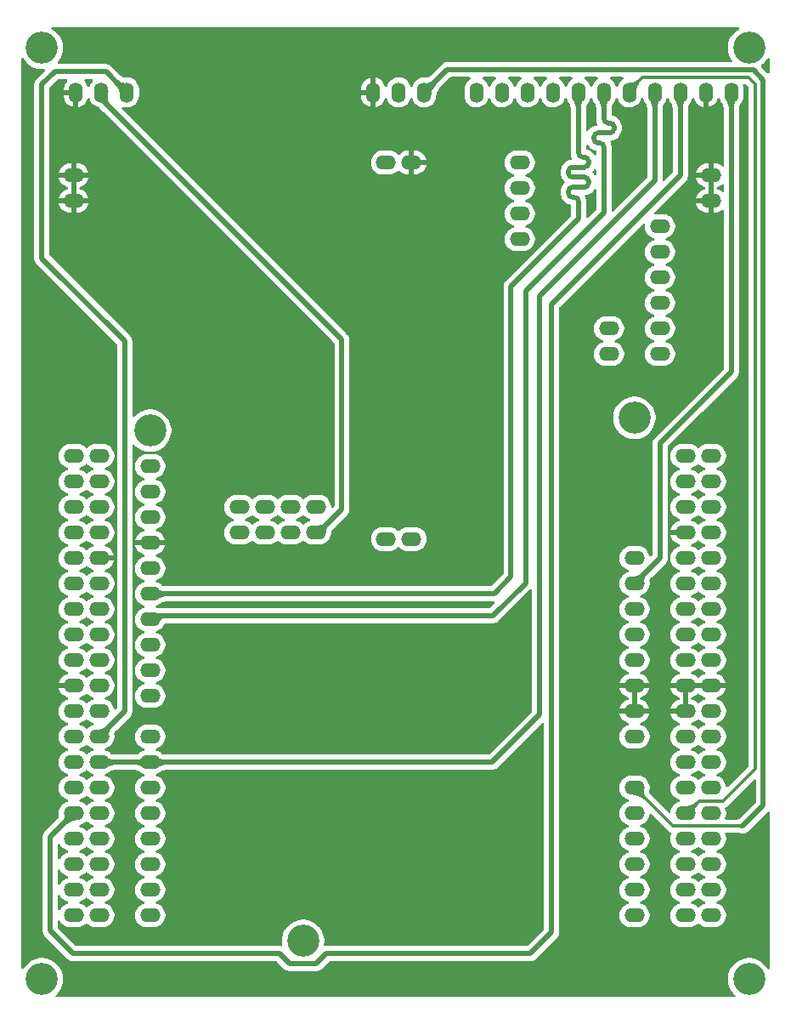
<source format=gbr>
%TF.GenerationSoftware,KiCad,Pcbnew,9.0.4*%
%TF.CreationDate,2025-11-21T10:02:35+01:00*%
%TF.ProjectId,pcb_stm,7063625f-7374-46d2-9e6b-696361645f70,rev?*%
%TF.SameCoordinates,PX178e460PY754d4c0*%
%TF.FileFunction,Copper,L1,Top*%
%TF.FilePolarity,Positive*%
%FSLAX46Y46*%
G04 Gerber Fmt 4.6, Leading zero omitted, Abs format (unit mm)*
G04 Created by KiCad (PCBNEW 9.0.4) date 2025-11-21 10:02:35*
%MOMM*%
%LPD*%
G01*
G04 APERTURE LIST*
%TA.AperFunction,ComponentPad*%
%ADD10C,3.200000*%
%TD*%
%TA.AperFunction,ComponentPad*%
%ADD11O,2.000000X1.400000*%
%TD*%
%TA.AperFunction,ComponentPad*%
%ADD12O,1.400000X2.000000*%
%TD*%
%TA.AperFunction,Conductor*%
%ADD13C,0.500000*%
%TD*%
%TA.AperFunction,Conductor*%
%ADD14C,0.300000*%
%TD*%
G04 APERTURE END LIST*
D10*
%TO.P,,*%
%TO.N,*%
X2605000Y95060000D03*
%TD*%
D11*
%TO.P,U1,CN11_3,CN11_3*%
%TO.N,unconnected-(U1-PadCN11_3)*%
X64200000Y72200000D03*
%TO.P,U1,CN11_6,CN11_6*%
%TO.N,unconnected-(U1-PadCN11_6)*%
X64200000Y64580000D03*
%TO.P,U1,CN11_2,CN11_2*%
%TO.N,unconnected-(U1-PadCN11_2)*%
X64200000Y74740000D03*
%TO.P,U1,JP1_2,GND*%
%TO.N,GND*%
X39435000Y83630000D03*
%TO.P,U1,CN11_5,CN11_5*%
%TO.N,unconnected-(U1-PadCN11_5)*%
X64200000Y67120000D03*
%TO.P,U1,CN11_4,CN11_4*%
%TO.N,unconnected-(U1-PadCN11_4)*%
X64200000Y69660000D03*
%TO.P,U1,JP1_1,STM_RST*%
%TO.N,unconnected-(U1B-STM_RST-PadJP1_1)*%
X36895000Y83630000D03*
%TO.P,U1,JP2_1,5V_USB_STLK*%
%TO.N,unconnected-(U1B-5V_USB_STLK-PadJP2_1)*%
X22290000Y49340000D03*
%TO.P,U1,JP2_2,5V*%
%TO.N,+5V*%
X22290000Y46800000D03*
%TO.P,U1,JP2_3,VIN_5V*%
%TO.N,unconnected-(U1B-VIN_5V-PadJP2_3)*%
X24830000Y49340000D03*
%TO.P,U1,JP2_4,5V*%
%TO.N,+5V*%
X24830000Y46800000D03*
%TO.P,U1,JP2_5,E5V*%
%TO.N,E5V*%
X27370000Y49340000D03*
%TO.P,U1,JP2_8,5V*%
%TO.N,+5V*%
X29910000Y46800000D03*
%TO.P,U1,JP6_2,STLK_TX*%
%TO.N,unconnected-(U1B-STLK_TX-PadJP6_2)*%
X59120000Y67120000D03*
%TO.P,U1,JP2_7,5V_USB_CHG*%
%TO.N,5V_USB_CHG_1*%
X29910000Y49340000D03*
%TO.P,U1,JP3_2,3V3*%
%TO.N,+3V3*%
X36895000Y46165000D03*
%TO.P,U1,JP5_1,GND*%
%TO.N,GND*%
X5780000Y79820000D03*
%TO.P,U1,JP2_6,5V*%
%TO.N,+5V*%
X27370000Y46800000D03*
%TO.P,U1,JP4_1,GND*%
%TO.N,GND*%
X69280000Y79820000D03*
%TO.P,U1,JP4_2,GND*%
X69280000Y82360000D03*
%TO.P,U1,JP5_2,GND*%
X5780000Y82360000D03*
%TO.P,U1,JP6_1,STLK_RX*%
%TO.N,unconnected-(U1B-STLK_RX-PadJP6_1)*%
X59120000Y64580000D03*
%TO.P,U1,JP3_1,VDD*%
%TO.N,VDD_1*%
X39435000Y46165000D03*
%TO.P,U1,CN4_3,CN4_3*%
%TO.N,unconnected-(U1-PadCN4_3)*%
X50230000Y78550000D03*
D10*
%TO.P,U1,*%
%TO.N,*%
X61659900Y58230000D03*
D11*
%TO.P,U1,CN4_1,CN4_1*%
%TO.N,unconnected-(U1-PadCN4_1)*%
X50230000Y83630000D03*
D10*
%TO.P,U1,*%
%TO.N,*%
X28639900Y6160000D03*
X13399900Y56960000D03*
D11*
%TO.P,U1,CN4_2,CN4_2*%
%TO.N,unconnected-(U1-PadCN4_2)*%
X50230000Y81090000D03*
%TO.P,U1,CN5_2,PC7*%
%TO.N,unconnected-(U1A-PC7-PadCN10_19)*%
X13400000Y33080000D03*
%TO.P,U1,CN6_4,3V3*%
%TO.N,+3V3*%
X61660000Y36640000D03*
%TO.P,U1,CN6_1,CN6_1*%
%TO.N,unconnected-(U1-PadCN6_1)*%
X61660000Y44260000D03*
%TO.P,U1,CN6_7,GND*%
%TO.N,GND*%
X61660000Y29020000D03*
%TO.P,U1,CN4_4,CN4_4*%
%TO.N,unconnected-(U1-PadCN4_4)*%
X50230000Y76010000D03*
%TO.P,U1,CN5_6,PA5*%
%TO.N,unconnected-(U1A-PA5-PadCN10_11)*%
X13400000Y43240000D03*
%TO.P,U1,CN5_7,AGND*%
%TO.N,GND*%
X13400000Y45780000D03*
%TO.P,U1,CN5_5,PA6*%
%TO.N,MISO*%
X13400000Y40700000D03*
%TO.P,U1,CN5_10,PB8*%
%TO.N,unconnected-(U1A-PB8-PadCN10_3)*%
X13400000Y53400000D03*
%TO.P,U1,CN5_9,PB9*%
%TO.N,unconnected-(U1A-PB9-PadCN10_5)*%
X13400000Y50860000D03*
%TO.P,U1,CN6_3,~{RST}*%
%TO.N,unconnected-(U1A-~{RST}-PadCN6_3)*%
X61660000Y39180000D03*
%TO.P,U1,CN6_5,5V*%
%TO.N,+5V*%
X61660000Y34100000D03*
%TO.P,U1,CN5_4,PA7*%
%TO.N,MOSI*%
X13400000Y38160000D03*
%TO.P,U1,CN5_1,PA9*%
%TO.N,unconnected-(U1A-PA9-PadCN10_21)_1*%
X13400000Y30540000D03*
%TO.P,U1,CN5_3,PB0*%
%TO.N,unconnected-(U1A-PB0-PadCN10_17)*%
X13400000Y35620000D03*
%TO.P,U1,CN5_8,CN5_8*%
%TO.N,unconnected-(U1-PadCN5_8)*%
X13400000Y48320000D03*
%TO.P,U1,CN6_2,3V3*%
%TO.N,+3V3*%
X61660000Y41720000D03*
%TO.P,U1,CN6_6,GND*%
%TO.N,GND*%
X61660000Y31560000D03*
%TO.P,U1,CN7_13,PA13*%
%TO.N,unconnected-(U1A-PA13-PadCN7_13)*%
X69280000Y39180000D03*
%TO.P,U1,CN7_15,PD4*%
%TO.N,unconnected-(U1A-PD4-PadCN7_15)*%
X69280000Y36640000D03*
%TO.P,U1,CN7_17,PA15*%
%TO.N,unconnected-(U1A-PA15-PadCN7_17)*%
X69280000Y34100000D03*
%TO.P,U1,CN7_2,PC11*%
%TO.N,unconnected-(U1A-PC11-PadCN7_2)*%
X66740000Y54420000D03*
%TO.P,U1,CN7_7,PA14*%
%TO.N,unconnected-(U1A-PA14-PadCN7_7)*%
X69280000Y46800000D03*
%TO.P,U1,CN7_6,E5V*%
%TO.N,E5V_1*%
X66740000Y49340000D03*
%TO.P,U1,CN7_8,GND*%
%TO.N,GND*%
X66740000Y46800000D03*
%TO.P,U1,CN7_5,VDD*%
%TO.N,VDD*%
X69280000Y49340000D03*
%TO.P,U1,CN7_4,PD2*%
%TO.N,unconnected-(U1A-PD2-PadCN7_4)*%
X66740000Y51880000D03*
%TO.P,U1,CN7_1,PC10*%
%TO.N,unconnected-(U1A-PC10-PadCN7_1)*%
X69280000Y54420000D03*
%TO.P,U1,CN7_3,PC12*%
%TO.N,unconnected-(U1A-PC12-PadCN7_3)*%
X69280000Y51880000D03*
%TO.P,U1,CN7_9,PD0*%
%TO.N,unconnected-(U1A-PD0-PadCN7_9)*%
X69280000Y44260000D03*
%TO.P,U1,CN6_8,VIN*%
%TO.N,VIN*%
X61660000Y26480000D03*
%TO.P,U1,CN7_10,PD1*%
%TO.N,unconnected-(U1A-PD1-PadCN7_10)*%
X66740000Y44260000D03*
%TO.P,U1,CN7_11,PD3*%
%TO.N,unconnected-(U1A-PD3-PadCN7_11)*%
X69280000Y41720000D03*
%TO.P,U1,CN7_12,3V3*%
%TO.N,+3V3*%
X66740000Y41720000D03*
%TO.P,U1,CN7_14,~{RST}*%
%TO.N,unconnected-(U1A-~{RST}-PadCN6_3)_1*%
X66740000Y39180000D03*
%TO.P,U1,CN7_16,3V3*%
%TO.N,+3V3*%
X66740000Y36640000D03*
%TO.P,U1,CN7_20,GND*%
%TO.N,GND*%
X66740000Y31560000D03*
%TO.P,U1,CN7_21,PB7*%
%TO.N,unconnected-(U1A-PB7-PadCN7_21)*%
X69280000Y29020000D03*
%TO.P,U1,CN7_22,GND*%
%TO.N,GND*%
X66740000Y29020000D03*
%TO.P,U1,CN7_18,5V*%
%TO.N,+5V*%
X66740000Y34100000D03*
%TO.P,U1,CN7_19,GND*%
%TO.N,GND*%
X69280000Y31560000D03*
%TO.P,U1,CN7_23,PC13*%
%TO.N,unconnected-(U1A-PC13-PadCN7_23)*%
X69280000Y26480000D03*
%TO.P,U1,CN7_24,VIN*%
%TO.N,VIN_1*%
X66740000Y26480000D03*
%TO.P,U1,CN7_25,CN7_25*%
%TO.N,unconnected-(U1-PadCN7_25)*%
X69280000Y23940000D03*
%TO.P,U1,CN7_26,PD5*%
%TO.N,unconnected-(U1A-PD5-PadCN7_26)*%
X66740000Y23940000D03*
%TO.P,U1,CN7_27,CN7_27*%
%TO.N,unconnected-(U1-PadCN7_27)*%
X69280000Y21400000D03*
%TO.P,U1,CN7_29,CN7_29*%
%TO.N,unconnected-(U1-PadCN7_29)*%
X69280000Y18860000D03*
%TO.P,U1,CN7_31,CN7_31*%
%TO.N,unconnected-(U1-PadCN7_31)*%
X69280000Y16320000D03*
%TO.P,U1,CN8_1,PA0*%
%TO.N,PWM_MOT*%
X61660000Y21400000D03*
%TO.P,U1,CN8_2,PA1*%
%TO.N,SCK*%
X61660000Y18860000D03*
%TO.P,U1,CN9_3,PA10*%
%TO.N,unconnected-(U1A-PA10-PadCN10_33)*%
X13400000Y13780000D03*
%TO.P,U1,CN7_33,VBAT*%
%TO.N,unconnected-(U1B-VBAT-PadCN7_33)*%
X69280000Y13780000D03*
%TO.P,U1,CN7_34,PB1*%
%TO.N,unconnected-(U1A-PB1-PadCN7_34)*%
X66740000Y13780000D03*
%TO.P,U1,CN7_32,PA4*%
%TO.N,unconnected-(U1A-PA4-PadCN7_32)_1*%
X66740000Y16320000D03*
%TO.P,U1,CN7_38,CN7_38*%
%TO.N,unconnected-(U1-PadCN7_38)*%
X66740000Y8700000D03*
%TO.P,U1,CN8_4,PB1*%
%TO.N,unconnected-(U1A-PB1-PadCN7_34)_1*%
X61660000Y13780000D03*
%TO.P,U1,CN8_5,CN8_5*%
%TO.N,unconnected-(U1-PadCN8_5)*%
X61660000Y11240000D03*
%TO.P,U1,CN8_3,PA4*%
%TO.N,unconnected-(U1A-PA4-PadCN7_32)*%
X61660000Y16320000D03*
%TO.P,U1,CN7_28,PA0*%
%TO.N,PWM_MOT*%
X66740000Y21400000D03*
%TO.P,U1,CN7_30,PA1*%
%TO.N,SCK*%
X66740000Y18860000D03*
%TO.P,U1,CN7_36,CN7_36*%
%TO.N,unconnected-(U1-PadCN7_36)*%
X66740000Y11240000D03*
%TO.P,U1,CN7_35,PC2*%
%TO.N,unconnected-(U1A-PC2-PadCN7_35)*%
X69280000Y11240000D03*
%TO.P,U1,CN7_37,PC3*%
%TO.N,unconnected-(U1A-PC3-PadCN7_37)*%
X69280000Y8700000D03*
%TO.P,U1,CN8_6,CN8_6*%
%TO.N,unconnected-(U1-PadCN8_6)*%
X61660000Y8700000D03*
%TO.P,U1,CN9_1,PC5*%
%TO.N,unconnected-(U1A-PC5-PadCN10_37)_1*%
X13400000Y8700000D03*
%TO.P,U1,CN9_2,PC4*%
%TO.N,unconnected-(U1A-PC4-PadCN10_35)*%
X13400000Y11240000D03*
%TO.P,U1,CN9_8,PA8*%
%TO.N,PWM_SERVO*%
X13400000Y26480000D03*
%TO.P,U1,CN9_6,PB4*%
%TO.N,unconnected-(U1A-PB4-PadCN10_27)_1*%
X13400000Y21400000D03*
%TO.P,U1,CN10_8,5V_USB_CHG*%
%TO.N,5V_USB_CHG*%
X5780000Y46800000D03*
%TO.P,U1,CN10_10,PD6*%
%TO.N,unconnected-(U1A-PD6-PadCN10_10)*%
X5780000Y44260000D03*
%TO.P,U1,CN10_12,PA12*%
%TO.N,unconnected-(U1A-PA12-PadCN10_12)*%
X5780000Y41720000D03*
%TO.P,U1,CN10_6,PA3*%
%TO.N,unconnected-(U1A-PA3-PadCN10_6)*%
X5780000Y49340000D03*
%TO.P,U1,CN9_5,PB5*%
%TO.N,unconnected-(U1A-PB5-PadCN10_29)*%
X13400000Y18860000D03*
%TO.P,U1,CN9_7,PB14*%
%TO.N,CSB2*%
X13400000Y23940000D03*
%TO.P,U1,CN10_3,PB8*%
%TO.N,unconnected-(U1A-PB8-PadCN10_3)_1*%
X8320000Y51880000D03*
%TO.P,U1,CN10_7,CN10_7*%
%TO.N,unconnected-(U1-PadCN10_7)*%
X8320000Y46800000D03*
%TO.P,U1,CN10_2,PC8*%
%TO.N,unconnected-(U1A-PC8-PadCN10_2)*%
X5780000Y54420000D03*
%TO.P,U1,CN10_22,PB2*%
%TO.N,unconnected-(U1A-PB2-PadCN10_22)*%
X5780000Y29020000D03*
%TO.P,U1,CN10_15,PA7*%
%TO.N,MOSI*%
X8320000Y36640000D03*
%TO.P,U1,CN10_20,GND*%
%TO.N,GND*%
X5780000Y31560000D03*
%TO.P,U1,CN10_5,PB9*%
%TO.N,unconnected-(U1A-PB9-PadCN10_5)_1*%
X8320000Y49340000D03*
%TO.P,U1,CN9_4,PB3*%
%TO.N,unconnected-(U1A-PB3-PadCN10_31)*%
X13400000Y16320000D03*
%TO.P,U1,CN10_4,PC6*%
%TO.N,unconnected-(U1A-PC6-PadCN10_4)*%
X5780000Y51880000D03*
%TO.P,U1,CN10_1,PC9*%
%TO.N,unconnected-(U1A-PC9-PadCN10_1)*%
X8320000Y54420000D03*
%TO.P,U1,CN10_9,AGND*%
%TO.N,GND*%
X8320000Y44260000D03*
%TO.P,U1,CN10_11,PA5*%
%TO.N,unconnected-(U1A-PA5-PadCN10_11)_1*%
X8320000Y41720000D03*
%TO.P,U1,CN10_13,PA6*%
%TO.N,MISO*%
X8320000Y39180000D03*
%TO.P,U1,CN10_14,PA11*%
%TO.N,unconnected-(U1A-PA11-PadCN10_14)*%
X5780000Y39180000D03*
%TO.P,U1,CN10_16,PC1*%
%TO.N,unconnected-(U1A-PC1-PadCN10_16)*%
X5780000Y36640000D03*
%TO.P,U1,CN10_17,PB0*%
%TO.N,unconnected-(U1A-PB0-PadCN10_17)_1*%
X8320000Y34100000D03*
%TO.P,U1,CN10_18,PC0*%
%TO.N,unconnected-(U1A-PC0-PadCN10_18)*%
X5780000Y34100000D03*
%TO.P,U1,CN10_19,PC7*%
%TO.N,unconnected-(U1A-PC7-PadCN10_19)_1*%
X8320000Y31560000D03*
%TO.P,U1,CN10_21,PA9*%
%TO.N,unconnected-(U1A-PA9-PadCN10_21)*%
X8320000Y29020000D03*
%TO.P,U1,CN10_36,PD8*%
%TO.N,unconnected-(U1A-PD8-PadCN10_36)*%
X5780000Y11240000D03*
%TO.P,U1,CN10_33,PA10*%
%TO.N,unconnected-(U1A-PA10-PadCN10_33)_1*%
X8320000Y13780000D03*
%TO.P,U1,CN10_28,PB10*%
%TO.N,unconnected-(U1A-PB10-PadCN10_28)*%
X5780000Y21400000D03*
%TO.P,U1,CN10_34,PA2*%
%TO.N,unconnected-(U1A-PA2-PadCN10_34)*%
X5780000Y13780000D03*
%TO.P,U1,CN10_23,PA8*%
%TO.N,PWM_SERVO*%
X8320000Y26480000D03*
%TO.P,U1,CN10_37,PC5*%
%TO.N,unconnected-(U1A-PC5-PadCN10_37)*%
X8320000Y8700000D03*
%TO.P,U1,CN10_25,PB14*%
%TO.N,CSB2*%
X8320000Y23940000D03*
%TO.P,U1,CN10_32,AGND*%
%TO.N,GND*%
X5780000Y16320000D03*
%TO.P,U1,CN10_27,PB4*%
%TO.N,unconnected-(U1A-PB4-PadCN10_27)*%
X8320000Y21400000D03*
%TO.P,U1,CN10_35,PC4*%
%TO.N,unconnected-(U1A-PC4-PadCN10_35)_1*%
X8320000Y11240000D03*
%TO.P,U1,CN10_26,PB15*%
%TO.N,unconnected-(U1A-PB15-PadCN10_26)*%
X5780000Y23940000D03*
%TO.P,U1,CN10_24,PB6*%
%TO.N,unconnected-(U1A-PB6-PadCN10_24)*%
X5780000Y26480000D03*
%TO.P,U1,CN10_29,PB5*%
%TO.N,unconnected-(U1A-PB5-PadCN10_29)_1*%
X8320000Y18860000D03*
%TO.P,U1,CN10_31,PB3*%
%TO.N,unconnected-(U1A-PB3-PadCN10_31)_1*%
X8320000Y16320000D03*
%TO.P,U1,CN10_38,PD9*%
%TO.N,unconnected-(U1A-PD9-PadCN10_38)*%
X5780000Y8700000D03*
%TO.P,U1,CN10_30,PB13*%
%TO.N,CSB1*%
X5780000Y18860000D03*
%TO.P,U1,CN11_1,CN11_1*%
%TO.N,unconnected-(U1-PadCN11_1)*%
X64200000Y77280000D03*
%TD*%
D12*
%TO.P,J3,2,Pin_2*%
%TO.N,+5V*%
X8535000Y90615000D03*
%TO.P,J3,3,Pin_3*%
%TO.N,GND*%
X5995000Y90615000D03*
%TO.P,J3,1,Pin_1*%
%TO.N,PWM_SERVO*%
X11075000Y90615000D03*
%TD*%
%TO.P,J1,2,Pin_2*%
%TO.N,GND*%
X68780000Y90615000D03*
%TO.P,J1,1,Pin_1*%
%TO.N,+3V3*%
X71320000Y90615000D03*
%TO.P,J1,11,Pin_11*%
%TO.N,unconnected-(J1-Pin_11-Pad11)*%
X45920000Y90615000D03*
%TO.P,J1,7,Pin_7*%
%TO.N,MISO*%
X56080000Y90615000D03*
%TO.P,J1,3,Pin_3*%
%TO.N,CSB1*%
X66240000Y90615000D03*
%TO.P,J1,9,Pin_9*%
%TO.N,unconnected-(J1-Pin_9-Pad9)*%
X51000000Y90615000D03*
%TO.P,J1,4,Pin_4*%
%TO.N,CSB2*%
X63700000Y90615000D03*
%TO.P,J1,6,Pin_6*%
%TO.N,MOSI*%
X58620000Y90615000D03*
%TO.P,J1,10,Pin_10*%
%TO.N,unconnected-(J1-Pin_10-Pad10)*%
X48460000Y90615000D03*
%TO.P,J1,5,Pin_5*%
%TO.N,SCK*%
X61160000Y90615000D03*
%TO.P,J1,8,Pin_8*%
%TO.N,unconnected-(J1-Pin_8-Pad8)*%
X53540000Y90615000D03*
%TD*%
%TO.P,J2,1,Pin_1*%
%TO.N,PWM_MOT*%
X40705000Y90615000D03*
%TO.P,J2,2,Pin_2*%
%TO.N,unconnected-(J2-Pin_2-Pad2)*%
X38165000Y90615000D03*
%TO.P,J2,3,Pin_3*%
%TO.N,GND*%
X35625000Y90615000D03*
%TD*%
D10*
%TO.P,,*%
%TO.N,*%
X73090000Y95060000D03*
%TD*%
%TO.P,,*%
%TO.N,*%
X73090000Y2350000D03*
%TD*%
%TO.P,,*%
%TO.N,*%
X2605000Y2350000D03*
%TD*%
D13*
%TO.N,PWM_MOT*%
X74500000Y19635000D02*
X72455000Y17590000D01*
X74500000Y91900000D02*
X74500000Y19635000D01*
X42999000Y92909000D02*
X73491000Y92909000D01*
X73491000Y92909000D02*
X74500000Y91900000D01*
X40705000Y90615000D02*
X42999000Y92909000D01*
D14*
%TO.N,SCK*%
X68106000Y20086000D02*
X66880000Y18860000D01*
X70506000Y20106000D02*
X70506000Y20086000D01*
X73700000Y91400000D02*
X73700000Y23300000D01*
X73700000Y23300000D02*
X70506000Y20106000D01*
X70506000Y20086000D02*
X68106000Y20086000D01*
X73000000Y92100000D02*
X73700000Y91400000D01*
X62400000Y92100000D02*
X73000000Y92100000D01*
X61160000Y90860000D02*
X62400000Y92100000D01*
X61160000Y90615000D02*
X61160000Y90860000D01*
%TO.N,PWM_MOT*%
X72455000Y17590000D02*
X65470000Y17590000D01*
D13*
%TO.N,+5V*%
X32500000Y49100000D02*
X30200000Y46800000D01*
X32500000Y66000000D02*
X32500000Y49100000D01*
X30200000Y46800000D02*
X29910000Y46800000D01*
X8535000Y89965000D02*
X32500000Y66000000D01*
X8535000Y90615000D02*
X8535000Y89965000D01*
%TO.N,PWM_SERVO*%
X10860000Y65850000D02*
X10860000Y29020000D01*
X2605000Y91405000D02*
X2605000Y74105000D01*
X10860000Y29020000D02*
X8320000Y26480000D01*
X3900000Y92700000D02*
X2605000Y91405000D01*
X2605000Y74105000D02*
X10860000Y65850000D01*
X8990000Y92700000D02*
X3900000Y92700000D01*
X11075000Y90615000D02*
X8990000Y92700000D01*
%TO.N,MISO*%
X56680000Y83182736D02*
X56480000Y83182736D01*
X56480000Y83182736D02*
X56080000Y83182736D01*
X56080000Y82182736D02*
X56680000Y82182736D01*
X55480000Y80182736D02*
X55680000Y80182736D01*
X56080000Y81182736D02*
X55680000Y81182736D01*
X56080000Y79782736D02*
X56080000Y79582736D01*
X56080000Y79582736D02*
X56080000Y78675777D01*
X47670000Y40700000D02*
X13400000Y40700000D01*
X55680000Y81182736D02*
X55480000Y81182736D01*
X57080000Y81782736D02*
X57080000Y81582736D01*
X56080000Y78675777D02*
X56080000Y78050000D01*
X57080000Y83782736D02*
X57080000Y83582736D01*
X56080000Y83182736D02*
X55480000Y83182736D01*
X55080000Y80782736D02*
X55080000Y80582736D01*
X49350000Y42380000D02*
X47670000Y40700000D01*
X56080000Y78050000D02*
X49350000Y71320000D01*
X55080000Y82782736D02*
X55080000Y82582736D01*
X49350000Y71320000D02*
X49350000Y42380000D01*
X56680000Y81182736D02*
X56080000Y81182736D01*
X55480000Y82182736D02*
X56080000Y82182736D01*
X56480000Y84182736D02*
X56680000Y84182736D01*
X56080000Y90615000D02*
X56080000Y84582736D01*
X56680000Y82182736D02*
G75*
G02*
X57080036Y81782736I0J-400036D01*
G01*
X57080000Y83582736D02*
G75*
G02*
X56680000Y83182700I-400000J-36D01*
G01*
X55680000Y80182736D02*
G75*
G02*
X56080036Y79782736I0J-400036D01*
G01*
X55080000Y82582736D02*
G75*
G03*
X55480000Y82182700I400000J-36D01*
G01*
X56080000Y84582736D02*
G75*
G03*
X56480000Y84182700I400000J-36D01*
G01*
X57080000Y81582736D02*
G75*
G02*
X56680000Y81182700I-400000J-36D01*
G01*
X55080000Y80582736D02*
G75*
G03*
X55480000Y80182700I400000J-36D01*
G01*
X56680000Y84182736D02*
G75*
G02*
X57080036Y83782736I0J-400036D01*
G01*
X55480000Y83182736D02*
G75*
G03*
X55079964Y82782736I0J-400036D01*
G01*
X55480000Y81182736D02*
G75*
G03*
X55079964Y80782736I0J-400036D01*
G01*
%TO.N,CSB2*%
X52180000Y70340000D02*
X52180000Y28660000D01*
X47460000Y23940000D02*
X13400000Y23940000D01*
X63700000Y90615000D02*
X63700000Y81860000D01*
X63700000Y81860000D02*
X52180000Y70340000D01*
X8320000Y23940000D02*
X13400000Y23940000D01*
X52180000Y28660000D02*
X47460000Y23940000D01*
%TO.N,MOSI*%
X59620000Y87185362D02*
X59620000Y86985362D01*
X59020000Y87585362D02*
X59220000Y87585362D01*
X58620000Y84936609D02*
X58620000Y78685000D01*
X58620000Y90615000D02*
X58620000Y87985362D01*
X50800000Y41780000D02*
X47565000Y38545000D01*
X59020000Y86585362D02*
X58220000Y86585362D01*
X50800000Y70865000D02*
X50800000Y41780000D01*
X58620000Y84985362D02*
X58620000Y84936609D01*
X58620000Y78685000D02*
X50800000Y70865000D01*
X58220000Y86585362D02*
X58020000Y86585362D01*
X13785000Y38545000D02*
X13400000Y38160000D01*
X59220000Y86585362D02*
X59020000Y86585362D01*
X47565000Y38545000D02*
X13785000Y38545000D01*
X58620000Y85185362D02*
X58620000Y84985362D01*
X57620000Y86185362D02*
X57620000Y85985362D01*
X58020000Y85585362D02*
X58220000Y85585362D01*
X59620000Y86985362D02*
G75*
G02*
X59220000Y86585400I-400000J38D01*
G01*
X59220000Y87585362D02*
G75*
G02*
X59619962Y87185362I0J-399962D01*
G01*
X58220000Y85585362D02*
G75*
G02*
X58619962Y85185362I0J-399962D01*
G01*
X58620000Y87985362D02*
G75*
G03*
X59020000Y87585400I400000J38D01*
G01*
X58020000Y86585362D02*
G75*
G03*
X57620038Y86185362I0J-399962D01*
G01*
X57620000Y85985362D02*
G75*
G03*
X58020000Y85585400I400000J38D01*
G01*
%TO.N,unconnected-(J1-Pin_9-Pad9)*%
X50960000Y91240000D02*
X50960000Y90615000D01*
%TO.N,+3V3*%
X64200000Y55690000D02*
X64200000Y44260000D01*
X71320000Y90615000D02*
X71320000Y62810000D01*
X71320000Y62810000D02*
X64200000Y55690000D01*
X64200000Y44260000D02*
X61660000Y41720000D01*
%TO.N,SCK*%
X66880000Y18860000D02*
X66740000Y18860000D01*
D14*
%TO.N,PWM_MOT*%
X65470000Y17590000D02*
X61660000Y21400000D01*
D13*
%TO.N,CSB1*%
X3430000Y16510000D02*
X5780000Y18860000D01*
X3430000Y7170000D02*
X3430000Y16510000D01*
X5710000Y4890000D02*
X3430000Y7170000D01*
X26300000Y4890000D02*
X5710000Y4890000D01*
X29940000Y3910000D02*
X27280000Y3910000D01*
X30920000Y4890000D02*
X29940000Y3910000D01*
X51280000Y4890000D02*
X30920000Y4890000D01*
X66240000Y82354202D02*
X53405000Y69519202D01*
X53405000Y7015000D02*
X51280000Y4890000D01*
X27280000Y3910000D02*
X26300000Y4890000D01*
X66240000Y90615000D02*
X66240000Y82354202D01*
X53405000Y69519202D02*
X53405000Y7015000D01*
%TD*%
%TA.AperFunction,Conductor*%
%TO.N,GND*%
G36*
X764683Y94032885D02*
G01*
X790865Y94001174D01*
X854751Y93890521D01*
X854753Y93890518D01*
X854754Y93890517D01*
X1022370Y93672074D01*
X1022376Y93672067D01*
X1217066Y93477377D01*
X1217073Y93477371D01*
X1345403Y93378901D01*
X1435521Y93309751D01*
X1583592Y93224262D01*
X1673971Y93172081D01*
X1673976Y93172079D01*
X1673979Y93172077D01*
X1928368Y93066705D01*
X2194334Y92995440D01*
X2467326Y92959500D01*
X2467333Y92959500D01*
X2742667Y92959500D01*
X2742674Y92959500D01*
X2789857Y92965712D01*
X2858891Y92954947D01*
X2911147Y92908567D01*
X2930033Y92841299D01*
X2909553Y92774498D01*
X2893723Y92755092D01*
X2022052Y91883422D01*
X2022049Y91883419D01*
X1976903Y91815853D01*
X1976904Y91815852D01*
X1939914Y91760492D01*
X1883343Y91623918D01*
X1883340Y91623908D01*
X1854500Y91478921D01*
X1854500Y91478918D01*
X1854500Y74031082D01*
X1854500Y74031080D01*
X1854499Y74031080D01*
X1883340Y73886093D01*
X1883343Y73886083D01*
X1939914Y73749508D01*
X1939915Y73749506D01*
X1939916Y73749505D01*
X1964147Y73713240D01*
X1972812Y73700273D01*
X1972813Y73700270D01*
X2022046Y73626586D01*
X2022052Y73626579D01*
X10073181Y65575451D01*
X10106666Y65514128D01*
X10109500Y65487770D01*
X10109500Y29382230D01*
X10089815Y29315191D01*
X10073185Y29294554D01*
X10015884Y29237252D01*
X10002512Y29223880D01*
X9941188Y29190396D01*
X9871497Y29195381D01*
X9815563Y29237252D01*
X9792358Y29292165D01*
X9790940Y29301118D01*
X9732547Y29480832D01*
X9732545Y29480835D01*
X9732545Y29480837D01*
X9687290Y29569653D01*
X9646760Y29649199D01*
X9535690Y29802073D01*
X9402073Y29935690D01*
X9249199Y30046760D01*
X9080836Y30132546D01*
X9006472Y30156709D01*
X8959195Y30172070D01*
X8901521Y30211507D01*
X8874323Y30275866D01*
X8886238Y30344712D01*
X8933482Y30396188D01*
X8959194Y30407931D01*
X9080832Y30447453D01*
X9249199Y30533240D01*
X9402073Y30644310D01*
X9535690Y30777927D01*
X9646760Y30930801D01*
X9732547Y31099168D01*
X9790940Y31278882D01*
X9795869Y31310000D01*
X9820500Y31465514D01*
X9820500Y31654487D01*
X9790940Y31841119D01*
X9732545Y32020837D01*
X9687290Y32109653D01*
X9646760Y32189199D01*
X9535690Y32342073D01*
X9402073Y32475690D01*
X9249199Y32586760D01*
X9080836Y32672546D01*
X9006472Y32696709D01*
X8959195Y32712070D01*
X8901521Y32751507D01*
X8874323Y32815866D01*
X8886238Y32884712D01*
X8933482Y32936188D01*
X8959194Y32947931D01*
X9080832Y32987453D01*
X9249199Y33073240D01*
X9402073Y33184310D01*
X9535690Y33317927D01*
X9646760Y33470801D01*
X9732547Y33639168D01*
X9790940Y33818882D01*
X9797781Y33862076D01*
X9820500Y34005514D01*
X9820500Y34194487D01*
X9790940Y34381119D01*
X9732545Y34560837D01*
X9687290Y34649653D01*
X9646760Y34729199D01*
X9535690Y34882073D01*
X9402073Y35015690D01*
X9249199Y35126760D01*
X9080836Y35212546D01*
X9006472Y35236709D01*
X8959195Y35252070D01*
X8901521Y35291507D01*
X8874323Y35355866D01*
X8886238Y35424712D01*
X8933482Y35476188D01*
X8959194Y35487931D01*
X9080832Y35527453D01*
X9249199Y35613240D01*
X9402073Y35724310D01*
X9535690Y35857927D01*
X9646760Y36010801D01*
X9732547Y36179168D01*
X9790940Y36358882D01*
X9797781Y36402076D01*
X9820500Y36545514D01*
X9820500Y36734487D01*
X9790940Y36921119D01*
X9732545Y37100837D01*
X9687290Y37189653D01*
X9646760Y37269199D01*
X9535690Y37422073D01*
X9402073Y37555690D01*
X9249199Y37666760D01*
X9080836Y37752546D01*
X8973557Y37787403D01*
X8959195Y37792070D01*
X8901521Y37831507D01*
X8874323Y37895866D01*
X8886238Y37964712D01*
X8933482Y38016188D01*
X8959194Y38027931D01*
X9080832Y38067453D01*
X9249199Y38153240D01*
X9402073Y38264310D01*
X9535690Y38397927D01*
X9646760Y38550801D01*
X9732547Y38719168D01*
X9790940Y38898882D01*
X9797781Y38942076D01*
X9820500Y39085514D01*
X9820500Y39274487D01*
X9790940Y39461119D01*
X9732545Y39640837D01*
X9679829Y39744297D01*
X9646760Y39809199D01*
X9535690Y39962073D01*
X9402073Y40095690D01*
X9249199Y40206760D01*
X9080836Y40292546D01*
X9006472Y40316709D01*
X8959195Y40332070D01*
X8901521Y40371507D01*
X8874323Y40435866D01*
X8886238Y40504712D01*
X8933482Y40556188D01*
X8959194Y40567931D01*
X9080832Y40607453D01*
X9249199Y40693240D01*
X9402073Y40804310D01*
X9535690Y40937927D01*
X9646760Y41090801D01*
X9732547Y41259168D01*
X9790940Y41438882D01*
X9797781Y41482076D01*
X9820500Y41625514D01*
X9820500Y41814487D01*
X9790940Y42001119D01*
X9737190Y42166542D01*
X9732547Y42180832D01*
X9732545Y42180835D01*
X9732545Y42180837D01*
X9666815Y42309838D01*
X9646760Y42349199D01*
X9535690Y42502073D01*
X9402073Y42635690D01*
X9249199Y42746760D01*
X9080836Y42832546D01*
X8976574Y42866423D01*
X8958386Y42872333D01*
X8900712Y42911770D01*
X8873514Y42976129D01*
X8885429Y43044975D01*
X8932673Y43096451D01*
X8958389Y43108194D01*
X9080635Y43147914D01*
X9248940Y43233671D01*
X9401741Y43344686D01*
X9401746Y43344690D01*
X9535310Y43478254D01*
X9535314Y43478259D01*
X9646329Y43631060D01*
X9732085Y43799363D01*
X9790451Y43978998D01*
X9795362Y44010000D01*
X8753012Y44010000D01*
X8785925Y44067007D01*
X8820000Y44194174D01*
X8820000Y44325826D01*
X8785925Y44452993D01*
X8753012Y44510000D01*
X9795362Y44510000D01*
X9790451Y44541003D01*
X9732085Y44720638D01*
X9646329Y44888941D01*
X9535314Y45041742D01*
X9535310Y45041747D01*
X9401746Y45175311D01*
X9401741Y45175315D01*
X9248940Y45286330D01*
X9080637Y45372086D01*
X8958388Y45411807D01*
X8900712Y45451245D01*
X8873514Y45515603D01*
X8885429Y45584450D01*
X8932673Y45635925D01*
X8958382Y45647667D01*
X9080832Y45687453D01*
X9249199Y45773240D01*
X9402073Y45884310D01*
X9535690Y46017927D01*
X9646760Y46170801D01*
X9732547Y46339168D01*
X9790940Y46518882D01*
X9795869Y46550000D01*
X9820500Y46705514D01*
X9820500Y46894487D01*
X9790940Y47081119D01*
X9734359Y47255254D01*
X9732547Y47260832D01*
X9732545Y47260835D01*
X9732545Y47260837D01*
X9679216Y47365500D01*
X9646760Y47429199D01*
X9535690Y47582073D01*
X9402073Y47715690D01*
X9249199Y47826760D01*
X9080836Y47912546D01*
X9006472Y47936709D01*
X8959195Y47952070D01*
X8901521Y47991507D01*
X8874323Y48055866D01*
X8886238Y48124712D01*
X8933482Y48176188D01*
X8959194Y48187931D01*
X9080832Y48227453D01*
X9249199Y48313240D01*
X9402073Y48424310D01*
X9535690Y48557927D01*
X9646760Y48710801D01*
X9732547Y48879168D01*
X9790940Y49058882D01*
X9809160Y49173917D01*
X9820500Y49245514D01*
X9820500Y49434487D01*
X9790940Y49621119D01*
X9732545Y49800837D01*
X9687290Y49889653D01*
X9646760Y49969199D01*
X9535690Y50122073D01*
X9402073Y50255690D01*
X9249199Y50366760D01*
X9080836Y50452546D01*
X9006472Y50476709D01*
X8959195Y50492070D01*
X8901521Y50531507D01*
X8874323Y50595866D01*
X8886238Y50664712D01*
X8933482Y50716188D01*
X8959194Y50727931D01*
X9080832Y50767453D01*
X9249199Y50853240D01*
X9402073Y50964310D01*
X9535690Y51097927D01*
X9646760Y51250801D01*
X9732547Y51419168D01*
X9790940Y51598882D01*
X9797781Y51642076D01*
X9820500Y51785514D01*
X9820500Y51974487D01*
X9790940Y52161119D01*
X9732545Y52340837D01*
X9687290Y52429653D01*
X9646760Y52509199D01*
X9535690Y52662073D01*
X9402073Y52795690D01*
X9249199Y52906760D01*
X9080836Y52992546D01*
X9006472Y53016709D01*
X8959195Y53032070D01*
X8901521Y53071507D01*
X8874323Y53135866D01*
X8886238Y53204712D01*
X8933482Y53256188D01*
X8959194Y53267931D01*
X9080832Y53307453D01*
X9249199Y53393240D01*
X9402073Y53504310D01*
X9535690Y53637927D01*
X9646760Y53790801D01*
X9732547Y53959168D01*
X9790940Y54138882D01*
X9797781Y54182076D01*
X9820500Y54325514D01*
X9820500Y54514487D01*
X9790940Y54701119D01*
X9739478Y54859500D01*
X9732547Y54880832D01*
X9732545Y54880835D01*
X9732545Y54880837D01*
X9646759Y55049200D01*
X9535690Y55202073D01*
X9402073Y55335690D01*
X9249199Y55446760D01*
X9080836Y55532546D01*
X8901118Y55590941D01*
X8714486Y55620500D01*
X8714481Y55620500D01*
X7925519Y55620500D01*
X7925514Y55620500D01*
X7738881Y55590941D01*
X7559163Y55532546D01*
X7390800Y55446760D01*
X7347709Y55415452D01*
X7237927Y55335690D01*
X7237925Y55335688D01*
X7237924Y55335688D01*
X7137681Y55235444D01*
X7076358Y55201959D01*
X7006666Y55206943D01*
X6962319Y55235444D01*
X6862075Y55335688D01*
X6862073Y55335690D01*
X6709199Y55446760D01*
X6540836Y55532546D01*
X6361118Y55590941D01*
X6174486Y55620500D01*
X6174481Y55620500D01*
X5385519Y55620500D01*
X5385514Y55620500D01*
X5198881Y55590941D01*
X5019163Y55532546D01*
X4850800Y55446760D01*
X4807709Y55415452D01*
X4697927Y55335690D01*
X4697925Y55335688D01*
X4697924Y55335688D01*
X4564312Y55202076D01*
X4564312Y55202075D01*
X4564310Y55202073D01*
X4516610Y55136421D01*
X4453240Y55049200D01*
X4367454Y54880837D01*
X4309059Y54701119D01*
X4279500Y54514487D01*
X4279500Y54325514D01*
X4309059Y54138882D01*
X4367454Y53959164D01*
X4453240Y53790801D01*
X4564310Y53637927D01*
X4697927Y53504310D01*
X4850801Y53393240D01*
X4930347Y53352710D01*
X5019163Y53307455D01*
X5019165Y53307455D01*
X5019168Y53307453D01*
X5108734Y53278351D01*
X5140803Y53267931D01*
X5198478Y53228493D01*
X5225676Y53164134D01*
X5213761Y53095288D01*
X5166516Y53043812D01*
X5140803Y53032069D01*
X5019163Y52992546D01*
X4850800Y52906760D01*
X4763579Y52843390D01*
X4697927Y52795690D01*
X4697925Y52795688D01*
X4697924Y52795688D01*
X4564312Y52662076D01*
X4564312Y52662075D01*
X4564310Y52662073D01*
X4516610Y52596421D01*
X4453240Y52509200D01*
X4367454Y52340837D01*
X4309059Y52161119D01*
X4279500Y51974487D01*
X4279500Y51785514D01*
X4309059Y51598882D01*
X4367454Y51419164D01*
X4453240Y51250801D01*
X4564310Y51097927D01*
X4697927Y50964310D01*
X4850801Y50853240D01*
X4930347Y50812710D01*
X5019163Y50767455D01*
X5019165Y50767455D01*
X5019168Y50767453D01*
X5108734Y50738351D01*
X5140803Y50727931D01*
X5198478Y50688493D01*
X5225676Y50624134D01*
X5213761Y50555288D01*
X5166516Y50503812D01*
X5140803Y50492069D01*
X5019163Y50452546D01*
X4850800Y50366760D01*
X4763579Y50303390D01*
X4697927Y50255690D01*
X4697925Y50255688D01*
X4697924Y50255688D01*
X4564312Y50122076D01*
X4564312Y50122075D01*
X4564310Y50122073D01*
X4516610Y50056421D01*
X4453240Y49969200D01*
X4367454Y49800837D01*
X4309059Y49621119D01*
X4279500Y49434487D01*
X4279500Y49245514D01*
X4309059Y49058882D01*
X4367454Y48879164D01*
X4436063Y48744512D01*
X4453240Y48710801D01*
X4564310Y48557927D01*
X4697927Y48424310D01*
X4850801Y48313240D01*
X4930347Y48272710D01*
X5019163Y48227455D01*
X5019165Y48227455D01*
X5019168Y48227453D01*
X5108734Y48198351D01*
X5140803Y48187931D01*
X5198478Y48148493D01*
X5225676Y48084134D01*
X5213761Y48015288D01*
X5166516Y47963812D01*
X5140803Y47952069D01*
X5019163Y47912546D01*
X4850800Y47826760D01*
X4763579Y47763390D01*
X4697927Y47715690D01*
X4697925Y47715688D01*
X4697924Y47715688D01*
X4564312Y47582076D01*
X4564312Y47582075D01*
X4564310Y47582073D01*
X4516610Y47516421D01*
X4453240Y47429200D01*
X4367454Y47260837D01*
X4309059Y47081119D01*
X4279500Y46894487D01*
X4279500Y46705514D01*
X4309059Y46518882D01*
X4367454Y46339164D01*
X4417656Y46240638D01*
X4453240Y46170801D01*
X4564310Y46017927D01*
X4697927Y45884310D01*
X4850801Y45773240D01*
X4930347Y45732710D01*
X5019163Y45687455D01*
X5019165Y45687455D01*
X5019168Y45687453D01*
X5108734Y45658351D01*
X5140803Y45647931D01*
X5198478Y45608493D01*
X5225676Y45544134D01*
X5213761Y45475288D01*
X5166516Y45423812D01*
X5140803Y45412069D01*
X5019163Y45372546D01*
X4850800Y45286760D01*
X4763579Y45223390D01*
X4697927Y45175690D01*
X4697925Y45175688D01*
X4697924Y45175688D01*
X4564312Y45042076D01*
X4564312Y45042075D01*
X4564310Y45042073D01*
X4529426Y44994060D01*
X4453240Y44889200D01*
X4367454Y44720837D01*
X4309059Y44541119D01*
X4279500Y44354487D01*
X4279500Y44165514D01*
X4309059Y43978882D01*
X4367454Y43799164D01*
X4453108Y43631060D01*
X4453240Y43630801D01*
X4564310Y43477927D01*
X4697927Y43344310D01*
X4850801Y43233240D01*
X4930347Y43192710D01*
X5019163Y43147455D01*
X5019165Y43147455D01*
X5019168Y43147453D01*
X5108734Y43118351D01*
X5140803Y43107931D01*
X5198478Y43068493D01*
X5225676Y43004134D01*
X5213761Y42935288D01*
X5166516Y42883812D01*
X5140803Y42872069D01*
X5019163Y42832546D01*
X4850800Y42746760D01*
X4773873Y42690868D01*
X4697927Y42635690D01*
X4697925Y42635688D01*
X4697924Y42635688D01*
X4564312Y42502076D01*
X4564312Y42502075D01*
X4564310Y42502073D01*
X4516610Y42436421D01*
X4453240Y42349200D01*
X4367454Y42180837D01*
X4309059Y42001119D01*
X4279500Y41814487D01*
X4279500Y41625514D01*
X4309059Y41438882D01*
X4367454Y41259164D01*
X4429980Y41136451D01*
X4453240Y41090801D01*
X4564310Y40937927D01*
X4697927Y40804310D01*
X4850801Y40693240D01*
X4930347Y40652710D01*
X5019163Y40607455D01*
X5019165Y40607455D01*
X5019168Y40607453D01*
X5108734Y40578351D01*
X5140803Y40567931D01*
X5198478Y40528493D01*
X5225676Y40464134D01*
X5213761Y40395288D01*
X5166516Y40343812D01*
X5140803Y40332069D01*
X5019163Y40292546D01*
X4850800Y40206760D01*
X4763579Y40143390D01*
X4697927Y40095690D01*
X4697925Y40095688D01*
X4697924Y40095688D01*
X4564312Y39962076D01*
X4564312Y39962075D01*
X4564310Y39962073D01*
X4519157Y39899926D01*
X4453240Y39809200D01*
X4367454Y39640837D01*
X4309059Y39461119D01*
X4279500Y39274487D01*
X4279500Y39085514D01*
X4309059Y38898882D01*
X4367454Y38719164D01*
X4453240Y38550801D01*
X4564310Y38397927D01*
X4697927Y38264310D01*
X4850801Y38153240D01*
X4930347Y38112710D01*
X5019163Y38067455D01*
X5019165Y38067455D01*
X5019168Y38067453D01*
X5108734Y38038351D01*
X5140803Y38027931D01*
X5198478Y37988493D01*
X5225676Y37924134D01*
X5213761Y37855288D01*
X5166516Y37803812D01*
X5140803Y37792069D01*
X5019163Y37752546D01*
X4850800Y37666760D01*
X4763579Y37603390D01*
X4697927Y37555690D01*
X4697925Y37555688D01*
X4697924Y37555688D01*
X4564312Y37422076D01*
X4564312Y37422075D01*
X4564310Y37422073D01*
X4516610Y37356421D01*
X4453240Y37269200D01*
X4367454Y37100837D01*
X4309059Y36921119D01*
X4279500Y36734487D01*
X4279500Y36545514D01*
X4309059Y36358882D01*
X4367454Y36179164D01*
X4453240Y36010801D01*
X4564310Y35857927D01*
X4697927Y35724310D01*
X4850801Y35613240D01*
X4930347Y35572710D01*
X5019163Y35527455D01*
X5019165Y35527455D01*
X5019168Y35527453D01*
X5108734Y35498351D01*
X5140803Y35487931D01*
X5198478Y35448493D01*
X5225676Y35384134D01*
X5213761Y35315288D01*
X5166516Y35263812D01*
X5140803Y35252069D01*
X5019163Y35212546D01*
X4850800Y35126760D01*
X4763579Y35063390D01*
X4697927Y35015690D01*
X4697925Y35015688D01*
X4697924Y35015688D01*
X4564312Y34882076D01*
X4564312Y34882075D01*
X4564310Y34882073D01*
X4516610Y34816421D01*
X4453240Y34729200D01*
X4367454Y34560837D01*
X4309059Y34381119D01*
X4279500Y34194487D01*
X4279500Y34005514D01*
X4309059Y33818882D01*
X4367454Y33639164D01*
X4453240Y33470801D01*
X4564310Y33317927D01*
X4697927Y33184310D01*
X4850801Y33073240D01*
X5019168Y32987453D01*
X5141612Y32947669D01*
X5199287Y32908231D01*
X5226485Y32843873D01*
X5214570Y32775026D01*
X5167326Y32723551D01*
X5141612Y32711807D01*
X5019361Y32672085D01*
X4851059Y32586330D01*
X4698258Y32475315D01*
X4698253Y32475311D01*
X4564689Y32341747D01*
X4564685Y32341742D01*
X4453670Y32188941D01*
X4367914Y32020638D01*
X4309548Y31841003D01*
X4304638Y31810000D01*
X5346988Y31810000D01*
X5314075Y31752993D01*
X5280000Y31625826D01*
X5280000Y31494174D01*
X5314075Y31367007D01*
X5346988Y31310000D01*
X4304638Y31310000D01*
X4309548Y31278998D01*
X4367914Y31099363D01*
X4453670Y30931060D01*
X4564685Y30778259D01*
X4564689Y30778254D01*
X4698253Y30644690D01*
X4698258Y30644686D01*
X4851059Y30533671D01*
X5019362Y30447915D01*
X5141611Y30408194D01*
X5199286Y30368757D01*
X5226485Y30304398D01*
X5214571Y30235552D01*
X5167327Y30184076D01*
X5141612Y30172332D01*
X5019163Y30132546D01*
X4850800Y30046760D01*
X4763579Y29983390D01*
X4697927Y29935690D01*
X4697925Y29935688D01*
X4697924Y29935688D01*
X4564312Y29802076D01*
X4564312Y29802075D01*
X4564310Y29802073D01*
X4516610Y29736421D01*
X4453240Y29649200D01*
X4367454Y29480837D01*
X4309059Y29301119D01*
X4279500Y29114487D01*
X4279500Y28925514D01*
X4309059Y28738882D01*
X4367454Y28559164D01*
X4453108Y28391060D01*
X4453240Y28390801D01*
X4564310Y28237927D01*
X4697927Y28104310D01*
X4850801Y27993240D01*
X4930347Y27952710D01*
X5019163Y27907455D01*
X5019165Y27907455D01*
X5019168Y27907453D01*
X5108734Y27878351D01*
X5140803Y27867931D01*
X5198478Y27828493D01*
X5225676Y27764134D01*
X5213761Y27695288D01*
X5166516Y27643812D01*
X5140803Y27632069D01*
X5019163Y27592546D01*
X4850800Y27506760D01*
X4763579Y27443390D01*
X4697927Y27395690D01*
X4697925Y27395688D01*
X4697924Y27395688D01*
X4564312Y27262076D01*
X4564312Y27262075D01*
X4564310Y27262073D01*
X4516610Y27196421D01*
X4453240Y27109200D01*
X4367454Y26940837D01*
X4309059Y26761119D01*
X4279500Y26574487D01*
X4279500Y26385514D01*
X4309059Y26198882D01*
X4367454Y26019164D01*
X4453240Y25850801D01*
X4564310Y25697927D01*
X4697927Y25564310D01*
X4850801Y25453240D01*
X4930347Y25412710D01*
X5019163Y25367455D01*
X5019165Y25367455D01*
X5019168Y25367453D01*
X5108734Y25338351D01*
X5140803Y25327931D01*
X5198478Y25288493D01*
X5225676Y25224134D01*
X5213761Y25155288D01*
X5166516Y25103812D01*
X5140803Y25092069D01*
X5019163Y25052546D01*
X4850800Y24966760D01*
X4763579Y24903390D01*
X4697927Y24855690D01*
X4697925Y24855688D01*
X4697924Y24855688D01*
X4564312Y24722076D01*
X4564312Y24722075D01*
X4564310Y24722073D01*
X4541798Y24691088D01*
X4453240Y24569200D01*
X4367454Y24400837D01*
X4309059Y24221119D01*
X4279500Y24034487D01*
X4279500Y23845514D01*
X4309059Y23658882D01*
X4367454Y23479164D01*
X4452887Y23311494D01*
X4453240Y23310801D01*
X4564310Y23157927D01*
X4697927Y23024310D01*
X4850801Y22913240D01*
X4930347Y22872710D01*
X5019163Y22827455D01*
X5019165Y22827455D01*
X5019168Y22827453D01*
X5108734Y22798351D01*
X5140803Y22787931D01*
X5198478Y22748493D01*
X5225676Y22684134D01*
X5213761Y22615288D01*
X5166516Y22563812D01*
X5140803Y22552069D01*
X5019163Y22512546D01*
X4850800Y22426760D01*
X4763579Y22363390D01*
X4697927Y22315690D01*
X4697925Y22315688D01*
X4697924Y22315688D01*
X4564312Y22182076D01*
X4564312Y22182075D01*
X4564310Y22182073D01*
X4533044Y22139039D01*
X4453240Y22029200D01*
X4367454Y21860837D01*
X4309059Y21681119D01*
X4279500Y21494487D01*
X4279500Y21305514D01*
X4309059Y21118882D01*
X4367454Y20939164D01*
X4435315Y20805981D01*
X4453240Y20770801D01*
X4564310Y20617927D01*
X4697927Y20484310D01*
X4850801Y20373240D01*
X4930347Y20332710D01*
X5019163Y20287455D01*
X5019165Y20287455D01*
X5019168Y20287453D01*
X5108734Y20258351D01*
X5140803Y20247931D01*
X5198478Y20208493D01*
X5225676Y20144134D01*
X5213761Y20075288D01*
X5166516Y20023812D01*
X5140803Y20012069D01*
X5019163Y19972546D01*
X4850800Y19886760D01*
X4763579Y19823390D01*
X4697927Y19775690D01*
X4697925Y19775688D01*
X4697924Y19775688D01*
X4564312Y19642076D01*
X4564312Y19642075D01*
X4564310Y19642073D01*
X4519739Y19580727D01*
X4453240Y19489200D01*
X4367454Y19320837D01*
X4309059Y19141119D01*
X4279500Y18954487D01*
X4279500Y18765514D01*
X4307661Y18587714D01*
X4304457Y18562926D01*
X4305412Y18537947D01*
X4299314Y18523124D01*
X4298707Y18518421D01*
X4291986Y18505306D01*
X4237794Y18413454D01*
X4227458Y18398547D01*
X4123769Y18270178D01*
X4120268Y18266032D01*
X4107576Y18251656D01*
X4106256Y18249831D01*
X4093495Y18234865D01*
X2847048Y16988417D01*
X2833195Y16967683D01*
X2804620Y16924916D01*
X2792552Y16906855D01*
X2764916Y16865496D01*
X2764912Y16865489D01*
X2708343Y16728918D01*
X2708340Y16728908D01*
X2679500Y16583921D01*
X2679500Y16583918D01*
X2679500Y7096082D01*
X2679500Y7096080D01*
X2679499Y7096080D01*
X2708340Y6951093D01*
X2708343Y6951083D01*
X2764914Y6814508D01*
X2764915Y6814506D01*
X2764916Y6814505D01*
X2777222Y6796087D01*
X2797812Y6765273D01*
X2797813Y6765270D01*
X2847046Y6691586D01*
X2847052Y6691579D01*
X5231584Y4307048D01*
X5231586Y4307046D01*
X5261058Y4287355D01*
X5305270Y4257814D01*
X5354505Y4224916D01*
X5354506Y4224916D01*
X5354507Y4224915D01*
X5354509Y4224914D01*
X5491082Y4168344D01*
X5491087Y4168342D01*
X5491091Y4168342D01*
X5491092Y4168341D01*
X5636079Y4139500D01*
X5636082Y4139500D01*
X5636083Y4139500D01*
X5783917Y4139500D01*
X25937770Y4139500D01*
X26004809Y4119815D01*
X26025451Y4103181D01*
X26801580Y3327052D01*
X26801584Y3327049D01*
X26924498Y3244920D01*
X26924511Y3244913D01*
X27061082Y3188344D01*
X27061087Y3188342D01*
X27061091Y3188342D01*
X27061092Y3188341D01*
X27206079Y3159500D01*
X27206082Y3159500D01*
X30013920Y3159500D01*
X30111462Y3178904D01*
X30158913Y3188342D01*
X30295495Y3244916D01*
X30349530Y3281021D01*
X30418416Y3327048D01*
X31194548Y4103182D01*
X31255871Y4136666D01*
X31282229Y4139500D01*
X51353920Y4139500D01*
X51451462Y4158904D01*
X51498913Y4168342D01*
X51635495Y4224916D01*
X51684729Y4257814D01*
X51684734Y4257817D01*
X51709071Y4274079D01*
X51758416Y4307048D01*
X53987952Y6536584D01*
X54037186Y6610271D01*
X54070084Y6659505D01*
X54126658Y6796087D01*
X54155500Y6941082D01*
X54155500Y58367668D01*
X59559400Y58367668D01*
X59559400Y58092333D01*
X59559401Y58092316D01*
X59595338Y57819345D01*
X59595339Y57819340D01*
X59595340Y57819334D01*
X59595341Y57819332D01*
X59666604Y57553370D01*
X59771975Y57298983D01*
X59771980Y57298972D01*
X59854761Y57155593D01*
X59909651Y57060521D01*
X59909653Y57060518D01*
X59909654Y57060517D01*
X60077270Y56842074D01*
X60077276Y56842067D01*
X60271966Y56647377D01*
X60271972Y56647372D01*
X60490421Y56479751D01*
X60643678Y56391268D01*
X60728871Y56342081D01*
X60728876Y56342079D01*
X60728879Y56342077D01*
X60983268Y56236705D01*
X61249234Y56165440D01*
X61522226Y56129500D01*
X61522233Y56129500D01*
X61797567Y56129500D01*
X61797574Y56129500D01*
X62070566Y56165440D01*
X62336532Y56236705D01*
X62590921Y56342077D01*
X62829379Y56479751D01*
X63047828Y56647372D01*
X63242528Y56842072D01*
X63410149Y57060521D01*
X63547823Y57298979D01*
X63653195Y57553368D01*
X63724460Y57819334D01*
X63760400Y58092326D01*
X63760400Y58367674D01*
X63724460Y58640666D01*
X63653195Y58906632D01*
X63547823Y59161021D01*
X63547821Y59161024D01*
X63547819Y59161029D01*
X63498632Y59246222D01*
X63410149Y59399479D01*
X63242528Y59617928D01*
X63242523Y59617934D01*
X63047833Y59812624D01*
X63047826Y59812630D01*
X62829383Y59980246D01*
X62829382Y59980247D01*
X62829379Y59980249D01*
X62734307Y60035139D01*
X62590928Y60117920D01*
X62590917Y60117925D01*
X62336530Y60223296D01*
X62203549Y60258928D01*
X62070566Y60294560D01*
X62070560Y60294561D01*
X62070555Y60294562D01*
X61797584Y60330499D01*
X61797579Y60330500D01*
X61797574Y60330500D01*
X61522226Y60330500D01*
X61522220Y60330500D01*
X61522215Y60330499D01*
X61249244Y60294562D01*
X61249237Y60294561D01*
X61249234Y60294560D01*
X61193025Y60279500D01*
X60983269Y60223296D01*
X60728882Y60117925D01*
X60728871Y60117920D01*
X60490416Y59980246D01*
X60271973Y59812630D01*
X60271966Y59812624D01*
X60077276Y59617934D01*
X60077270Y59617927D01*
X59909654Y59399484D01*
X59771980Y59161029D01*
X59771975Y59161018D01*
X59666604Y58906631D01*
X59595341Y58640669D01*
X59595338Y58640656D01*
X59559401Y58367685D01*
X59559400Y58367668D01*
X54155500Y58367668D01*
X54155500Y67214487D01*
X57619500Y67214487D01*
X57619500Y67025514D01*
X57649059Y66838882D01*
X57707454Y66659164D01*
X57793240Y66490801D01*
X57904310Y66337927D01*
X58037927Y66204310D01*
X58190801Y66093240D01*
X58270347Y66052710D01*
X58359163Y66007455D01*
X58359165Y66007455D01*
X58359168Y66007453D01*
X58448734Y65978351D01*
X58480803Y65967931D01*
X58538478Y65928493D01*
X58565676Y65864134D01*
X58553761Y65795288D01*
X58506516Y65743812D01*
X58480803Y65732069D01*
X58359163Y65692546D01*
X58190800Y65606760D01*
X58147708Y65575451D01*
X58037927Y65495690D01*
X58037925Y65495688D01*
X58037924Y65495688D01*
X57904312Y65362076D01*
X57904312Y65362075D01*
X57904310Y65362073D01*
X57856610Y65296421D01*
X57793240Y65209200D01*
X57707454Y65040837D01*
X57649059Y64861119D01*
X57619500Y64674487D01*
X57619500Y64485514D01*
X57649059Y64298882D01*
X57707454Y64119164D01*
X57793240Y63950801D01*
X57904310Y63797927D01*
X58037927Y63664310D01*
X58190801Y63553240D01*
X58270347Y63512710D01*
X58359163Y63467455D01*
X58359165Y63467455D01*
X58359168Y63467453D01*
X58455497Y63436154D01*
X58538881Y63409060D01*
X58725514Y63379500D01*
X58725519Y63379500D01*
X59514486Y63379500D01*
X59701118Y63409060D01*
X59880832Y63467453D01*
X60049199Y63553240D01*
X60202073Y63664310D01*
X60335690Y63797927D01*
X60446760Y63950801D01*
X60532547Y64119168D01*
X60590940Y64298882D01*
X60620500Y64485514D01*
X60620500Y64674487D01*
X60590940Y64861119D01*
X60532545Y65040837D01*
X60446759Y65209200D01*
X60335690Y65362073D01*
X60202073Y65495690D01*
X60049199Y65606760D01*
X59880836Y65692546D01*
X59806472Y65716709D01*
X59759195Y65732070D01*
X59701521Y65771507D01*
X59674323Y65835866D01*
X59686238Y65904712D01*
X59733482Y65956188D01*
X59759194Y65967931D01*
X59880832Y66007453D01*
X60049199Y66093240D01*
X60202073Y66204310D01*
X60335690Y66337927D01*
X60446760Y66490801D01*
X60532547Y66659168D01*
X60590940Y66838882D01*
X60620500Y67025514D01*
X60620500Y67214487D01*
X60590940Y67401119D01*
X60532545Y67580837D01*
X60446759Y67749200D01*
X60335690Y67902073D01*
X60202073Y68035690D01*
X60049199Y68146760D01*
X59880836Y68232546D01*
X59701118Y68290941D01*
X59514486Y68320500D01*
X59514481Y68320500D01*
X58725519Y68320500D01*
X58725514Y68320500D01*
X58538881Y68290941D01*
X58359163Y68232546D01*
X58190800Y68146760D01*
X58103579Y68083390D01*
X58037927Y68035690D01*
X58037925Y68035688D01*
X58037924Y68035688D01*
X57904312Y67902076D01*
X57904312Y67902075D01*
X57904310Y67902073D01*
X57856610Y67836421D01*
X57793240Y67749200D01*
X57707454Y67580837D01*
X57649059Y67401119D01*
X57619500Y67214487D01*
X54155500Y67214487D01*
X54155500Y69156973D01*
X54175185Y69224012D01*
X54191814Y69244649D01*
X62500755Y77553591D01*
X62562076Y77587074D01*
X62631768Y77582090D01*
X62687701Y77540218D01*
X62712118Y77474754D01*
X62710907Y77446511D01*
X62699500Y77374488D01*
X62699500Y77185514D01*
X62729059Y76998882D01*
X62787454Y76819164D01*
X62873240Y76650801D01*
X62984310Y76497927D01*
X63117927Y76364310D01*
X63270801Y76253240D01*
X63350347Y76212710D01*
X63439163Y76167455D01*
X63439165Y76167455D01*
X63439168Y76167453D01*
X63528734Y76138351D01*
X63560803Y76127931D01*
X63618478Y76088493D01*
X63645676Y76024134D01*
X63633761Y75955288D01*
X63586516Y75903812D01*
X63560803Y75892069D01*
X63439163Y75852546D01*
X63270800Y75766760D01*
X63183579Y75703390D01*
X63117927Y75655690D01*
X63117925Y75655688D01*
X63117924Y75655688D01*
X62984312Y75522076D01*
X62984312Y75522075D01*
X62984310Y75522073D01*
X62936610Y75456421D01*
X62873240Y75369200D01*
X62787454Y75200837D01*
X62729059Y75021119D01*
X62699500Y74834487D01*
X62699500Y74645514D01*
X62729059Y74458882D01*
X62787454Y74279164D01*
X62873240Y74110801D01*
X62984310Y73957927D01*
X63117927Y73824310D01*
X63270801Y73713240D01*
X63350347Y73672710D01*
X63439163Y73627455D01*
X63439165Y73627455D01*
X63439168Y73627453D01*
X63528734Y73598351D01*
X63560803Y73587931D01*
X63618478Y73548493D01*
X63645676Y73484134D01*
X63633761Y73415288D01*
X63586516Y73363812D01*
X63560803Y73352069D01*
X63439163Y73312546D01*
X63270800Y73226760D01*
X63183579Y73163390D01*
X63117927Y73115690D01*
X63117925Y73115688D01*
X63117924Y73115688D01*
X62984312Y72982076D01*
X62984312Y72982075D01*
X62984310Y72982073D01*
X62936610Y72916421D01*
X62873240Y72829200D01*
X62787454Y72660837D01*
X62729059Y72481119D01*
X62699500Y72294487D01*
X62699500Y72105514D01*
X62729059Y71918882D01*
X62787454Y71739164D01*
X62873240Y71570801D01*
X62984310Y71417927D01*
X63117927Y71284310D01*
X63270801Y71173240D01*
X63350347Y71132710D01*
X63439163Y71087455D01*
X63439165Y71087455D01*
X63439168Y71087453D01*
X63528734Y71058351D01*
X63560803Y71047931D01*
X63618478Y71008493D01*
X63645676Y70944134D01*
X63633761Y70875288D01*
X63586516Y70823812D01*
X63560803Y70812069D01*
X63439163Y70772546D01*
X63270800Y70686760D01*
X63183579Y70623390D01*
X63117927Y70575690D01*
X63117925Y70575688D01*
X63117924Y70575688D01*
X62984312Y70442076D01*
X62984312Y70442075D01*
X62984310Y70442073D01*
X62936610Y70376421D01*
X62873240Y70289200D01*
X62787454Y70120837D01*
X62729059Y69941119D01*
X62699500Y69754487D01*
X62699500Y69565514D01*
X62729059Y69378882D01*
X62787454Y69199164D01*
X62808952Y69156973D01*
X62873240Y69030801D01*
X62984310Y68877927D01*
X63117927Y68744310D01*
X63270801Y68633240D01*
X63350347Y68592710D01*
X63439163Y68547455D01*
X63439165Y68547455D01*
X63439168Y68547453D01*
X63528734Y68518351D01*
X63560803Y68507931D01*
X63618478Y68468493D01*
X63645676Y68404134D01*
X63633761Y68335288D01*
X63586516Y68283812D01*
X63560803Y68272069D01*
X63439163Y68232546D01*
X63270800Y68146760D01*
X63183579Y68083390D01*
X63117927Y68035690D01*
X63117925Y68035688D01*
X63117924Y68035688D01*
X62984312Y67902076D01*
X62984312Y67902075D01*
X62984310Y67902073D01*
X62936610Y67836421D01*
X62873240Y67749200D01*
X62787454Y67580837D01*
X62729059Y67401119D01*
X62699500Y67214487D01*
X62699500Y67025514D01*
X62729059Y66838882D01*
X62787454Y66659164D01*
X62873240Y66490801D01*
X62984310Y66337927D01*
X63117927Y66204310D01*
X63270801Y66093240D01*
X63350347Y66052710D01*
X63439163Y66007455D01*
X63439165Y66007455D01*
X63439168Y66007453D01*
X63528734Y65978351D01*
X63560803Y65967931D01*
X63618478Y65928493D01*
X63645676Y65864134D01*
X63633761Y65795288D01*
X63586516Y65743812D01*
X63560803Y65732069D01*
X63439163Y65692546D01*
X63270800Y65606760D01*
X63227708Y65575451D01*
X63117927Y65495690D01*
X63117925Y65495688D01*
X63117924Y65495688D01*
X62984312Y65362076D01*
X62984312Y65362075D01*
X62984310Y65362073D01*
X62936610Y65296421D01*
X62873240Y65209200D01*
X62787454Y65040837D01*
X62729059Y64861119D01*
X62699500Y64674487D01*
X62699500Y64485514D01*
X62729059Y64298882D01*
X62787454Y64119164D01*
X62873240Y63950801D01*
X62984310Y63797927D01*
X63117927Y63664310D01*
X63270801Y63553240D01*
X63350347Y63512710D01*
X63439163Y63467455D01*
X63439165Y63467455D01*
X63439168Y63467453D01*
X63535497Y63436154D01*
X63618881Y63409060D01*
X63805514Y63379500D01*
X63805519Y63379500D01*
X64594486Y63379500D01*
X64781118Y63409060D01*
X64960832Y63467453D01*
X65129199Y63553240D01*
X65282073Y63664310D01*
X65415690Y63797927D01*
X65526760Y63950801D01*
X65612547Y64119168D01*
X65670940Y64298882D01*
X65700500Y64485514D01*
X65700500Y64674487D01*
X65670940Y64861119D01*
X65612545Y65040837D01*
X65526759Y65209200D01*
X65415690Y65362073D01*
X65282073Y65495690D01*
X65129199Y65606760D01*
X64960836Y65692546D01*
X64886472Y65716709D01*
X64839195Y65732070D01*
X64781521Y65771507D01*
X64754323Y65835866D01*
X64766238Y65904712D01*
X64813482Y65956188D01*
X64839194Y65967931D01*
X64960832Y66007453D01*
X65129199Y66093240D01*
X65282073Y66204310D01*
X65415690Y66337927D01*
X65526760Y66490801D01*
X65612547Y66659168D01*
X65670940Y66838882D01*
X65700500Y67025514D01*
X65700500Y67214487D01*
X65670940Y67401119D01*
X65612545Y67580837D01*
X65526759Y67749200D01*
X65415690Y67902073D01*
X65282073Y68035690D01*
X65129199Y68146760D01*
X64960836Y68232546D01*
X64886472Y68256709D01*
X64839195Y68272070D01*
X64781521Y68311507D01*
X64754323Y68375866D01*
X64766238Y68444712D01*
X64813482Y68496188D01*
X64839194Y68507931D01*
X64960832Y68547453D01*
X65129199Y68633240D01*
X65282073Y68744310D01*
X65415690Y68877927D01*
X65526760Y69030801D01*
X65612547Y69199168D01*
X65670940Y69378882D01*
X65700500Y69565514D01*
X65700500Y69754487D01*
X65670940Y69941119D01*
X65612545Y70120837D01*
X65526759Y70289200D01*
X65415690Y70442073D01*
X65282073Y70575690D01*
X65129199Y70686760D01*
X64960836Y70772546D01*
X64886472Y70796709D01*
X64839195Y70812070D01*
X64781521Y70851507D01*
X64754323Y70915866D01*
X64766238Y70984712D01*
X64813482Y71036188D01*
X64839194Y71047931D01*
X64960832Y71087453D01*
X65129199Y71173240D01*
X65282073Y71284310D01*
X65415690Y71417927D01*
X65526760Y71570801D01*
X65612547Y71739168D01*
X65670940Y71918882D01*
X65700500Y72105514D01*
X65700500Y72294487D01*
X65670940Y72481119D01*
X65612545Y72660837D01*
X65526759Y72829200D01*
X65415690Y72982073D01*
X65282073Y73115690D01*
X65129199Y73226760D01*
X64960836Y73312546D01*
X64886472Y73336709D01*
X64839195Y73352070D01*
X64781521Y73391507D01*
X64754323Y73455866D01*
X64766238Y73524712D01*
X64813482Y73576188D01*
X64839194Y73587931D01*
X64960832Y73627453D01*
X65129199Y73713240D01*
X65282073Y73824310D01*
X65415690Y73957927D01*
X65526760Y74110801D01*
X65612547Y74279168D01*
X65670940Y74458882D01*
X65672262Y74467230D01*
X65700500Y74645514D01*
X65700500Y74834487D01*
X65670940Y75021119D01*
X65612545Y75200837D01*
X65526759Y75369200D01*
X65415690Y75522073D01*
X65282073Y75655690D01*
X65129199Y75766760D01*
X64960836Y75852546D01*
X64886472Y75876709D01*
X64839195Y75892070D01*
X64781521Y75931507D01*
X64754323Y75995866D01*
X64766238Y76064712D01*
X64813482Y76116188D01*
X64839194Y76127931D01*
X64960832Y76167453D01*
X65129199Y76253240D01*
X65282073Y76364310D01*
X65415690Y76497927D01*
X65526760Y76650801D01*
X65612547Y76819168D01*
X65670940Y76998882D01*
X65676939Y77036760D01*
X65700500Y77185514D01*
X65700500Y77374487D01*
X65670940Y77561119D01*
X65612545Y77740837D01*
X65526759Y77909200D01*
X65415690Y78062073D01*
X65282073Y78195690D01*
X65129199Y78306760D01*
X65094286Y78324549D01*
X64960836Y78392546D01*
X64781118Y78450941D01*
X64594486Y78480500D01*
X64594481Y78480500D01*
X63805519Y78480500D01*
X63805512Y78480500D01*
X63733489Y78469093D01*
X63664196Y78478048D01*
X63610744Y78523044D01*
X63590105Y78589796D01*
X63608830Y78657110D01*
X63626406Y78679242D01*
X66822952Y81875786D01*
X66890334Y81976632D01*
X66905084Y81998707D01*
X66961658Y82135289D01*
X66965617Y82155192D01*
X66968813Y82171256D01*
X66968813Y82171258D01*
X66990499Y82280280D01*
X66990500Y82280282D01*
X66990500Y88882195D01*
X66990731Y88889763D01*
X66991178Y88897076D01*
X66995577Y88921370D01*
X66999842Y89038784D01*
X66999935Y89040290D01*
X67000013Y89040509D01*
X67000352Y89045383D01*
X67013764Y89176046D01*
X67014842Y89184002D01*
X67035750Y89307842D01*
X67037510Y89316402D01*
X67060776Y89412374D01*
X67093604Y89470842D01*
X67097523Y89474761D01*
X67155690Y89532927D01*
X67266760Y89685801D01*
X67352547Y89854168D01*
X67392332Y89976615D01*
X67431768Y90034287D01*
X67496127Y90061486D01*
X67564973Y90049571D01*
X67616449Y90002327D01*
X67628193Y89976612D01*
X67667914Y89854363D01*
X67753670Y89686060D01*
X67864685Y89533259D01*
X67864689Y89533254D01*
X67998253Y89399690D01*
X67998258Y89399686D01*
X68151059Y89288671D01*
X68319362Y89202915D01*
X68498997Y89144549D01*
X68530000Y89139638D01*
X68530000Y90181988D01*
X68587007Y90149075D01*
X68714174Y90115000D01*
X68845826Y90115000D01*
X68972993Y90149075D01*
X69030000Y90181988D01*
X69030000Y89139639D01*
X69061002Y89144549D01*
X69240637Y89202915D01*
X69408940Y89288671D01*
X69561741Y89399686D01*
X69561746Y89399690D01*
X69695310Y89533254D01*
X69695314Y89533259D01*
X69806329Y89686060D01*
X69892086Y89854365D01*
X69931806Y89976611D01*
X69971243Y90034287D01*
X70035601Y90061486D01*
X70104448Y90049572D01*
X70155924Y90002328D01*
X70167668Y89976613D01*
X70207454Y89854164D01*
X70241797Y89786763D01*
X70293240Y89685801D01*
X70404310Y89532927D01*
X70404312Y89532925D01*
X70462476Y89474761D01*
X70470342Y89461282D01*
X70480070Y89452603D01*
X70494265Y89420289D01*
X70516836Y89339090D01*
X70519922Y89324750D01*
X70554306Y89101419D01*
X70555587Y89088914D01*
X70564596Y88913609D01*
X70568906Y88866938D01*
X70568418Y88866894D01*
X70569500Y88855165D01*
X70569500Y83366849D01*
X70549815Y83299810D01*
X70497011Y83254055D01*
X70427853Y83244111D01*
X70364965Y83272562D01*
X70361746Y83275312D01*
X70208940Y83386330D01*
X70040637Y83472086D01*
X69861002Y83530452D01*
X69674447Y83560000D01*
X69530000Y83560000D01*
X69530000Y82793012D01*
X69472993Y82825925D01*
X69345826Y82860000D01*
X69214174Y82860000D01*
X69087007Y82825925D01*
X69030000Y82793012D01*
X69030000Y83560000D01*
X68885553Y83560000D01*
X68698997Y83530452D01*
X68519362Y83472086D01*
X68351059Y83386330D01*
X68198258Y83275315D01*
X68198253Y83275311D01*
X68064689Y83141747D01*
X68064685Y83141742D01*
X67953670Y82988941D01*
X67867914Y82820638D01*
X67809548Y82641003D01*
X67804638Y82610000D01*
X68846988Y82610000D01*
X68814075Y82552993D01*
X68780000Y82425826D01*
X68780000Y82294174D01*
X68814075Y82167007D01*
X68846988Y82110000D01*
X67804638Y82110000D01*
X67809548Y82078998D01*
X67867914Y81899363D01*
X67953670Y81731060D01*
X68064685Y81578259D01*
X68064689Y81578254D01*
X68198253Y81444690D01*
X68198258Y81444686D01*
X68351059Y81333671D01*
X68519362Y81247915D01*
X68642420Y81207931D01*
X68700095Y81168494D01*
X68727294Y81104135D01*
X68715380Y81035289D01*
X68668136Y80983813D01*
X68642420Y80972069D01*
X68519362Y80932086D01*
X68351059Y80846330D01*
X68198258Y80735315D01*
X68198253Y80735311D01*
X68064689Y80601747D01*
X68064685Y80601742D01*
X67953670Y80448941D01*
X67867914Y80280638D01*
X67809548Y80101003D01*
X67804638Y80070000D01*
X68846988Y80070000D01*
X68814075Y80012993D01*
X68780000Y79885826D01*
X68780000Y79754174D01*
X68814075Y79627007D01*
X68846988Y79570000D01*
X67804638Y79570000D01*
X67809548Y79538998D01*
X67867914Y79359363D01*
X67953670Y79191060D01*
X68064685Y79038259D01*
X68064689Y79038254D01*
X68198253Y78904690D01*
X68198258Y78904686D01*
X68351059Y78793671D01*
X68519362Y78707915D01*
X68698997Y78649549D01*
X68885553Y78620000D01*
X69030000Y78620000D01*
X69030000Y79386988D01*
X69087007Y79354075D01*
X69214174Y79320000D01*
X69345826Y79320000D01*
X69472993Y79354075D01*
X69530000Y79386988D01*
X69530000Y78620000D01*
X69674447Y78620000D01*
X69861002Y78649549D01*
X70040637Y78707915D01*
X70208940Y78793671D01*
X70361743Y78904687D01*
X70364957Y78907432D01*
X70428714Y78936011D01*
X70497801Y78925582D01*
X70550283Y78879458D01*
X70569500Y78813152D01*
X70569500Y63172230D01*
X70549815Y63105191D01*
X70533181Y63084549D01*
X63617047Y56168416D01*
X63604018Y56148916D01*
X63591046Y56129500D01*
X63562884Y56087354D01*
X63534914Y56045493D01*
X63478343Y55908918D01*
X63478340Y55908908D01*
X63449500Y55763921D01*
X63449500Y44622230D01*
X63440855Y44592793D01*
X63434332Y44562802D01*
X63430576Y44557786D01*
X63429815Y44555191D01*
X63413185Y44534554D01*
X63377426Y44498794D01*
X63342512Y44463880D01*
X63281188Y44430396D01*
X63211497Y44435381D01*
X63155563Y44477252D01*
X63132358Y44532165D01*
X63130940Y44541118D01*
X63072547Y44720832D01*
X63072545Y44720835D01*
X63072545Y44720837D01*
X62986759Y44889200D01*
X62875690Y45042073D01*
X62742073Y45175690D01*
X62589199Y45286760D01*
X62420836Y45372546D01*
X62241118Y45430941D01*
X62054486Y45460500D01*
X62054481Y45460500D01*
X61265519Y45460500D01*
X61265514Y45460500D01*
X61078881Y45430941D01*
X60899163Y45372546D01*
X60730800Y45286760D01*
X60643579Y45223390D01*
X60577927Y45175690D01*
X60577925Y45175688D01*
X60577924Y45175688D01*
X60444312Y45042076D01*
X60444312Y45042075D01*
X60444310Y45042073D01*
X60409426Y44994060D01*
X60333240Y44889200D01*
X60247454Y44720837D01*
X60189059Y44541119D01*
X60159500Y44354487D01*
X60159500Y44165514D01*
X60189059Y43978882D01*
X60247454Y43799164D01*
X60333108Y43631060D01*
X60333240Y43630801D01*
X60444310Y43477927D01*
X60577927Y43344310D01*
X60730801Y43233240D01*
X60810347Y43192710D01*
X60899163Y43147455D01*
X60899165Y43147455D01*
X60899168Y43147453D01*
X60988734Y43118351D01*
X61020803Y43107931D01*
X61078478Y43068493D01*
X61105676Y43004134D01*
X61093761Y42935288D01*
X61046516Y42883812D01*
X61020803Y42872069D01*
X60899163Y42832546D01*
X60730800Y42746760D01*
X60653873Y42690868D01*
X60577927Y42635690D01*
X60577925Y42635688D01*
X60577924Y42635688D01*
X60444312Y42502076D01*
X60444312Y42502075D01*
X60444310Y42502073D01*
X60396610Y42436421D01*
X60333240Y42349200D01*
X60247454Y42180837D01*
X60189059Y42001119D01*
X60159500Y41814487D01*
X60159500Y41625514D01*
X60189059Y41438882D01*
X60247454Y41259164D01*
X60309980Y41136451D01*
X60333240Y41090801D01*
X60444310Y40937927D01*
X60577927Y40804310D01*
X60730801Y40693240D01*
X60810347Y40652710D01*
X60899163Y40607455D01*
X60899165Y40607455D01*
X60899168Y40607453D01*
X60988734Y40578351D01*
X61020803Y40567931D01*
X61078478Y40528493D01*
X61105676Y40464134D01*
X61093761Y40395288D01*
X61046516Y40343812D01*
X61020803Y40332069D01*
X60899163Y40292546D01*
X60730800Y40206760D01*
X60643579Y40143390D01*
X60577927Y40095690D01*
X60577925Y40095688D01*
X60577924Y40095688D01*
X60444312Y39962076D01*
X60444312Y39962075D01*
X60444310Y39962073D01*
X60399157Y39899926D01*
X60333240Y39809200D01*
X60247454Y39640837D01*
X60189059Y39461119D01*
X60159500Y39274487D01*
X60159500Y39085514D01*
X60189059Y38898882D01*
X60247454Y38719164D01*
X60333240Y38550801D01*
X60444310Y38397927D01*
X60577927Y38264310D01*
X60730801Y38153240D01*
X60810347Y38112710D01*
X60899163Y38067455D01*
X60899165Y38067455D01*
X60899168Y38067453D01*
X60988734Y38038351D01*
X61020803Y38027931D01*
X61078478Y37988493D01*
X61105676Y37924134D01*
X61093761Y37855288D01*
X61046516Y37803812D01*
X61020803Y37792069D01*
X60899163Y37752546D01*
X60730800Y37666760D01*
X60643579Y37603390D01*
X60577927Y37555690D01*
X60577925Y37555688D01*
X60577924Y37555688D01*
X60444312Y37422076D01*
X60444312Y37422075D01*
X60444310Y37422073D01*
X60396610Y37356421D01*
X60333240Y37269200D01*
X60247454Y37100837D01*
X60189059Y36921119D01*
X60159500Y36734487D01*
X60159500Y36545514D01*
X60189059Y36358882D01*
X60247454Y36179164D01*
X60333240Y36010801D01*
X60444310Y35857927D01*
X60577927Y35724310D01*
X60730801Y35613240D01*
X60810347Y35572710D01*
X60899163Y35527455D01*
X60899165Y35527455D01*
X60899168Y35527453D01*
X60988734Y35498351D01*
X61020803Y35487931D01*
X61078478Y35448493D01*
X61105676Y35384134D01*
X61093761Y35315288D01*
X61046516Y35263812D01*
X61020803Y35252069D01*
X60899163Y35212546D01*
X60730800Y35126760D01*
X60643579Y35063390D01*
X60577927Y35015690D01*
X60577925Y35015688D01*
X60577924Y35015688D01*
X60444312Y34882076D01*
X60444312Y34882075D01*
X60444310Y34882073D01*
X60396610Y34816421D01*
X60333240Y34729200D01*
X60247454Y34560837D01*
X60189059Y34381119D01*
X60159500Y34194487D01*
X60159500Y34005514D01*
X60189059Y33818882D01*
X60247454Y33639164D01*
X60333240Y33470801D01*
X60444310Y33317927D01*
X60577927Y33184310D01*
X60730801Y33073240D01*
X60899168Y32987453D01*
X61021612Y32947669D01*
X61079287Y32908231D01*
X61106485Y32843873D01*
X61094570Y32775026D01*
X61047326Y32723551D01*
X61021612Y32711807D01*
X60899361Y32672085D01*
X60731059Y32586330D01*
X60578258Y32475315D01*
X60578253Y32475311D01*
X60444689Y32341747D01*
X60444685Y32341742D01*
X60333670Y32188941D01*
X60247914Y32020638D01*
X60189548Y31841003D01*
X60184638Y31810000D01*
X61226988Y31810000D01*
X61194075Y31752993D01*
X61160000Y31625826D01*
X61160000Y31494174D01*
X61194075Y31367007D01*
X61226988Y31310000D01*
X60184638Y31310000D01*
X60189548Y31278998D01*
X60247914Y31099363D01*
X60333670Y30931060D01*
X60444685Y30778259D01*
X60444689Y30778254D01*
X60578253Y30644690D01*
X60578258Y30644686D01*
X60731059Y30533671D01*
X60899362Y30447915D01*
X61022420Y30407931D01*
X61080095Y30368494D01*
X61107294Y30304135D01*
X61095380Y30235289D01*
X61048136Y30183813D01*
X61022420Y30172069D01*
X60899362Y30132086D01*
X60731059Y30046330D01*
X60578258Y29935315D01*
X60578253Y29935311D01*
X60444689Y29801747D01*
X60444685Y29801742D01*
X60333670Y29648941D01*
X60247914Y29480638D01*
X60189548Y29301003D01*
X60184638Y29270000D01*
X61226988Y29270000D01*
X61194075Y29212993D01*
X61160000Y29085826D01*
X61160000Y28954174D01*
X61194075Y28827007D01*
X61226988Y28770000D01*
X60184638Y28770000D01*
X60189548Y28738998D01*
X60247914Y28559363D01*
X60333670Y28391060D01*
X60444685Y28238259D01*
X60444689Y28238254D01*
X60578253Y28104690D01*
X60578258Y28104686D01*
X60731059Y27993671D01*
X60899362Y27907915D01*
X61021611Y27868194D01*
X61079286Y27828757D01*
X61106485Y27764398D01*
X61094571Y27695552D01*
X61047327Y27644076D01*
X61021612Y27632332D01*
X60899163Y27592546D01*
X60730800Y27506760D01*
X60643579Y27443390D01*
X60577927Y27395690D01*
X60577925Y27395688D01*
X60577924Y27395688D01*
X60444312Y27262076D01*
X60444312Y27262075D01*
X60444310Y27262073D01*
X60396610Y27196421D01*
X60333240Y27109200D01*
X60247454Y26940837D01*
X60189059Y26761119D01*
X60159500Y26574487D01*
X60159500Y26385514D01*
X60189059Y26198882D01*
X60247454Y26019164D01*
X60333240Y25850801D01*
X60444310Y25697927D01*
X60577927Y25564310D01*
X60730801Y25453240D01*
X60810347Y25412710D01*
X60899163Y25367455D01*
X60899165Y25367455D01*
X60899168Y25367453D01*
X60995497Y25336154D01*
X61078881Y25309060D01*
X61265514Y25279500D01*
X61265519Y25279500D01*
X62054486Y25279500D01*
X62241118Y25309060D01*
X62420832Y25367453D01*
X62589199Y25453240D01*
X62742073Y25564310D01*
X62875690Y25697927D01*
X62986760Y25850801D01*
X63072547Y26019168D01*
X63130940Y26198882D01*
X63160500Y26385514D01*
X63160500Y26574487D01*
X63130940Y26761119D01*
X63077190Y26926542D01*
X63072547Y26940832D01*
X63072545Y26940835D01*
X63072545Y26940837D01*
X63006815Y27069838D01*
X62986760Y27109199D01*
X62875690Y27262073D01*
X62742073Y27395690D01*
X62589199Y27506760D01*
X62420836Y27592546D01*
X62316574Y27626423D01*
X62298386Y27632333D01*
X62240712Y27671770D01*
X62213514Y27736129D01*
X62225429Y27804975D01*
X62272673Y27856451D01*
X62298389Y27868194D01*
X62420635Y27907914D01*
X62588940Y27993671D01*
X62741741Y28104686D01*
X62741746Y28104690D01*
X62875310Y28238254D01*
X62875314Y28238259D01*
X62986329Y28391060D01*
X63072085Y28559363D01*
X63130451Y28738998D01*
X63135362Y28770000D01*
X62093012Y28770000D01*
X62125925Y28827007D01*
X62160000Y28954174D01*
X62160000Y29085826D01*
X62125925Y29212993D01*
X62093012Y29270000D01*
X63135362Y29270000D01*
X63130451Y29301003D01*
X63072085Y29480638D01*
X62986329Y29648941D01*
X62875314Y29801742D01*
X62875310Y29801747D01*
X62741746Y29935311D01*
X62741741Y29935315D01*
X62588940Y30046330D01*
X62420637Y30132086D01*
X62297579Y30172069D01*
X62239904Y30211506D01*
X62212705Y30275865D01*
X62224619Y30344711D01*
X62271863Y30396187D01*
X62297579Y30407931D01*
X62420637Y30447915D01*
X62588940Y30533671D01*
X62741741Y30644686D01*
X62741746Y30644690D01*
X62875310Y30778254D01*
X62875314Y30778259D01*
X62986329Y30931060D01*
X63072085Y31099363D01*
X63130451Y31278998D01*
X63135362Y31310000D01*
X62093012Y31310000D01*
X62125925Y31367007D01*
X62160000Y31494174D01*
X62160000Y31625826D01*
X62125925Y31752993D01*
X62093012Y31810000D01*
X63135362Y31810000D01*
X63130451Y31841003D01*
X63072085Y32020638D01*
X62986329Y32188941D01*
X62875314Y32341742D01*
X62875310Y32341747D01*
X62741746Y32475311D01*
X62741741Y32475315D01*
X62588940Y32586330D01*
X62420637Y32672086D01*
X62298388Y32711807D01*
X62240712Y32751245D01*
X62213514Y32815603D01*
X62225429Y32884450D01*
X62272673Y32935925D01*
X62298382Y32947667D01*
X62420832Y32987453D01*
X62589199Y33073240D01*
X62742073Y33184310D01*
X62875690Y33317927D01*
X62986760Y33470801D01*
X63072547Y33639168D01*
X63130940Y33818882D01*
X63137781Y33862076D01*
X63160500Y34005514D01*
X63160500Y34194487D01*
X63130940Y34381119D01*
X63072545Y34560837D01*
X63027290Y34649653D01*
X62986760Y34729199D01*
X62875690Y34882073D01*
X62742073Y35015690D01*
X62589199Y35126760D01*
X62420836Y35212546D01*
X62346472Y35236709D01*
X62299195Y35252070D01*
X62241521Y35291507D01*
X62214323Y35355866D01*
X62226238Y35424712D01*
X62273482Y35476188D01*
X62299194Y35487931D01*
X62420832Y35527453D01*
X62589199Y35613240D01*
X62742073Y35724310D01*
X62875690Y35857927D01*
X62986760Y36010801D01*
X63072547Y36179168D01*
X63130940Y36358882D01*
X63137781Y36402076D01*
X63160500Y36545514D01*
X63160500Y36734487D01*
X63130940Y36921119D01*
X63072545Y37100837D01*
X63027290Y37189653D01*
X62986760Y37269199D01*
X62875690Y37422073D01*
X62742073Y37555690D01*
X62589199Y37666760D01*
X62420836Y37752546D01*
X62313557Y37787403D01*
X62299195Y37792070D01*
X62241521Y37831507D01*
X62214323Y37895866D01*
X62226238Y37964712D01*
X62273482Y38016188D01*
X62299194Y38027931D01*
X62420832Y38067453D01*
X62589199Y38153240D01*
X62742073Y38264310D01*
X62875690Y38397927D01*
X62986760Y38550801D01*
X63072547Y38719168D01*
X63130940Y38898882D01*
X63137781Y38942076D01*
X63160500Y39085514D01*
X63160500Y39274487D01*
X63130940Y39461119D01*
X63072545Y39640837D01*
X63019829Y39744297D01*
X62986760Y39809199D01*
X62875690Y39962073D01*
X62742073Y40095690D01*
X62589199Y40206760D01*
X62420836Y40292546D01*
X62346472Y40316709D01*
X62299195Y40332070D01*
X62241521Y40371507D01*
X62214323Y40435866D01*
X62226238Y40504712D01*
X62273482Y40556188D01*
X62299194Y40567931D01*
X62420832Y40607453D01*
X62589199Y40693240D01*
X62742073Y40804310D01*
X62875690Y40937927D01*
X62986760Y41090801D01*
X63072547Y41259168D01*
X63130940Y41438882D01*
X63137781Y41482076D01*
X63160500Y41625514D01*
X63160500Y41814487D01*
X63132338Y41992289D01*
X63135541Y42017078D01*
X63134587Y42042056D01*
X63140684Y42056880D01*
X63141292Y42061582D01*
X63148013Y42074696D01*
X63202206Y42166550D01*
X63212528Y42181439D01*
X63316247Y42309845D01*
X63319733Y42313973D01*
X63332420Y42328343D01*
X63332425Y42328353D01*
X63333727Y42330150D01*
X63346497Y42345131D01*
X64782951Y43781584D01*
X64865084Y43904505D01*
X64921658Y44041087D01*
X64938674Y44126632D01*
X64950500Y44186082D01*
X64950500Y55327771D01*
X64970185Y55394810D01*
X64986819Y55415452D01*
X68419292Y58847925D01*
X71902952Y62331585D01*
X71930205Y62372373D01*
X71985084Y62454505D01*
X72008518Y62511080D01*
X72041659Y62591088D01*
X72070500Y62736083D01*
X72070500Y62883918D01*
X72070500Y88882195D01*
X72070731Y88889763D01*
X72071178Y88897076D01*
X72075577Y88921370D01*
X72079842Y89038784D01*
X72079935Y89040290D01*
X72080013Y89040509D01*
X72080352Y89045383D01*
X72093764Y89176046D01*
X72094842Y89184002D01*
X72115750Y89307842D01*
X72117510Y89316402D01*
X72140776Y89412374D01*
X72173604Y89470842D01*
X72177523Y89474761D01*
X72235690Y89532927D01*
X72346760Y89685801D01*
X72432547Y89854168D01*
X72490940Y90033882D01*
X72509185Y90149075D01*
X72520500Y90220514D01*
X72520500Y91009487D01*
X72490940Y91196119D01*
X72478258Y91235149D01*
X72461350Y91287184D01*
X72460547Y91315306D01*
X72456544Y91343147D01*
X72459562Y91349757D01*
X72459355Y91357022D01*
X72473883Y91381116D01*
X72485569Y91406703D01*
X72491682Y91410632D01*
X72495435Y91416855D01*
X72520681Y91429269D01*
X72544347Y91444477D01*
X72554616Y91445954D01*
X72558136Y91447684D01*
X72579282Y91449500D01*
X72679192Y91449500D01*
X72746231Y91429815D01*
X72766873Y91413181D01*
X73013181Y91166873D01*
X73046666Y91105550D01*
X73049500Y91079192D01*
X73049500Y23620809D01*
X73029815Y23553770D01*
X73013181Y23533128D01*
X70979114Y21499062D01*
X70917791Y21465577D01*
X70848099Y21470561D01*
X70792166Y21512433D01*
X70768960Y21567345D01*
X70750940Y21681119D01*
X70692545Y21860837D01*
X70606759Y22029200D01*
X70495690Y22182073D01*
X70362073Y22315690D01*
X70209199Y22426760D01*
X70040836Y22512546D01*
X69966472Y22536709D01*
X69919195Y22552070D01*
X69861521Y22591507D01*
X69834323Y22655866D01*
X69846238Y22724712D01*
X69893482Y22776188D01*
X69919194Y22787931D01*
X70040832Y22827453D01*
X70209199Y22913240D01*
X70362073Y23024310D01*
X70495690Y23157927D01*
X70606760Y23310801D01*
X70692547Y23479168D01*
X70750940Y23658882D01*
X70780500Y23845514D01*
X70780500Y24034487D01*
X70750940Y24221119D01*
X70692545Y24400837D01*
X70606759Y24569200D01*
X70495690Y24722073D01*
X70362073Y24855690D01*
X70209199Y24966760D01*
X70040836Y25052546D01*
X69966472Y25076709D01*
X69919195Y25092070D01*
X69861521Y25131507D01*
X69834323Y25195866D01*
X69846238Y25264712D01*
X69893482Y25316188D01*
X69919194Y25327931D01*
X70040832Y25367453D01*
X70209199Y25453240D01*
X70362073Y25564310D01*
X70495690Y25697927D01*
X70606760Y25850801D01*
X70692547Y26019168D01*
X70750940Y26198882D01*
X70780500Y26385514D01*
X70780500Y26574487D01*
X70750940Y26761119D01*
X70697190Y26926542D01*
X70692547Y26940832D01*
X70692545Y26940835D01*
X70692545Y26940837D01*
X70626815Y27069838D01*
X70606760Y27109199D01*
X70495690Y27262073D01*
X70362073Y27395690D01*
X70209199Y27506760D01*
X70040836Y27592546D01*
X69966472Y27616709D01*
X69919195Y27632070D01*
X69861521Y27671507D01*
X69834323Y27735866D01*
X69846238Y27804712D01*
X69893482Y27856188D01*
X69919194Y27867931D01*
X70040832Y27907453D01*
X70209199Y27993240D01*
X70362073Y28104310D01*
X70495690Y28237927D01*
X70606760Y28390801D01*
X70692547Y28559168D01*
X70750940Y28738882D01*
X70755869Y28770000D01*
X70780500Y28925514D01*
X70780500Y29114487D01*
X70750940Y29301119D01*
X70692545Y29480837D01*
X70647290Y29569653D01*
X70606760Y29649199D01*
X70495690Y29802073D01*
X70362073Y29935690D01*
X70209199Y30046760D01*
X70040836Y30132546D01*
X69936574Y30166423D01*
X69918386Y30172333D01*
X69860712Y30211770D01*
X69833514Y30276129D01*
X69845429Y30344975D01*
X69892673Y30396451D01*
X69918389Y30408194D01*
X70040635Y30447914D01*
X70208940Y30533671D01*
X70361741Y30644686D01*
X70361746Y30644690D01*
X70495310Y30778254D01*
X70495314Y30778259D01*
X70606329Y30931060D01*
X70692085Y31099363D01*
X70750451Y31278998D01*
X70755362Y31310000D01*
X69713012Y31310000D01*
X69745925Y31367007D01*
X69780000Y31494174D01*
X69780000Y31625826D01*
X69745925Y31752993D01*
X69713012Y31810000D01*
X70755362Y31810000D01*
X70750451Y31841003D01*
X70692085Y32020638D01*
X70606329Y32188941D01*
X70495314Y32341742D01*
X70495310Y32341747D01*
X70361746Y32475311D01*
X70361741Y32475315D01*
X70208940Y32586330D01*
X70040637Y32672086D01*
X69918388Y32711807D01*
X69860712Y32751245D01*
X69833514Y32815603D01*
X69845429Y32884450D01*
X69892673Y32935925D01*
X69918382Y32947667D01*
X70040832Y32987453D01*
X70209199Y33073240D01*
X70362073Y33184310D01*
X70495690Y33317927D01*
X70606760Y33470801D01*
X70692547Y33639168D01*
X70750940Y33818882D01*
X70757781Y33862076D01*
X70780500Y34005514D01*
X70780500Y34194487D01*
X70750940Y34381119D01*
X70692545Y34560837D01*
X70647290Y34649653D01*
X70606760Y34729199D01*
X70495690Y34882073D01*
X70362073Y35015690D01*
X70209199Y35126760D01*
X70040836Y35212546D01*
X69966472Y35236709D01*
X69919195Y35252070D01*
X69861521Y35291507D01*
X69834323Y35355866D01*
X69846238Y35424712D01*
X69893482Y35476188D01*
X69919194Y35487931D01*
X70040832Y35527453D01*
X70209199Y35613240D01*
X70362073Y35724310D01*
X70495690Y35857927D01*
X70606760Y36010801D01*
X70692547Y36179168D01*
X70750940Y36358882D01*
X70757781Y36402076D01*
X70780500Y36545514D01*
X70780500Y36734487D01*
X70750940Y36921119D01*
X70692545Y37100837D01*
X70647290Y37189653D01*
X70606760Y37269199D01*
X70495690Y37422073D01*
X70362073Y37555690D01*
X70209199Y37666760D01*
X70040836Y37752546D01*
X69933557Y37787403D01*
X69919195Y37792070D01*
X69861521Y37831507D01*
X69834323Y37895866D01*
X69846238Y37964712D01*
X69893482Y38016188D01*
X69919194Y38027931D01*
X70040832Y38067453D01*
X70209199Y38153240D01*
X70362073Y38264310D01*
X70495690Y38397927D01*
X70606760Y38550801D01*
X70692547Y38719168D01*
X70750940Y38898882D01*
X70757781Y38942076D01*
X70780500Y39085514D01*
X70780500Y39274487D01*
X70750940Y39461119D01*
X70692545Y39640837D01*
X70639829Y39744297D01*
X70606760Y39809199D01*
X70495690Y39962073D01*
X70362073Y40095690D01*
X70209199Y40206760D01*
X70040836Y40292546D01*
X69966472Y40316709D01*
X69919195Y40332070D01*
X69861521Y40371507D01*
X69834323Y40435866D01*
X69846238Y40504712D01*
X69893482Y40556188D01*
X69919194Y40567931D01*
X70040832Y40607453D01*
X70209199Y40693240D01*
X70362073Y40804310D01*
X70495690Y40937927D01*
X70606760Y41090801D01*
X70692547Y41259168D01*
X70750940Y41438882D01*
X70757781Y41482076D01*
X70780500Y41625514D01*
X70780500Y41814487D01*
X70750940Y42001119D01*
X70697190Y42166542D01*
X70692547Y42180832D01*
X70692545Y42180835D01*
X70692545Y42180837D01*
X70626815Y42309838D01*
X70606760Y42349199D01*
X70495690Y42502073D01*
X70362073Y42635690D01*
X70209199Y42746760D01*
X70040836Y42832546D01*
X69966472Y42856709D01*
X69919195Y42872070D01*
X69861521Y42911507D01*
X69834323Y42975866D01*
X69846238Y43044712D01*
X69893482Y43096188D01*
X69919194Y43107931D01*
X70040832Y43147453D01*
X70209199Y43233240D01*
X70362073Y43344310D01*
X70495690Y43477927D01*
X70606760Y43630801D01*
X70692547Y43799168D01*
X70750940Y43978882D01*
X70757781Y44022076D01*
X70780500Y44165514D01*
X70780500Y44354487D01*
X70750940Y44541119D01*
X70692545Y44720837D01*
X70606759Y44889200D01*
X70495690Y45042073D01*
X70362073Y45175690D01*
X70209199Y45286760D01*
X70040836Y45372546D01*
X69966472Y45396709D01*
X69919195Y45412070D01*
X69861521Y45451507D01*
X69834323Y45515866D01*
X69846238Y45584712D01*
X69893482Y45636188D01*
X69919194Y45647931D01*
X70040832Y45687453D01*
X70209199Y45773240D01*
X70362073Y45884310D01*
X70495690Y46017927D01*
X70606760Y46170801D01*
X70692547Y46339168D01*
X70750940Y46518882D01*
X70755869Y46550000D01*
X70780500Y46705514D01*
X70780500Y46894487D01*
X70750940Y47081119D01*
X70694359Y47255254D01*
X70692547Y47260832D01*
X70692545Y47260835D01*
X70692545Y47260837D01*
X70639216Y47365500D01*
X70606760Y47429199D01*
X70495690Y47582073D01*
X70362073Y47715690D01*
X70209199Y47826760D01*
X70040836Y47912546D01*
X69966472Y47936709D01*
X69919195Y47952070D01*
X69861521Y47991507D01*
X69834323Y48055866D01*
X69846238Y48124712D01*
X69893482Y48176188D01*
X69919194Y48187931D01*
X70040832Y48227453D01*
X70209199Y48313240D01*
X70362073Y48424310D01*
X70495690Y48557927D01*
X70606760Y48710801D01*
X70692547Y48879168D01*
X70750940Y49058882D01*
X70769160Y49173917D01*
X70780500Y49245514D01*
X70780500Y49434487D01*
X70750940Y49621119D01*
X70692545Y49800837D01*
X70647290Y49889653D01*
X70606760Y49969199D01*
X70495690Y50122073D01*
X70362073Y50255690D01*
X70209199Y50366760D01*
X70040836Y50452546D01*
X69966472Y50476709D01*
X69919195Y50492070D01*
X69861521Y50531507D01*
X69834323Y50595866D01*
X69846238Y50664712D01*
X69893482Y50716188D01*
X69919194Y50727931D01*
X70040832Y50767453D01*
X70209199Y50853240D01*
X70362073Y50964310D01*
X70495690Y51097927D01*
X70606760Y51250801D01*
X70692547Y51419168D01*
X70750940Y51598882D01*
X70757781Y51642076D01*
X70780500Y51785514D01*
X70780500Y51974487D01*
X70750940Y52161119D01*
X70692545Y52340837D01*
X70647290Y52429653D01*
X70606760Y52509199D01*
X70495690Y52662073D01*
X70362073Y52795690D01*
X70209199Y52906760D01*
X70040836Y52992546D01*
X69966472Y53016709D01*
X69919195Y53032070D01*
X69861521Y53071507D01*
X69834323Y53135866D01*
X69846238Y53204712D01*
X69893482Y53256188D01*
X69919194Y53267931D01*
X70040832Y53307453D01*
X70209199Y53393240D01*
X70362073Y53504310D01*
X70495690Y53637927D01*
X70606760Y53790801D01*
X70692547Y53959168D01*
X70750940Y54138882D01*
X70757781Y54182076D01*
X70780500Y54325514D01*
X70780500Y54514487D01*
X70750940Y54701119D01*
X70699478Y54859500D01*
X70692547Y54880832D01*
X70692545Y54880835D01*
X70692545Y54880837D01*
X70606759Y55049200D01*
X70495690Y55202073D01*
X70362073Y55335690D01*
X70209199Y55446760D01*
X70040836Y55532546D01*
X69861118Y55590941D01*
X69674486Y55620500D01*
X69674481Y55620500D01*
X68885519Y55620500D01*
X68885514Y55620500D01*
X68698881Y55590941D01*
X68519163Y55532546D01*
X68350800Y55446760D01*
X68307709Y55415452D01*
X68197927Y55335690D01*
X68197925Y55335688D01*
X68197924Y55335688D01*
X68097681Y55235444D01*
X68036358Y55201959D01*
X67966666Y55206943D01*
X67922319Y55235444D01*
X67822075Y55335688D01*
X67822073Y55335690D01*
X67669199Y55446760D01*
X67500836Y55532546D01*
X67321118Y55590941D01*
X67134486Y55620500D01*
X67134481Y55620500D01*
X66345519Y55620500D01*
X66345514Y55620500D01*
X66158881Y55590941D01*
X65979163Y55532546D01*
X65810800Y55446760D01*
X65767709Y55415452D01*
X65657927Y55335690D01*
X65657925Y55335688D01*
X65657924Y55335688D01*
X65524312Y55202076D01*
X65524312Y55202075D01*
X65524310Y55202073D01*
X65476610Y55136421D01*
X65413240Y55049200D01*
X65327454Y54880837D01*
X65269059Y54701119D01*
X65239500Y54514487D01*
X65239500Y54325514D01*
X65269059Y54138882D01*
X65327454Y53959164D01*
X65413240Y53790801D01*
X65524310Y53637927D01*
X65657927Y53504310D01*
X65810801Y53393240D01*
X65890347Y53352710D01*
X65979163Y53307455D01*
X65979165Y53307455D01*
X65979168Y53307453D01*
X66068734Y53278351D01*
X66100803Y53267931D01*
X66158478Y53228493D01*
X66185676Y53164134D01*
X66173761Y53095288D01*
X66126516Y53043812D01*
X66100803Y53032069D01*
X65979163Y52992546D01*
X65810800Y52906760D01*
X65723579Y52843390D01*
X65657927Y52795690D01*
X65657925Y52795688D01*
X65657924Y52795688D01*
X65524312Y52662076D01*
X65524312Y52662075D01*
X65524310Y52662073D01*
X65476610Y52596421D01*
X65413240Y52509200D01*
X65327454Y52340837D01*
X65269059Y52161119D01*
X65239500Y51974487D01*
X65239500Y51785514D01*
X65269059Y51598882D01*
X65327454Y51419164D01*
X65413240Y51250801D01*
X65524310Y51097927D01*
X65657927Y50964310D01*
X65810801Y50853240D01*
X65890347Y50812710D01*
X65979163Y50767455D01*
X65979165Y50767455D01*
X65979168Y50767453D01*
X66068734Y50738351D01*
X66100803Y50727931D01*
X66158478Y50688493D01*
X66185676Y50624134D01*
X66173761Y50555288D01*
X66126516Y50503812D01*
X66100803Y50492069D01*
X65979163Y50452546D01*
X65810800Y50366760D01*
X65723579Y50303390D01*
X65657927Y50255690D01*
X65657925Y50255688D01*
X65657924Y50255688D01*
X65524312Y50122076D01*
X65524312Y50122075D01*
X65524310Y50122073D01*
X65476610Y50056421D01*
X65413240Y49969200D01*
X65327454Y49800837D01*
X65269059Y49621119D01*
X65239500Y49434487D01*
X65239500Y49245514D01*
X65269059Y49058882D01*
X65327454Y48879164D01*
X65396063Y48744512D01*
X65413240Y48710801D01*
X65524310Y48557927D01*
X65657927Y48424310D01*
X65810801Y48313240D01*
X65979168Y48227453D01*
X66101612Y48187669D01*
X66159287Y48148231D01*
X66186485Y48083873D01*
X66174570Y48015026D01*
X66127326Y47963551D01*
X66101612Y47951807D01*
X65979361Y47912085D01*
X65811059Y47826330D01*
X65658258Y47715315D01*
X65658253Y47715311D01*
X65524689Y47581747D01*
X65524685Y47581742D01*
X65413670Y47428941D01*
X65327914Y47260638D01*
X65269548Y47081003D01*
X65264638Y47050000D01*
X66306988Y47050000D01*
X66274075Y46992993D01*
X66240000Y46865826D01*
X66240000Y46734174D01*
X66274075Y46607007D01*
X66306988Y46550000D01*
X65264638Y46550000D01*
X65269548Y46518998D01*
X65327914Y46339363D01*
X65413670Y46171060D01*
X65524685Y46018259D01*
X65524689Y46018254D01*
X65658253Y45884690D01*
X65658258Y45884686D01*
X65811059Y45773671D01*
X65979362Y45687915D01*
X66101611Y45648194D01*
X66159286Y45608757D01*
X66186485Y45544398D01*
X66174571Y45475552D01*
X66127327Y45424076D01*
X66101612Y45412332D01*
X65979163Y45372546D01*
X65810800Y45286760D01*
X65723579Y45223390D01*
X65657927Y45175690D01*
X65657925Y45175688D01*
X65657924Y45175688D01*
X65524312Y45042076D01*
X65524312Y45042075D01*
X65524310Y45042073D01*
X65489426Y44994060D01*
X65413240Y44889200D01*
X65327454Y44720837D01*
X65269059Y44541119D01*
X65239500Y44354487D01*
X65239500Y44165514D01*
X65269059Y43978882D01*
X65327454Y43799164D01*
X65413108Y43631060D01*
X65413240Y43630801D01*
X65524310Y43477927D01*
X65657927Y43344310D01*
X65810801Y43233240D01*
X65890347Y43192710D01*
X65979163Y43147455D01*
X65979165Y43147455D01*
X65979168Y43147453D01*
X66068734Y43118351D01*
X66100803Y43107931D01*
X66158478Y43068493D01*
X66185676Y43004134D01*
X66173761Y42935288D01*
X66126516Y42883812D01*
X66100803Y42872069D01*
X65979163Y42832546D01*
X65810800Y42746760D01*
X65733873Y42690868D01*
X65657927Y42635690D01*
X65657925Y42635688D01*
X65657924Y42635688D01*
X65524312Y42502076D01*
X65524312Y42502075D01*
X65524310Y42502073D01*
X65476610Y42436421D01*
X65413240Y42349200D01*
X65327454Y42180837D01*
X65269059Y42001119D01*
X65239500Y41814487D01*
X65239500Y41625514D01*
X65269059Y41438882D01*
X65327454Y41259164D01*
X65389980Y41136451D01*
X65413240Y41090801D01*
X65524310Y40937927D01*
X65657927Y40804310D01*
X65810801Y40693240D01*
X65890347Y40652710D01*
X65979163Y40607455D01*
X65979165Y40607455D01*
X65979168Y40607453D01*
X66068734Y40578351D01*
X66100803Y40567931D01*
X66158478Y40528493D01*
X66185676Y40464134D01*
X66173761Y40395288D01*
X66126516Y40343812D01*
X66100803Y40332069D01*
X65979163Y40292546D01*
X65810800Y40206760D01*
X65723579Y40143390D01*
X65657927Y40095690D01*
X65657925Y40095688D01*
X65657924Y40095688D01*
X65524312Y39962076D01*
X65524312Y39962075D01*
X65524310Y39962073D01*
X65479157Y39899926D01*
X65413240Y39809200D01*
X65327454Y39640837D01*
X65269059Y39461119D01*
X65239500Y39274487D01*
X65239500Y39085514D01*
X65269059Y38898882D01*
X65327454Y38719164D01*
X65413240Y38550801D01*
X65524310Y38397927D01*
X65657927Y38264310D01*
X65810801Y38153240D01*
X65890347Y38112710D01*
X65979163Y38067455D01*
X65979165Y38067455D01*
X65979168Y38067453D01*
X66068734Y38038351D01*
X66100803Y38027931D01*
X66158478Y37988493D01*
X66185676Y37924134D01*
X66173761Y37855288D01*
X66126516Y37803812D01*
X66100803Y37792069D01*
X65979163Y37752546D01*
X65810800Y37666760D01*
X65723579Y37603390D01*
X65657927Y37555690D01*
X65657925Y37555688D01*
X65657924Y37555688D01*
X65524312Y37422076D01*
X65524312Y37422075D01*
X65524310Y37422073D01*
X65476610Y37356421D01*
X65413240Y37269200D01*
X65327454Y37100837D01*
X65269059Y36921119D01*
X65239500Y36734487D01*
X65239500Y36545514D01*
X65269059Y36358882D01*
X65327454Y36179164D01*
X65413240Y36010801D01*
X65524310Y35857927D01*
X65657927Y35724310D01*
X65810801Y35613240D01*
X65890347Y35572710D01*
X65979163Y35527455D01*
X65979165Y35527455D01*
X65979168Y35527453D01*
X66068734Y35498351D01*
X66100803Y35487931D01*
X66158478Y35448493D01*
X66185676Y35384134D01*
X66173761Y35315288D01*
X66126516Y35263812D01*
X66100803Y35252069D01*
X65979163Y35212546D01*
X65810800Y35126760D01*
X65723579Y35063390D01*
X65657927Y35015690D01*
X65657925Y35015688D01*
X65657924Y35015688D01*
X65524312Y34882076D01*
X65524312Y34882075D01*
X65524310Y34882073D01*
X65476610Y34816421D01*
X65413240Y34729200D01*
X65327454Y34560837D01*
X65269059Y34381119D01*
X65239500Y34194487D01*
X65239500Y34005514D01*
X65269059Y33818882D01*
X65327454Y33639164D01*
X65413240Y33470801D01*
X65524310Y33317927D01*
X65657927Y33184310D01*
X65810801Y33073240D01*
X65979168Y32987453D01*
X66101612Y32947669D01*
X66159287Y32908231D01*
X66186485Y32843873D01*
X66174570Y32775026D01*
X66127326Y32723551D01*
X66101612Y32711807D01*
X65979361Y32672085D01*
X65811059Y32586330D01*
X65658258Y32475315D01*
X65658253Y32475311D01*
X65524689Y32341747D01*
X65524685Y32341742D01*
X65413670Y32188941D01*
X65327914Y32020638D01*
X65269548Y31841003D01*
X65264638Y31810000D01*
X66306988Y31810000D01*
X66274075Y31752993D01*
X66240000Y31625826D01*
X66240000Y31494174D01*
X66274075Y31367007D01*
X66306988Y31310000D01*
X65264638Y31310000D01*
X65269548Y31278998D01*
X65327914Y31099363D01*
X65413670Y30931060D01*
X65524685Y30778259D01*
X65524689Y30778254D01*
X65658253Y30644690D01*
X65658258Y30644686D01*
X65811059Y30533671D01*
X65979362Y30447915D01*
X66102420Y30407931D01*
X66160095Y30368494D01*
X66187294Y30304135D01*
X66175380Y30235289D01*
X66128136Y30183813D01*
X66102420Y30172069D01*
X65979362Y30132086D01*
X65811059Y30046330D01*
X65658258Y29935315D01*
X65658253Y29935311D01*
X65524689Y29801747D01*
X65524685Y29801742D01*
X65413670Y29648941D01*
X65327914Y29480638D01*
X65269548Y29301003D01*
X65264638Y29270000D01*
X66306988Y29270000D01*
X66274075Y29212993D01*
X66240000Y29085826D01*
X66240000Y28954174D01*
X66274075Y28827007D01*
X66306988Y28770000D01*
X65264638Y28770000D01*
X65269548Y28738998D01*
X65327914Y28559363D01*
X65413670Y28391060D01*
X65524685Y28238259D01*
X65524689Y28238254D01*
X65658253Y28104690D01*
X65658258Y28104686D01*
X65811059Y27993671D01*
X65979362Y27907915D01*
X66101611Y27868194D01*
X66159286Y27828757D01*
X66186485Y27764398D01*
X66174571Y27695552D01*
X66127327Y27644076D01*
X66101612Y27632332D01*
X65979163Y27592546D01*
X65810800Y27506760D01*
X65723579Y27443390D01*
X65657927Y27395690D01*
X65657925Y27395688D01*
X65657924Y27395688D01*
X65524312Y27262076D01*
X65524312Y27262075D01*
X65524310Y27262073D01*
X65476610Y27196421D01*
X65413240Y27109200D01*
X65327454Y26940837D01*
X65269059Y26761119D01*
X65239500Y26574487D01*
X65239500Y26385514D01*
X65269059Y26198882D01*
X65327454Y26019164D01*
X65413240Y25850801D01*
X65524310Y25697927D01*
X65657927Y25564310D01*
X65810801Y25453240D01*
X65890347Y25412710D01*
X65979163Y25367455D01*
X65979165Y25367455D01*
X65979168Y25367453D01*
X66068734Y25338351D01*
X66100803Y25327931D01*
X66158478Y25288493D01*
X66185676Y25224134D01*
X66173761Y25155288D01*
X66126516Y25103812D01*
X66100803Y25092069D01*
X65979163Y25052546D01*
X65810800Y24966760D01*
X65723579Y24903390D01*
X65657927Y24855690D01*
X65657925Y24855688D01*
X65657924Y24855688D01*
X65524312Y24722076D01*
X65524312Y24722075D01*
X65524310Y24722073D01*
X65501798Y24691088D01*
X65413240Y24569200D01*
X65327454Y24400837D01*
X65269059Y24221119D01*
X65239500Y24034487D01*
X65239500Y23845514D01*
X65269059Y23658882D01*
X65327454Y23479164D01*
X65412887Y23311494D01*
X65413240Y23310801D01*
X65524310Y23157927D01*
X65657927Y23024310D01*
X65810801Y22913240D01*
X65890347Y22872710D01*
X65979163Y22827455D01*
X65979165Y22827455D01*
X65979168Y22827453D01*
X66068734Y22798351D01*
X66100803Y22787931D01*
X66158478Y22748493D01*
X66185676Y22684134D01*
X66173761Y22615288D01*
X66126516Y22563812D01*
X66100803Y22552069D01*
X65979163Y22512546D01*
X65810800Y22426760D01*
X65723579Y22363390D01*
X65657927Y22315690D01*
X65657925Y22315688D01*
X65657924Y22315688D01*
X65524312Y22182076D01*
X65524312Y22182075D01*
X65524310Y22182073D01*
X65493044Y22139039D01*
X65413240Y22029200D01*
X65327454Y21860837D01*
X65269059Y21681119D01*
X65239500Y21494487D01*
X65239500Y21305514D01*
X65269059Y21118882D01*
X65327454Y20939164D01*
X65395315Y20805981D01*
X65413240Y20770801D01*
X65524310Y20617927D01*
X65657927Y20484310D01*
X65810801Y20373240D01*
X65890347Y20332710D01*
X65979163Y20287455D01*
X65979165Y20287455D01*
X65979168Y20287453D01*
X66068734Y20258351D01*
X66100803Y20247931D01*
X66158478Y20208493D01*
X66185676Y20144134D01*
X66173761Y20075288D01*
X66126516Y20023812D01*
X66100803Y20012069D01*
X65979163Y19972546D01*
X65810800Y19886760D01*
X65723579Y19823390D01*
X65657927Y19775690D01*
X65657925Y19775688D01*
X65657924Y19775688D01*
X65524312Y19642076D01*
X65524312Y19642075D01*
X65524310Y19642073D01*
X65479739Y19580727D01*
X65413240Y19489200D01*
X65327454Y19320837D01*
X65269060Y19141120D01*
X65248304Y19010078D01*
X65218374Y18946944D01*
X65159062Y18910013D01*
X65089200Y18911011D01*
X65038150Y18941796D01*
X63281644Y20698302D01*
X63271523Y20709755D01*
X63266994Y20715565D01*
X63265494Y20718168D01*
X63196749Y20805691D01*
X63196523Y20805981D01*
X63196470Y20806115D01*
X63187198Y20819760D01*
X63167604Y20853374D01*
X63162537Y20863018D01*
X63136040Y20919332D01*
X63131824Y20929426D01*
X63113475Y20979453D01*
X63108870Y21049170D01*
X63111956Y21060457D01*
X63130940Y21118882D01*
X63147063Y21220684D01*
X63160500Y21305514D01*
X63160500Y21494487D01*
X63130940Y21681119D01*
X63072545Y21860837D01*
X62986759Y22029200D01*
X62875690Y22182073D01*
X62742073Y22315690D01*
X62589199Y22426760D01*
X62420836Y22512546D01*
X62241118Y22570941D01*
X62054486Y22600500D01*
X62054481Y22600500D01*
X61265519Y22600500D01*
X61265514Y22600500D01*
X61078881Y22570941D01*
X60899163Y22512546D01*
X60730800Y22426760D01*
X60643579Y22363390D01*
X60577927Y22315690D01*
X60577925Y22315688D01*
X60577924Y22315688D01*
X60444312Y22182076D01*
X60444312Y22182075D01*
X60444310Y22182073D01*
X60413044Y22139039D01*
X60333240Y22029200D01*
X60247454Y21860837D01*
X60189059Y21681119D01*
X60159500Y21494487D01*
X60159500Y21305514D01*
X60189059Y21118882D01*
X60247454Y20939164D01*
X60315315Y20805981D01*
X60333240Y20770801D01*
X60444310Y20617927D01*
X60577927Y20484310D01*
X60730801Y20373240D01*
X60810347Y20332710D01*
X60899163Y20287455D01*
X60899165Y20287455D01*
X60899168Y20287453D01*
X60988734Y20258351D01*
X61020803Y20247931D01*
X61078478Y20208493D01*
X61105676Y20144134D01*
X61093761Y20075288D01*
X61046516Y20023812D01*
X61020803Y20012069D01*
X60899163Y19972546D01*
X60730800Y19886760D01*
X60643579Y19823390D01*
X60577927Y19775690D01*
X60577925Y19775688D01*
X60577924Y19775688D01*
X60444312Y19642076D01*
X60444312Y19642075D01*
X60444310Y19642073D01*
X60399739Y19580727D01*
X60333240Y19489200D01*
X60247454Y19320837D01*
X60189059Y19141119D01*
X60159500Y18954487D01*
X60159500Y18765514D01*
X60189059Y18578882D01*
X60247454Y18399164D01*
X60320531Y18255744D01*
X60333240Y18230801D01*
X60444310Y18077927D01*
X60577927Y17944310D01*
X60730801Y17833240D01*
X60810347Y17792710D01*
X60899163Y17747455D01*
X60899165Y17747455D01*
X60899168Y17747453D01*
X60988734Y17718351D01*
X61020803Y17707931D01*
X61078478Y17668493D01*
X61105676Y17604134D01*
X61093761Y17535288D01*
X61046516Y17483812D01*
X61020803Y17472069D01*
X60899163Y17432546D01*
X60730800Y17346760D01*
X60655769Y17292246D01*
X60577927Y17235690D01*
X60577925Y17235688D01*
X60577924Y17235688D01*
X60444312Y17102076D01*
X60444312Y17102075D01*
X60444310Y17102073D01*
X60400700Y17042049D01*
X60333240Y16949200D01*
X60247454Y16780837D01*
X60189059Y16601119D01*
X60159500Y16414487D01*
X60159500Y16225514D01*
X60189059Y16038882D01*
X60247454Y15859164D01*
X60288949Y15777727D01*
X60333240Y15690801D01*
X60444310Y15537927D01*
X60577927Y15404310D01*
X60730801Y15293240D01*
X60810347Y15252710D01*
X60899163Y15207455D01*
X60899165Y15207455D01*
X60899168Y15207453D01*
X60988734Y15178351D01*
X61020803Y15167931D01*
X61078478Y15128493D01*
X61105676Y15064134D01*
X61093761Y14995288D01*
X61046516Y14943812D01*
X61020803Y14932069D01*
X60899163Y14892546D01*
X60730800Y14806760D01*
X60643579Y14743390D01*
X60577927Y14695690D01*
X60577925Y14695688D01*
X60577924Y14695688D01*
X60444312Y14562076D01*
X60444312Y14562075D01*
X60444310Y14562073D01*
X60396610Y14496421D01*
X60333240Y14409200D01*
X60247454Y14240837D01*
X60189059Y14061119D01*
X60159500Y13874487D01*
X60159500Y13685514D01*
X60189059Y13498882D01*
X60247454Y13319164D01*
X60333240Y13150801D01*
X60444310Y12997927D01*
X60577927Y12864310D01*
X60730801Y12753240D01*
X60810347Y12712710D01*
X60899163Y12667455D01*
X60899165Y12667455D01*
X60899168Y12667453D01*
X60988734Y12638351D01*
X61020803Y12627931D01*
X61078478Y12588493D01*
X61105676Y12524134D01*
X61093761Y12455288D01*
X61046516Y12403812D01*
X61020803Y12392069D01*
X60899163Y12352546D01*
X60730800Y12266760D01*
X60643579Y12203390D01*
X60577927Y12155690D01*
X60577925Y12155688D01*
X60577924Y12155688D01*
X60444312Y12022076D01*
X60444312Y12022075D01*
X60444310Y12022073D01*
X60396610Y11956421D01*
X60333240Y11869200D01*
X60247454Y11700837D01*
X60189059Y11521119D01*
X60159500Y11334487D01*
X60159500Y11145514D01*
X60189059Y10958882D01*
X60247454Y10779164D01*
X60333240Y10610801D01*
X60444310Y10457927D01*
X60577927Y10324310D01*
X60730801Y10213240D01*
X60810347Y10172710D01*
X60899163Y10127455D01*
X60899165Y10127455D01*
X60899168Y10127453D01*
X60988734Y10098351D01*
X61020803Y10087931D01*
X61078478Y10048493D01*
X61105676Y9984134D01*
X61093761Y9915288D01*
X61046516Y9863812D01*
X61020803Y9852069D01*
X60899163Y9812546D01*
X60730800Y9726760D01*
X60643579Y9663390D01*
X60577927Y9615690D01*
X60577925Y9615688D01*
X60577924Y9615688D01*
X60444312Y9482076D01*
X60444312Y9482075D01*
X60444310Y9482073D01*
X60396610Y9416421D01*
X60333240Y9329200D01*
X60247454Y9160837D01*
X60189059Y8981119D01*
X60159500Y8794487D01*
X60159500Y8605514D01*
X60189059Y8418882D01*
X60247454Y8239164D01*
X60333240Y8070801D01*
X60444310Y7917927D01*
X60577927Y7784310D01*
X60730801Y7673240D01*
X60810347Y7632710D01*
X60899163Y7587455D01*
X60899165Y7587455D01*
X60899168Y7587453D01*
X60995497Y7556154D01*
X61078881Y7529060D01*
X61265514Y7499500D01*
X61265519Y7499500D01*
X62054486Y7499500D01*
X62241118Y7529060D01*
X62299187Y7547928D01*
X62420832Y7587453D01*
X62589199Y7673240D01*
X62742073Y7784310D01*
X62875690Y7917927D01*
X62986760Y8070801D01*
X63072547Y8239168D01*
X63130940Y8418882D01*
X63160500Y8605514D01*
X63160500Y8794487D01*
X63130940Y8981119D01*
X63072545Y9160837D01*
X63025015Y9254120D01*
X62986760Y9329199D01*
X62875690Y9482073D01*
X62742073Y9615690D01*
X62589199Y9726760D01*
X62420836Y9812546D01*
X62346472Y9836709D01*
X62299195Y9852070D01*
X62241521Y9891507D01*
X62214323Y9955866D01*
X62226238Y10024712D01*
X62273482Y10076188D01*
X62299194Y10087931D01*
X62420832Y10127453D01*
X62589199Y10213240D01*
X62742073Y10324310D01*
X62875690Y10457927D01*
X62986760Y10610801D01*
X63072547Y10779168D01*
X63130940Y10958882D01*
X63160500Y11145514D01*
X63160500Y11334487D01*
X63130940Y11521119D01*
X63072545Y11700837D01*
X63025015Y11794120D01*
X62986760Y11869199D01*
X62875690Y12022073D01*
X62742073Y12155690D01*
X62589199Y12266760D01*
X62420836Y12352546D01*
X62346472Y12376709D01*
X62299195Y12392070D01*
X62241521Y12431507D01*
X62214323Y12495866D01*
X62226238Y12564712D01*
X62273482Y12616188D01*
X62299194Y12627931D01*
X62420832Y12667453D01*
X62589199Y12753240D01*
X62742073Y12864310D01*
X62875690Y12997927D01*
X62986760Y13150801D01*
X63072547Y13319168D01*
X63130940Y13498882D01*
X63160500Y13685514D01*
X63160500Y13874487D01*
X63130940Y14061119D01*
X63072545Y14240837D01*
X63025015Y14334120D01*
X62986760Y14409199D01*
X62875690Y14562073D01*
X62742073Y14695690D01*
X62589199Y14806760D01*
X62420836Y14892546D01*
X62346472Y14916709D01*
X62299195Y14932070D01*
X62241521Y14971507D01*
X62214323Y15035866D01*
X62226238Y15104712D01*
X62273482Y15156188D01*
X62299194Y15167931D01*
X62420832Y15207453D01*
X62589199Y15293240D01*
X62742073Y15404310D01*
X62875690Y15537927D01*
X62986760Y15690801D01*
X63072547Y15859168D01*
X63130940Y16038882D01*
X63160500Y16225514D01*
X63160500Y16414487D01*
X63130940Y16601119D01*
X63089418Y16728908D01*
X63072547Y16780832D01*
X63072545Y16780835D01*
X63072545Y16780837D01*
X63021870Y16880292D01*
X62986760Y16949199D01*
X62875690Y17102073D01*
X62742073Y17235690D01*
X62589199Y17346760D01*
X62420836Y17432546D01*
X62346472Y17456709D01*
X62299195Y17472070D01*
X62241521Y17511507D01*
X62214323Y17575866D01*
X62226238Y17644712D01*
X62273482Y17696188D01*
X62299194Y17707931D01*
X62420832Y17747453D01*
X62589199Y17833240D01*
X62742073Y17944310D01*
X62875690Y18077927D01*
X62986760Y18230801D01*
X63072547Y18399168D01*
X63130940Y18578882D01*
X63132339Y18587714D01*
X63151695Y18709922D01*
X63181624Y18773057D01*
X63240936Y18809988D01*
X63310798Y18808990D01*
X63361849Y18778205D01*
X65055325Y17084728D01*
X65055328Y17084725D01*
X65119199Y17042048D01*
X65119198Y17042048D01*
X65161872Y17013535D01*
X65161874Y17013534D01*
X65272569Y16967683D01*
X65326973Y16923842D01*
X65349038Y16857548D01*
X65335603Y16796830D01*
X65327456Y16780840D01*
X65269059Y16601119D01*
X65239500Y16414487D01*
X65239500Y16225514D01*
X65269059Y16038882D01*
X65327454Y15859164D01*
X65368949Y15777727D01*
X65413240Y15690801D01*
X65524310Y15537927D01*
X65657927Y15404310D01*
X65810801Y15293240D01*
X65890347Y15252710D01*
X65979163Y15207455D01*
X65979165Y15207455D01*
X65979168Y15207453D01*
X66068734Y15178351D01*
X66100803Y15167931D01*
X66158478Y15128493D01*
X66185676Y15064134D01*
X66173761Y14995288D01*
X66126516Y14943812D01*
X66100803Y14932069D01*
X65979163Y14892546D01*
X65810800Y14806760D01*
X65723579Y14743390D01*
X65657927Y14695690D01*
X65657925Y14695688D01*
X65657924Y14695688D01*
X65524312Y14562076D01*
X65524312Y14562075D01*
X65524310Y14562073D01*
X65476610Y14496421D01*
X65413240Y14409200D01*
X65327454Y14240837D01*
X65269059Y14061119D01*
X65239500Y13874487D01*
X65239500Y13685514D01*
X65269059Y13498882D01*
X65327454Y13319164D01*
X65413240Y13150801D01*
X65524310Y12997927D01*
X65657927Y12864310D01*
X65810801Y12753240D01*
X65890347Y12712710D01*
X65979163Y12667455D01*
X65979165Y12667455D01*
X65979168Y12667453D01*
X66068734Y12638351D01*
X66100803Y12627931D01*
X66158478Y12588493D01*
X66185676Y12524134D01*
X66173761Y12455288D01*
X66126516Y12403812D01*
X66100803Y12392069D01*
X65979163Y12352546D01*
X65810800Y12266760D01*
X65723579Y12203390D01*
X65657927Y12155690D01*
X65657925Y12155688D01*
X65657924Y12155688D01*
X65524312Y12022076D01*
X65524312Y12022075D01*
X65524310Y12022073D01*
X65476610Y11956421D01*
X65413240Y11869200D01*
X65327454Y11700837D01*
X65269059Y11521119D01*
X65239500Y11334487D01*
X65239500Y11145514D01*
X65269059Y10958882D01*
X65327454Y10779164D01*
X65413240Y10610801D01*
X65524310Y10457927D01*
X65657927Y10324310D01*
X65810801Y10213240D01*
X65890347Y10172710D01*
X65979163Y10127455D01*
X65979165Y10127455D01*
X65979168Y10127453D01*
X66068734Y10098351D01*
X66100803Y10087931D01*
X66158478Y10048493D01*
X66185676Y9984134D01*
X66173761Y9915288D01*
X66126516Y9863812D01*
X66100803Y9852069D01*
X65979163Y9812546D01*
X65810800Y9726760D01*
X65723579Y9663390D01*
X65657927Y9615690D01*
X65657925Y9615688D01*
X65657924Y9615688D01*
X65524312Y9482076D01*
X65524312Y9482075D01*
X65524310Y9482073D01*
X65476610Y9416421D01*
X65413240Y9329200D01*
X65327454Y9160837D01*
X65269059Y8981119D01*
X65239500Y8794487D01*
X65239500Y8605514D01*
X65269059Y8418882D01*
X65327454Y8239164D01*
X65413240Y8070801D01*
X65524310Y7917927D01*
X65657927Y7784310D01*
X65810801Y7673240D01*
X65890347Y7632710D01*
X65979163Y7587455D01*
X65979165Y7587455D01*
X65979168Y7587453D01*
X66075497Y7556154D01*
X66158881Y7529060D01*
X66345514Y7499500D01*
X66345519Y7499500D01*
X67134486Y7499500D01*
X67321118Y7529060D01*
X67379187Y7547928D01*
X67500832Y7587453D01*
X67669199Y7673240D01*
X67822073Y7784310D01*
X67922319Y7884556D01*
X67983642Y7918041D01*
X68053334Y7913057D01*
X68097681Y7884556D01*
X68197927Y7784310D01*
X68350801Y7673240D01*
X68430347Y7632710D01*
X68519163Y7587455D01*
X68519165Y7587455D01*
X68519168Y7587453D01*
X68615497Y7556154D01*
X68698881Y7529060D01*
X68885514Y7499500D01*
X68885519Y7499500D01*
X69674486Y7499500D01*
X69861118Y7529060D01*
X69919187Y7547928D01*
X70040832Y7587453D01*
X70209199Y7673240D01*
X70362073Y7784310D01*
X70495690Y7917927D01*
X70606760Y8070801D01*
X70692547Y8239168D01*
X70750940Y8418882D01*
X70780500Y8605514D01*
X70780500Y8794487D01*
X70750940Y8981119D01*
X70692545Y9160837D01*
X70645015Y9254120D01*
X70606760Y9329199D01*
X70495690Y9482073D01*
X70362073Y9615690D01*
X70209199Y9726760D01*
X70040836Y9812546D01*
X69966472Y9836709D01*
X69919195Y9852070D01*
X69861521Y9891507D01*
X69834323Y9955866D01*
X69846238Y10024712D01*
X69893482Y10076188D01*
X69919194Y10087931D01*
X70040832Y10127453D01*
X70209199Y10213240D01*
X70362073Y10324310D01*
X70495690Y10457927D01*
X70606760Y10610801D01*
X70692547Y10779168D01*
X70750940Y10958882D01*
X70780500Y11145514D01*
X70780500Y11334487D01*
X70750940Y11521119D01*
X70692545Y11700837D01*
X70645015Y11794120D01*
X70606760Y11869199D01*
X70495690Y12022073D01*
X70362073Y12155690D01*
X70209199Y12266760D01*
X70040836Y12352546D01*
X69966472Y12376709D01*
X69919195Y12392070D01*
X69861521Y12431507D01*
X69834323Y12495866D01*
X69846238Y12564712D01*
X69893482Y12616188D01*
X69919194Y12627931D01*
X70040832Y12667453D01*
X70209199Y12753240D01*
X70362073Y12864310D01*
X70495690Y12997927D01*
X70606760Y13150801D01*
X70692547Y13319168D01*
X70750940Y13498882D01*
X70780500Y13685514D01*
X70780500Y13874487D01*
X70750940Y14061119D01*
X70692545Y14240837D01*
X70645015Y14334120D01*
X70606760Y14409199D01*
X70495690Y14562073D01*
X70362073Y14695690D01*
X70209199Y14806760D01*
X70040836Y14892546D01*
X69966472Y14916709D01*
X69919195Y14932070D01*
X69861521Y14971507D01*
X69834323Y15035866D01*
X69846238Y15104712D01*
X69893482Y15156188D01*
X69919194Y15167931D01*
X70040832Y15207453D01*
X70209199Y15293240D01*
X70362073Y15404310D01*
X70495690Y15537927D01*
X70606760Y15690801D01*
X70692547Y15859168D01*
X70750940Y16038882D01*
X70780500Y16225514D01*
X70780500Y16414487D01*
X70750940Y16601119D01*
X70709418Y16728908D01*
X70693732Y16777182D01*
X70691738Y16847022D01*
X70727818Y16906855D01*
X70790519Y16937684D01*
X70811664Y16939500D01*
X71910356Y16939500D01*
X71920997Y16939043D01*
X71927279Y16938502D01*
X71948319Y16934507D01*
X72001205Y16932135D01*
X72003707Y16931919D01*
X72006363Y16930885D01*
X72030278Y16926660D01*
X72063666Y16916154D01*
X72065205Y16915658D01*
X72137615Y16891710D01*
X72150176Y16887832D01*
X72156796Y16885787D01*
X72156808Y16885784D01*
X72156826Y16885778D01*
X72157728Y16885519D01*
X72157756Y16885512D01*
X72157758Y16885511D01*
X72177421Y16880292D01*
X72177449Y16880286D01*
X72177461Y16880282D01*
X72274629Y16856583D01*
X72284397Y16854303D01*
X72284841Y16854204D01*
X72284858Y16854202D01*
X72284870Y16854199D01*
X72330413Y16847022D01*
X72347787Y16844284D01*
X72347793Y16844285D01*
X72351545Y16844084D01*
X72369135Y16841877D01*
X72381083Y16839500D01*
X72381084Y16839500D01*
X72528919Y16839500D01*
X72659569Y16865489D01*
X72673912Y16868342D01*
X72810494Y16924916D01*
X72933416Y17007048D01*
X74926895Y19000528D01*
X74988216Y19034011D01*
X75057908Y19029027D01*
X75113841Y18987155D01*
X75138258Y18921691D01*
X75138574Y18912860D01*
X75140415Y3462365D01*
X75120738Y3395323D01*
X75067940Y3349562D01*
X74998783Y3339610D01*
X74935223Y3368627D01*
X74909028Y3400350D01*
X74891752Y3430273D01*
X74840249Y3519479D01*
X74672628Y3737928D01*
X74672623Y3737934D01*
X74477933Y3932624D01*
X74477926Y3932630D01*
X74259483Y4100246D01*
X74259482Y4100247D01*
X74259479Y4100249D01*
X74164407Y4155139D01*
X74021028Y4237920D01*
X74021017Y4237925D01*
X73766630Y4343296D01*
X73633649Y4378928D01*
X73500666Y4414560D01*
X73500660Y4414561D01*
X73500655Y4414562D01*
X73227684Y4450499D01*
X73227679Y4450500D01*
X73227674Y4450500D01*
X72952326Y4450500D01*
X72952320Y4450500D01*
X72952315Y4450499D01*
X72679344Y4414562D01*
X72679337Y4414561D01*
X72679334Y4414560D01*
X72623125Y4399500D01*
X72413369Y4343296D01*
X72158982Y4237925D01*
X72158971Y4237920D01*
X71920516Y4100246D01*
X71702073Y3932630D01*
X71702066Y3932624D01*
X71507376Y3737934D01*
X71507370Y3737927D01*
X71339754Y3519484D01*
X71202080Y3281029D01*
X71202075Y3281018D01*
X71096704Y3026631D01*
X71025441Y2760669D01*
X71025438Y2760656D01*
X70989501Y2487685D01*
X70989500Y2487668D01*
X70989500Y2212333D01*
X70989501Y2212316D01*
X71025438Y1939345D01*
X71025439Y1939340D01*
X71025440Y1939334D01*
X71025441Y1939332D01*
X71096704Y1673370D01*
X71202075Y1418983D01*
X71202080Y1418972D01*
X71284861Y1275593D01*
X71339751Y1180521D01*
X71339753Y1180518D01*
X71339754Y1180517D01*
X71507370Y962074D01*
X71507376Y962067D01*
X71698281Y771162D01*
X71731766Y709839D01*
X71726782Y640147D01*
X71684910Y584214D01*
X71619446Y559797D01*
X71610600Y559481D01*
X4084400Y559481D01*
X4017361Y579166D01*
X3971606Y631970D01*
X3961662Y701128D01*
X3990687Y764684D01*
X3996719Y771162D01*
X4187623Y962067D01*
X4187628Y962072D01*
X4355249Y1180521D01*
X4492923Y1418979D01*
X4598295Y1673368D01*
X4669560Y1939334D01*
X4705500Y2212326D01*
X4705500Y2487674D01*
X4669560Y2760666D01*
X4598295Y3026632D01*
X4492923Y3281021D01*
X4492921Y3281024D01*
X4492919Y3281029D01*
X4442344Y3368627D01*
X4355249Y3519479D01*
X4187628Y3737928D01*
X4187623Y3737934D01*
X3992933Y3932624D01*
X3992926Y3932630D01*
X3774483Y4100246D01*
X3774482Y4100247D01*
X3774479Y4100249D01*
X3679407Y4155139D01*
X3536028Y4237920D01*
X3536017Y4237925D01*
X3281630Y4343296D01*
X3148649Y4378928D01*
X3015666Y4414560D01*
X3015660Y4414561D01*
X3015655Y4414562D01*
X2742684Y4450499D01*
X2742679Y4450500D01*
X2742674Y4450500D01*
X2467326Y4450500D01*
X2467320Y4450500D01*
X2467315Y4450499D01*
X2194344Y4414562D01*
X2194337Y4414561D01*
X2194334Y4414560D01*
X2138125Y4399500D01*
X1928369Y4343296D01*
X1673982Y4237925D01*
X1673971Y4237920D01*
X1435516Y4100246D01*
X1217073Y3932630D01*
X1217066Y3932624D01*
X1022376Y3737934D01*
X1022370Y3737927D01*
X854756Y3519487D01*
X854752Y3519482D01*
X854751Y3519479D01*
X821777Y3462365D01*
X790867Y3408828D01*
X740300Y3360613D01*
X671692Y3347391D01*
X606828Y3373359D01*
X566300Y3430273D01*
X559480Y3470829D01*
X559480Y93939172D01*
X579165Y94006211D01*
X631969Y94051966D01*
X701127Y94061910D01*
X764683Y94032885D01*
G37*
%TD.AperFunction*%
%TA.AperFunction,Conductor*%
G36*
X6030000Y81145301D02*
G01*
X6045804Y81116358D01*
X6040820Y81046666D01*
X6030000Y81029831D01*
X6030000Y80253012D01*
X5972993Y80285925D01*
X5845826Y80320000D01*
X5714174Y80320000D01*
X5587007Y80285925D01*
X5530000Y80253012D01*
X5530000Y81034700D01*
X5514196Y81063642D01*
X5519180Y81133334D01*
X5530000Y81150170D01*
X5530000Y81926988D01*
X5587007Y81894075D01*
X5714174Y81860000D01*
X5845826Y81860000D01*
X5972993Y81894075D01*
X6030000Y81926988D01*
X6030000Y81145301D01*
G37*
%TD.AperFunction*%
%TA.AperFunction,Conductor*%
G36*
X72011022Y97129672D02*
G01*
X72078057Y97109977D01*
X72123803Y97057166D01*
X72133736Y96988006D01*
X72104701Y96924455D01*
X72073002Y96898286D01*
X71920519Y96810248D01*
X71702073Y96642630D01*
X71702066Y96642624D01*
X71507376Y96447934D01*
X71507370Y96447927D01*
X71339754Y96229484D01*
X71202080Y95991029D01*
X71202075Y95991018D01*
X71096704Y95736631D01*
X71025441Y95470669D01*
X71025438Y95470656D01*
X70989501Y95197685D01*
X70989500Y95197668D01*
X70989500Y94922333D01*
X70989501Y94922316D01*
X71025438Y94649345D01*
X71025439Y94649340D01*
X71025440Y94649334D01*
X71025441Y94649332D01*
X71096704Y94383370D01*
X71202075Y94128983D01*
X71202080Y94128972D01*
X71281748Y93990985D01*
X71339751Y93890521D01*
X71339753Y93890518D01*
X71339754Y93890517D01*
X71363948Y93858986D01*
X71389142Y93793816D01*
X71375103Y93725372D01*
X71326289Y93675382D01*
X71265572Y93659500D01*
X42925080Y93659500D01*
X42780092Y93630660D01*
X42780086Y93630658D01*
X42643508Y93574086D01*
X42643496Y93574079D01*
X42594269Y93541187D01*
X42520588Y93491956D01*
X42520580Y93491950D01*
X41318721Y92290091D01*
X41311340Y92283284D01*
X41306088Y92278822D01*
X41288829Y92267178D01*
X41235165Y92218549D01*
X41233644Y92217255D01*
X41233292Y92217099D01*
X41228526Y92213134D01*
X41167956Y92166954D01*
X41159469Y92161027D01*
X41097334Y92121384D01*
X41087204Y92115574D01*
X41055184Y92099160D01*
X40986547Y92086095D01*
X40979221Y92087033D01*
X40799486Y92115500D01*
X40799481Y92115500D01*
X40610519Y92115500D01*
X40610514Y92115500D01*
X40423881Y92085941D01*
X40244163Y92027546D01*
X40075800Y91941760D01*
X39995506Y91883422D01*
X39922927Y91830690D01*
X39922925Y91830688D01*
X39922924Y91830688D01*
X39789312Y91697076D01*
X39789312Y91697075D01*
X39789310Y91697073D01*
X39789070Y91696742D01*
X39678240Y91544200D01*
X39592454Y91375837D01*
X39552931Y91254197D01*
X39513493Y91196522D01*
X39449134Y91169324D01*
X39380288Y91181239D01*
X39328812Y91228484D01*
X39317069Y91254197D01*
X39286019Y91349757D01*
X39277547Y91375832D01*
X39277545Y91375835D01*
X39277545Y91375837D01*
X39191759Y91544200D01*
X39080690Y91697073D01*
X38947073Y91830690D01*
X38794199Y91941760D01*
X38625836Y92027546D01*
X38446118Y92085941D01*
X38259486Y92115500D01*
X38259481Y92115500D01*
X38070519Y92115500D01*
X38070514Y92115500D01*
X37883881Y92085941D01*
X37704163Y92027546D01*
X37535800Y91941760D01*
X37455506Y91883422D01*
X37382927Y91830690D01*
X37382925Y91830688D01*
X37382924Y91830688D01*
X37249312Y91697076D01*
X37249312Y91697075D01*
X37249310Y91697073D01*
X37249070Y91696742D01*
X37138240Y91544200D01*
X37052454Y91375837D01*
X37012668Y91253388D01*
X36973230Y91195713D01*
X36908871Y91168515D01*
X36840025Y91180430D01*
X36788549Y91227675D01*
X36776806Y91253389D01*
X36737085Y91375638D01*
X36651329Y91543941D01*
X36540314Y91696742D01*
X36540310Y91696747D01*
X36406746Y91830311D01*
X36406741Y91830315D01*
X36253940Y91941330D01*
X36085635Y92027087D01*
X35906004Y92085451D01*
X35905995Y92085453D01*
X35875000Y92090363D01*
X35875000Y91048012D01*
X35817993Y91080925D01*
X35690826Y91115000D01*
X35559174Y91115000D01*
X35432007Y91080925D01*
X35375000Y91048012D01*
X35375000Y92090363D01*
X35374999Y92090363D01*
X35344004Y92085453D01*
X35343995Y92085451D01*
X35164364Y92027087D01*
X34996059Y91941330D01*
X34843258Y91830315D01*
X34843253Y91830311D01*
X34709689Y91696747D01*
X34709685Y91696742D01*
X34598670Y91543941D01*
X34512914Y91375638D01*
X34454548Y91196003D01*
X34425000Y91009448D01*
X34425000Y90865000D01*
X35191988Y90865000D01*
X35159075Y90807993D01*
X35125000Y90680826D01*
X35125000Y90549174D01*
X35159075Y90422007D01*
X35191988Y90365000D01*
X34425000Y90365000D01*
X34425000Y90220553D01*
X34454548Y90033998D01*
X34512914Y89854363D01*
X34598670Y89686060D01*
X34709685Y89533259D01*
X34709689Y89533254D01*
X34843253Y89399690D01*
X34843258Y89399686D01*
X34996059Y89288671D01*
X35164362Y89202915D01*
X35343997Y89144549D01*
X35375000Y89139638D01*
X35375000Y90181988D01*
X35432007Y90149075D01*
X35559174Y90115000D01*
X35690826Y90115000D01*
X35817993Y90149075D01*
X35875000Y90181988D01*
X35875000Y89139639D01*
X35906002Y89144549D01*
X36085637Y89202915D01*
X36253940Y89288671D01*
X36406741Y89399686D01*
X36406746Y89399690D01*
X36540310Y89533254D01*
X36540314Y89533259D01*
X36651329Y89686060D01*
X36737086Y89854365D01*
X36776806Y89976611D01*
X36816243Y90034287D01*
X36880601Y90061486D01*
X36949448Y90049572D01*
X37000924Y90002328D01*
X37012668Y89976613D01*
X37052454Y89854164D01*
X37086797Y89786763D01*
X37138240Y89685801D01*
X37249310Y89532927D01*
X37382927Y89399310D01*
X37535801Y89288240D01*
X37615347Y89247710D01*
X37704163Y89202455D01*
X37704165Y89202455D01*
X37704168Y89202453D01*
X37760899Y89184020D01*
X37883881Y89144060D01*
X38070514Y89114500D01*
X38070519Y89114500D01*
X38259486Y89114500D01*
X38446118Y89144060D01*
X38455280Y89147037D01*
X38625832Y89202453D01*
X38794199Y89288240D01*
X38947073Y89399310D01*
X39080690Y89532927D01*
X39191760Y89685801D01*
X39277547Y89854168D01*
X39317069Y89975805D01*
X39356507Y90033479D01*
X39420866Y90060677D01*
X39489712Y90048762D01*
X39541188Y90001518D01*
X39552931Y89975804D01*
X39592454Y89854164D01*
X39626797Y89786763D01*
X39678240Y89685801D01*
X39789310Y89532927D01*
X39922927Y89399310D01*
X40075801Y89288240D01*
X40155347Y89247710D01*
X40244163Y89202455D01*
X40244165Y89202455D01*
X40244168Y89202453D01*
X40300899Y89184020D01*
X40423881Y89144060D01*
X40610514Y89114500D01*
X40610519Y89114500D01*
X40799486Y89114500D01*
X40986118Y89144060D01*
X40995280Y89147037D01*
X41165832Y89202453D01*
X41334199Y89288240D01*
X41487073Y89399310D01*
X41620690Y89532927D01*
X41731760Y89685801D01*
X41817547Y89854168D01*
X41875940Y90033882D01*
X41894185Y90149075D01*
X41905500Y90220514D01*
X41905500Y90292033D01*
X41905655Y90298232D01*
X41905990Y90304931D01*
X41910704Y90334486D01*
X41912135Y90427703D01*
X41912241Y90429811D01*
X41912758Y90431295D01*
X41914841Y90449604D01*
X41932353Y90531256D01*
X41938191Y90550611D01*
X41941111Y90558039D01*
X41988674Y90679035D01*
X41995884Y90694248D01*
X42089122Y90860701D01*
X42096994Y90872993D01*
X42230934Y91057262D01*
X42238986Y91067215D01*
X42358679Y91200423D01*
X42384604Y91231720D01*
X42384604Y91231721D01*
X42388223Y91236089D01*
X42396024Y91244658D01*
X43273549Y92122181D01*
X43334872Y92155666D01*
X43361230Y92158500D01*
X45207485Y92158500D01*
X45274524Y92138815D01*
X45320279Y92086011D01*
X45330223Y92016853D01*
X45301198Y91953297D01*
X45280371Y91934183D01*
X45137927Y91830690D01*
X45137925Y91830688D01*
X45137924Y91830688D01*
X45004312Y91697076D01*
X45004312Y91697075D01*
X45004310Y91697073D01*
X45004070Y91696742D01*
X44893240Y91544200D01*
X44807454Y91375837D01*
X44749059Y91196119D01*
X44719500Y91009487D01*
X44719500Y90220514D01*
X44749059Y90033882D01*
X44807454Y89854164D01*
X44841797Y89786763D01*
X44893240Y89685801D01*
X45004310Y89532927D01*
X45137927Y89399310D01*
X45290801Y89288240D01*
X45370347Y89247710D01*
X45459163Y89202455D01*
X45459165Y89202455D01*
X45459168Y89202453D01*
X45515899Y89184020D01*
X45638881Y89144060D01*
X45825514Y89114500D01*
X45825519Y89114500D01*
X46014486Y89114500D01*
X46201118Y89144060D01*
X46210280Y89147037D01*
X46380832Y89202453D01*
X46549199Y89288240D01*
X46702073Y89399310D01*
X46835690Y89532927D01*
X46946760Y89685801D01*
X47032547Y89854168D01*
X47072069Y89975805D01*
X47111507Y90033479D01*
X47175866Y90060677D01*
X47244712Y90048762D01*
X47296188Y90001518D01*
X47307931Y89975804D01*
X47347454Y89854164D01*
X47381797Y89786763D01*
X47433240Y89685801D01*
X47544310Y89532927D01*
X47677927Y89399310D01*
X47830801Y89288240D01*
X47910347Y89247710D01*
X47999163Y89202455D01*
X47999165Y89202455D01*
X47999168Y89202453D01*
X48055899Y89184020D01*
X48178881Y89144060D01*
X48365514Y89114500D01*
X48365519Y89114500D01*
X48554486Y89114500D01*
X48741118Y89144060D01*
X48750280Y89147037D01*
X48920832Y89202453D01*
X49089199Y89288240D01*
X49242073Y89399310D01*
X49375690Y89532927D01*
X49486760Y89685801D01*
X49572547Y89854168D01*
X49612069Y89975805D01*
X49651507Y90033479D01*
X49715866Y90060677D01*
X49784712Y90048762D01*
X49836188Y90001518D01*
X49847931Y89975804D01*
X49887454Y89854164D01*
X49921797Y89786763D01*
X49973240Y89685801D01*
X50084310Y89532927D01*
X50217927Y89399310D01*
X50370801Y89288240D01*
X50450347Y89247710D01*
X50539163Y89202455D01*
X50539165Y89202455D01*
X50539168Y89202453D01*
X50595899Y89184020D01*
X50718881Y89144060D01*
X50905514Y89114500D01*
X50905519Y89114500D01*
X51094486Y89114500D01*
X51281118Y89144060D01*
X51290280Y89147037D01*
X51460832Y89202453D01*
X51629199Y89288240D01*
X51782073Y89399310D01*
X51915690Y89532927D01*
X52026760Y89685801D01*
X52112547Y89854168D01*
X52152069Y89975805D01*
X52191507Y90033479D01*
X52255866Y90060677D01*
X52324712Y90048762D01*
X52376188Y90001518D01*
X52387931Y89975804D01*
X52427454Y89854164D01*
X52461797Y89786763D01*
X52513240Y89685801D01*
X52624310Y89532927D01*
X52757927Y89399310D01*
X52910801Y89288240D01*
X52990347Y89247710D01*
X53079163Y89202455D01*
X53079165Y89202455D01*
X53079168Y89202453D01*
X53135899Y89184020D01*
X53258881Y89144060D01*
X53445514Y89114500D01*
X53445519Y89114500D01*
X53634486Y89114500D01*
X53821118Y89144060D01*
X53830280Y89147037D01*
X54000832Y89202453D01*
X54169199Y89288240D01*
X54322073Y89399310D01*
X54455690Y89532927D01*
X54566760Y89685801D01*
X54652547Y89854168D01*
X54692069Y89975805D01*
X54731507Y90033479D01*
X54795866Y90060677D01*
X54864712Y90048762D01*
X54916188Y90001518D01*
X54927931Y89975804D01*
X54967454Y89854164D01*
X55001797Y89786763D01*
X55053240Y89685801D01*
X55164310Y89532927D01*
X55164312Y89532925D01*
X55222476Y89474761D01*
X55230342Y89461282D01*
X55240070Y89452603D01*
X55254265Y89420289D01*
X55276836Y89339090D01*
X55279922Y89324750D01*
X55314306Y89101419D01*
X55315587Y89088914D01*
X55324596Y88913609D01*
X55328906Y88866938D01*
X55328418Y88866894D01*
X55329500Y88855165D01*
X55329500Y84503064D01*
X55329528Y84502478D01*
X55329527Y84482145D01*
X55329527Y84482141D01*
X55352821Y84349971D01*
X55364469Y84283884D01*
X55433311Y84094704D01*
X55433312Y84094702D01*
X55434754Y84090740D01*
X55439181Y84021011D01*
X55405206Y83959957D01*
X55343617Y83926964D01*
X55339761Y83926221D01*
X55181109Y83898248D01*
X54991943Y83829402D01*
X54817612Y83728758D01*
X54663403Y83599372D01*
X54534001Y83445173D01*
X54433344Y83270856D01*
X54433339Y83270845D01*
X54364480Y83081695D01*
X54364478Y83081686D01*
X54329509Y82883464D01*
X54329508Y82883453D01*
X54329505Y82861828D01*
X54329505Y82860000D01*
X54329505Y82856684D01*
X54329500Y82856654D01*
X54329500Y82782812D01*
X54329500Y82782792D01*
X54329492Y82697324D01*
X54329500Y82697175D01*
X54329500Y82503064D01*
X54329528Y82502478D01*
X54329527Y82482145D01*
X54329527Y82482141D01*
X54352821Y82349971D01*
X54364469Y82283884D01*
X54418542Y82135289D01*
X54433312Y82094701D01*
X54533956Y81920355D01*
X54533960Y81920350D01*
X54666464Y81762422D01*
X54694474Y81698412D01*
X54683431Y81629421D01*
X54666457Y81603011D01*
X54534001Y81445172D01*
X54433344Y81270856D01*
X54433339Y81270845D01*
X54364480Y81081695D01*
X54364478Y81081686D01*
X54329509Y80883464D01*
X54329508Y80883453D01*
X54329505Y80861828D01*
X54329505Y80856684D01*
X54329500Y80856654D01*
X54329500Y80784672D01*
X54329500Y80782792D01*
X54329492Y80697324D01*
X54329500Y80697175D01*
X54329500Y80503064D01*
X54329528Y80502478D01*
X54329527Y80482145D01*
X54329527Y80482141D01*
X54338323Y80432236D01*
X54364469Y80283884D01*
X54404342Y80174313D01*
X54433312Y80094701D01*
X54523810Y79937931D01*
X54533958Y79920352D01*
X54562926Y79885826D01*
X54663350Y79766133D01*
X54663353Y79766131D01*
X54663355Y79766128D01*
X54817567Y79636718D01*
X54991909Y79536054D01*
X55181084Y79467196D01*
X55227032Y79459094D01*
X55289635Y79428068D01*
X55325526Y79368121D01*
X55329500Y79336978D01*
X55329500Y78412230D01*
X55309815Y78345191D01*
X55293181Y78324549D01*
X48767048Y71798417D01*
X48747189Y71768695D01*
X48727461Y71739168D01*
X48684919Y71675501D01*
X48684912Y71675489D01*
X48628343Y71538918D01*
X48628340Y71538908D01*
X48599500Y71393921D01*
X48599500Y42742230D01*
X48579815Y42675191D01*
X48563181Y42654549D01*
X47395451Y41486819D01*
X47334128Y41453334D01*
X47307770Y41450500D01*
X15132806Y41450500D01*
X15125236Y41450731D01*
X15117924Y41451179D01*
X15093631Y41455577D01*
X14976253Y41459843D01*
X14974709Y41459937D01*
X14974490Y41460016D01*
X14969617Y41460354D01*
X14838968Y41473765D01*
X14830987Y41474847D01*
X14707173Y41495751D01*
X14698601Y41497512D01*
X14602621Y41520780D01*
X14544155Y41553608D01*
X14482075Y41615688D01*
X14482073Y41615690D01*
X14329199Y41726760D01*
X14160836Y41812546D01*
X14086472Y41836709D01*
X14039195Y41852070D01*
X13981521Y41891507D01*
X13954323Y41955866D01*
X13966238Y42024712D01*
X14013482Y42076188D01*
X14039194Y42087931D01*
X14160832Y42127453D01*
X14329199Y42213240D01*
X14482073Y42324310D01*
X14615690Y42457927D01*
X14726760Y42610801D01*
X14812547Y42779168D01*
X14870940Y42958882D01*
X14884576Y43044975D01*
X14900500Y43145514D01*
X14900500Y43334487D01*
X14870940Y43521119D01*
X14843846Y43604503D01*
X14812547Y43700832D01*
X14812545Y43700835D01*
X14812545Y43700837D01*
X14765037Y43794075D01*
X14726760Y43869199D01*
X14615690Y44022073D01*
X14482073Y44155690D01*
X14329199Y44266760D01*
X14299548Y44281868D01*
X14160836Y44352546D01*
X14038387Y44392332D01*
X13980712Y44431770D01*
X13953514Y44496129D01*
X13965429Y44564975D01*
X14012673Y44616451D01*
X14038389Y44628194D01*
X14160635Y44667914D01*
X14328940Y44753671D01*
X14481741Y44864686D01*
X14481746Y44864690D01*
X14615310Y44998254D01*
X14615314Y44998259D01*
X14726329Y45151060D01*
X14812085Y45319363D01*
X14870451Y45498998D01*
X14875362Y45530000D01*
X13833012Y45530000D01*
X13865925Y45587007D01*
X13900000Y45714174D01*
X13900000Y45845826D01*
X13865925Y45972993D01*
X13833012Y46030000D01*
X14875362Y46030000D01*
X14870451Y46061003D01*
X14812085Y46240638D01*
X14726329Y46408941D01*
X14615314Y46561742D01*
X14615310Y46561747D01*
X14481746Y46695311D01*
X14481741Y46695315D01*
X14328940Y46806330D01*
X14160637Y46892086D01*
X14038388Y46931807D01*
X13980712Y46971245D01*
X13953514Y47035603D01*
X13965429Y47104450D01*
X14012673Y47155925D01*
X14038382Y47167667D01*
X14160832Y47207453D01*
X14329199Y47293240D01*
X14482073Y47404310D01*
X14615690Y47537927D01*
X14726760Y47690801D01*
X14812547Y47859168D01*
X14870940Y48038882D01*
X14883585Y48118719D01*
X14900500Y48225514D01*
X14900500Y48414487D01*
X14870940Y48601119D01*
X14843846Y48684503D01*
X14812547Y48780832D01*
X14812545Y48780835D01*
X14812545Y48780837D01*
X14767290Y48869653D01*
X14726760Y48949199D01*
X14615690Y49102073D01*
X14482073Y49235690D01*
X14329199Y49346760D01*
X14281174Y49371230D01*
X14160836Y49432546D01*
X14069478Y49462230D01*
X14039195Y49472070D01*
X13981521Y49511507D01*
X13954323Y49575866D01*
X13966238Y49644712D01*
X14013482Y49696188D01*
X14039194Y49707931D01*
X14160832Y49747453D01*
X14329199Y49833240D01*
X14482073Y49944310D01*
X14615690Y50077927D01*
X14726760Y50230801D01*
X14812547Y50399168D01*
X14870940Y50578882D01*
X14884534Y50664712D01*
X14900500Y50765514D01*
X14900500Y50954487D01*
X14870940Y51141119D01*
X14843846Y51224503D01*
X14812547Y51320832D01*
X14812545Y51320835D01*
X14812545Y51320837D01*
X14767290Y51409653D01*
X14726760Y51489199D01*
X14615690Y51642073D01*
X14482073Y51775690D01*
X14329199Y51886760D01*
X14160836Y51972546D01*
X14086472Y51996709D01*
X14039195Y52012070D01*
X13981521Y52051507D01*
X13954323Y52115866D01*
X13966238Y52184712D01*
X14013482Y52236188D01*
X14039194Y52247931D01*
X14160832Y52287453D01*
X14329199Y52373240D01*
X14482073Y52484310D01*
X14615690Y52617927D01*
X14726760Y52770801D01*
X14812547Y52939168D01*
X14870940Y53118882D01*
X14884534Y53204712D01*
X14900500Y53305514D01*
X14900500Y53494487D01*
X14870940Y53681119D01*
X14843846Y53764503D01*
X14812547Y53860832D01*
X14812545Y53860835D01*
X14812545Y53860837D01*
X14767290Y53949653D01*
X14726760Y54029199D01*
X14615690Y54182073D01*
X14482073Y54315690D01*
X14329199Y54426760D01*
X14160836Y54512546D01*
X13981118Y54570941D01*
X13794486Y54600500D01*
X13794481Y54600500D01*
X13005519Y54600500D01*
X13005514Y54600500D01*
X12818881Y54570941D01*
X12639163Y54512546D01*
X12470800Y54426760D01*
X12383579Y54363390D01*
X12317927Y54315690D01*
X12317925Y54315688D01*
X12317924Y54315688D01*
X12184312Y54182076D01*
X12184312Y54182075D01*
X12184310Y54182073D01*
X12152930Y54138882D01*
X12073240Y54029200D01*
X11987454Y53860837D01*
X11929059Y53681119D01*
X11899500Y53494487D01*
X11899500Y53305514D01*
X11929059Y53118882D01*
X11987454Y52939164D01*
X12060558Y52795690D01*
X12073240Y52770801D01*
X12184310Y52617927D01*
X12317927Y52484310D01*
X12470801Y52373240D01*
X12550347Y52332710D01*
X12639163Y52287455D01*
X12639165Y52287455D01*
X12639168Y52287453D01*
X12728734Y52258351D01*
X12760803Y52247931D01*
X12818478Y52208493D01*
X12845676Y52144134D01*
X12833761Y52075288D01*
X12786516Y52023812D01*
X12760803Y52012069D01*
X12639163Y51972546D01*
X12470800Y51886760D01*
X12383579Y51823390D01*
X12317927Y51775690D01*
X12317925Y51775688D01*
X12317924Y51775688D01*
X12184312Y51642076D01*
X12184312Y51642075D01*
X12184310Y51642073D01*
X12152930Y51598882D01*
X12073240Y51489200D01*
X11987454Y51320837D01*
X11929059Y51141119D01*
X11899500Y50954487D01*
X11899500Y50765514D01*
X11929059Y50578882D01*
X11987454Y50399164D01*
X12060558Y50255690D01*
X12073240Y50230801D01*
X12184310Y50077927D01*
X12317927Y49944310D01*
X12470801Y49833240D01*
X12550347Y49792710D01*
X12639163Y49747455D01*
X12639165Y49747455D01*
X12639168Y49747453D01*
X12728734Y49718351D01*
X12760803Y49707931D01*
X12818478Y49668493D01*
X12845676Y49604134D01*
X12833761Y49535288D01*
X12786516Y49483812D01*
X12760803Y49472069D01*
X12639163Y49432546D01*
X12470800Y49346760D01*
X12402202Y49296920D01*
X12317927Y49235690D01*
X12317925Y49235688D01*
X12317924Y49235688D01*
X12184312Y49102076D01*
X12184312Y49102075D01*
X12184310Y49102073D01*
X12152930Y49058882D01*
X12073240Y48949200D01*
X11987454Y48780837D01*
X11929059Y48601119D01*
X11899500Y48414487D01*
X11899500Y48225514D01*
X11929059Y48038882D01*
X11987454Y47859164D01*
X12073240Y47690801D01*
X12184310Y47537927D01*
X12317927Y47404310D01*
X12470801Y47293240D01*
X12639168Y47207453D01*
X12761612Y47167669D01*
X12819287Y47128231D01*
X12846485Y47063873D01*
X12834570Y46995026D01*
X12787326Y46943551D01*
X12761612Y46931807D01*
X12639361Y46892085D01*
X12471059Y46806330D01*
X12318258Y46695315D01*
X12318253Y46695311D01*
X12184689Y46561747D01*
X12184685Y46561742D01*
X12073670Y46408941D01*
X11987914Y46240638D01*
X11929548Y46061003D01*
X11924638Y46030000D01*
X12966988Y46030000D01*
X12934075Y45972993D01*
X12900000Y45845826D01*
X12900000Y45714174D01*
X12934075Y45587007D01*
X12966988Y45530000D01*
X11924638Y45530000D01*
X11929548Y45498998D01*
X11987914Y45319363D01*
X12073670Y45151060D01*
X12184685Y44998259D01*
X12184689Y44998254D01*
X12318253Y44864690D01*
X12318258Y44864686D01*
X12471059Y44753671D01*
X12639362Y44667915D01*
X12761611Y44628194D01*
X12819286Y44588757D01*
X12846485Y44524398D01*
X12834571Y44455552D01*
X12787327Y44404076D01*
X12761612Y44392332D01*
X12639163Y44352546D01*
X12470800Y44266760D01*
X12383579Y44203390D01*
X12317927Y44155690D01*
X12317925Y44155688D01*
X12317924Y44155688D01*
X12184312Y44022076D01*
X12184312Y44022075D01*
X12184310Y44022073D01*
X12153014Y43978998D01*
X12073240Y43869200D01*
X11987454Y43700837D01*
X11929059Y43521119D01*
X11899500Y43334487D01*
X11899500Y43145514D01*
X11929059Y42958882D01*
X11987454Y42779164D01*
X12050949Y42654549D01*
X12073240Y42610801D01*
X12184310Y42457927D01*
X12317927Y42324310D01*
X12470801Y42213240D01*
X12547082Y42174373D01*
X12639163Y42127455D01*
X12639165Y42127455D01*
X12639168Y42127453D01*
X12728734Y42098351D01*
X12760803Y42087931D01*
X12818478Y42048493D01*
X12845676Y41984134D01*
X12833761Y41915288D01*
X12786516Y41863812D01*
X12760803Y41852069D01*
X12639163Y41812546D01*
X12470800Y41726760D01*
X12383579Y41663390D01*
X12317927Y41615690D01*
X12317925Y41615688D01*
X12317924Y41615688D01*
X12184312Y41482076D01*
X12184312Y41482075D01*
X12184310Y41482073D01*
X12163430Y41453334D01*
X12073240Y41329200D01*
X11987454Y41160837D01*
X11929059Y40981119D01*
X11899500Y40794487D01*
X11899500Y40605514D01*
X11929059Y40418882D01*
X11987454Y40239164D01*
X12060558Y40095690D01*
X12073240Y40070801D01*
X12184310Y39917927D01*
X12317927Y39784310D01*
X12470801Y39673240D01*
X12550347Y39632710D01*
X12639163Y39587455D01*
X12639165Y39587455D01*
X12639168Y39587453D01*
X12728734Y39558351D01*
X12760803Y39547931D01*
X12818478Y39508493D01*
X12845676Y39444134D01*
X12833761Y39375288D01*
X12786516Y39323812D01*
X12760803Y39312069D01*
X12639163Y39272546D01*
X12470800Y39186760D01*
X12383579Y39123390D01*
X12317927Y39075690D01*
X12317925Y39075688D01*
X12317924Y39075688D01*
X12184312Y38942076D01*
X12184312Y38942075D01*
X12184310Y38942073D01*
X12152930Y38898882D01*
X12073240Y38789200D01*
X11987454Y38620837D01*
X11929059Y38441119D01*
X11899500Y38254487D01*
X11899500Y38065514D01*
X11929059Y37878882D01*
X11987454Y37699164D01*
X12060558Y37555690D01*
X12073240Y37530801D01*
X12184310Y37377927D01*
X12317927Y37244310D01*
X12470801Y37133240D01*
X12550347Y37092710D01*
X12639163Y37047455D01*
X12639165Y37047455D01*
X12639168Y37047453D01*
X12728734Y37018351D01*
X12760803Y37007931D01*
X12818478Y36968493D01*
X12845676Y36904134D01*
X12833761Y36835288D01*
X12786516Y36783812D01*
X12760803Y36772069D01*
X12639163Y36732546D01*
X12470800Y36646760D01*
X12383579Y36583390D01*
X12317927Y36535690D01*
X12317925Y36535688D01*
X12317924Y36535688D01*
X12184312Y36402076D01*
X12184312Y36402075D01*
X12184310Y36402073D01*
X12152930Y36358882D01*
X12073240Y36249200D01*
X11987454Y36080837D01*
X11929059Y35901119D01*
X11899500Y35714487D01*
X11899500Y35525514D01*
X11929059Y35338882D01*
X11987454Y35159164D01*
X12060558Y35015690D01*
X12073240Y34990801D01*
X12184310Y34837927D01*
X12317927Y34704310D01*
X12470801Y34593240D01*
X12550347Y34552710D01*
X12639163Y34507455D01*
X12639165Y34507455D01*
X12639168Y34507453D01*
X12728734Y34478351D01*
X12760803Y34467931D01*
X12818478Y34428493D01*
X12845676Y34364134D01*
X12833761Y34295288D01*
X12786516Y34243812D01*
X12760803Y34232069D01*
X12639163Y34192546D01*
X12470800Y34106760D01*
X12383579Y34043390D01*
X12317927Y33995690D01*
X12317925Y33995688D01*
X12317924Y33995688D01*
X12184312Y33862076D01*
X12184312Y33862075D01*
X12184310Y33862073D01*
X12152930Y33818882D01*
X12073240Y33709200D01*
X11987454Y33540837D01*
X11929059Y33361119D01*
X11899500Y33174487D01*
X11899500Y32985514D01*
X11929059Y32798882D01*
X11987454Y32619164D01*
X12073240Y32450801D01*
X12184310Y32297927D01*
X12317927Y32164310D01*
X12470801Y32053240D01*
X12534786Y32020638D01*
X12639163Y31967455D01*
X12639165Y31967455D01*
X12639168Y31967453D01*
X12728734Y31938351D01*
X12760803Y31927931D01*
X12818478Y31888493D01*
X12845676Y31824134D01*
X12833761Y31755288D01*
X12786516Y31703812D01*
X12760803Y31692069D01*
X12639163Y31652546D01*
X12470800Y31566760D01*
X12383579Y31503390D01*
X12317927Y31455690D01*
X12317925Y31455688D01*
X12317924Y31455688D01*
X12184312Y31322076D01*
X12184312Y31322075D01*
X12184310Y31322073D01*
X12153014Y31278998D01*
X12073240Y31169200D01*
X11987454Y31000837D01*
X11929059Y30821119D01*
X11899500Y30634487D01*
X11899500Y30445514D01*
X11929059Y30258882D01*
X11987454Y30079164D01*
X12073240Y29910801D01*
X12184310Y29757927D01*
X12317927Y29624310D01*
X12470801Y29513240D01*
X12534786Y29480638D01*
X12639163Y29427455D01*
X12639165Y29427455D01*
X12639168Y29427453D01*
X12735497Y29396154D01*
X12818881Y29369060D01*
X13005514Y29339500D01*
X13005519Y29339500D01*
X13794486Y29339500D01*
X13981118Y29369060D01*
X14160832Y29427453D01*
X14329199Y29513240D01*
X14482073Y29624310D01*
X14615690Y29757927D01*
X14726760Y29910801D01*
X14812547Y30079168D01*
X14870940Y30258882D01*
X14884576Y30344975D01*
X14900500Y30445514D01*
X14900500Y30634487D01*
X14870940Y30821119D01*
X14843846Y30904503D01*
X14812547Y31000832D01*
X14812545Y31000835D01*
X14812545Y31000837D01*
X14765037Y31094075D01*
X14726760Y31169199D01*
X14615690Y31322073D01*
X14482073Y31455690D01*
X14329199Y31566760D01*
X14160836Y31652546D01*
X14057875Y31686000D01*
X14039195Y31692070D01*
X13981521Y31731507D01*
X13954323Y31795866D01*
X13966238Y31864712D01*
X14013482Y31916188D01*
X14039194Y31927931D01*
X14160832Y31967453D01*
X14329199Y32053240D01*
X14482073Y32164310D01*
X14615690Y32297927D01*
X14726760Y32450801D01*
X14812547Y32619168D01*
X14870940Y32798882D01*
X14878107Y32844134D01*
X14900500Y32985514D01*
X14900500Y33174487D01*
X14870940Y33361119D01*
X14843846Y33444503D01*
X14812547Y33540832D01*
X14812545Y33540835D01*
X14812545Y33540837D01*
X14767290Y33629653D01*
X14726760Y33709199D01*
X14615690Y33862073D01*
X14482073Y33995690D01*
X14329199Y34106760D01*
X14160836Y34192546D01*
X14086472Y34216709D01*
X14039195Y34232070D01*
X13981521Y34271507D01*
X13954323Y34335866D01*
X13966238Y34404712D01*
X14013482Y34456188D01*
X14039194Y34467931D01*
X14160832Y34507453D01*
X14329199Y34593240D01*
X14482073Y34704310D01*
X14615690Y34837927D01*
X14726760Y34990801D01*
X14812547Y35159168D01*
X14870940Y35338882D01*
X14884534Y35424712D01*
X14900500Y35525514D01*
X14900500Y35714487D01*
X14870940Y35901119D01*
X14843846Y35984503D01*
X14812547Y36080832D01*
X14812545Y36080835D01*
X14812545Y36080837D01*
X14767290Y36169653D01*
X14726760Y36249199D01*
X14615690Y36402073D01*
X14482073Y36535690D01*
X14329199Y36646760D01*
X14160836Y36732546D01*
X14086472Y36756709D01*
X14039195Y36772070D01*
X13981521Y36811507D01*
X13954323Y36875866D01*
X13966238Y36944712D01*
X14013482Y36996188D01*
X14039194Y37007931D01*
X14160832Y37047453D01*
X14329199Y37133240D01*
X14482073Y37244310D01*
X14615690Y37377927D01*
X14726760Y37530801D01*
X14812547Y37699168D01*
X14812548Y37699172D01*
X14814510Y37703022D01*
X14837829Y37727714D01*
X14860748Y37752786D01*
X14862019Y37753327D01*
X14862484Y37753818D01*
X14893221Y37766587D01*
X14957765Y37783693D01*
X14979267Y37787403D01*
X15014688Y37790339D01*
X15024888Y37791524D01*
X15043392Y37793672D01*
X15057694Y37794500D01*
X47638920Y37794500D01*
X47736462Y37813904D01*
X47783913Y37823342D01*
X47920495Y37879916D01*
X48012046Y37941088D01*
X48043416Y37962048D01*
X51217819Y41136451D01*
X51279142Y41169936D01*
X51348834Y41164952D01*
X51404767Y41123080D01*
X51429184Y41057616D01*
X51429500Y41048770D01*
X51429500Y29022230D01*
X51409815Y28955191D01*
X51393181Y28934549D01*
X47185451Y24726819D01*
X47124128Y24693334D01*
X47097770Y24690500D01*
X15132806Y24690500D01*
X15125236Y24690731D01*
X15117924Y24691179D01*
X15093631Y24695577D01*
X14976253Y24699843D01*
X14974709Y24699937D01*
X14974490Y24700016D01*
X14969617Y24700354D01*
X14838968Y24713765D01*
X14830987Y24714847D01*
X14707173Y24735751D01*
X14698601Y24737512D01*
X14602621Y24760780D01*
X14544155Y24793608D01*
X14482075Y24855688D01*
X14482073Y24855690D01*
X14329199Y24966760D01*
X14160836Y25052546D01*
X14086472Y25076709D01*
X14039195Y25092070D01*
X13981521Y25131507D01*
X13954323Y25195866D01*
X13966238Y25264712D01*
X14013482Y25316188D01*
X14039194Y25327931D01*
X14160832Y25367453D01*
X14329199Y25453240D01*
X14482073Y25564310D01*
X14615690Y25697927D01*
X14726760Y25850801D01*
X14812547Y26019168D01*
X14870940Y26198882D01*
X14900500Y26385514D01*
X14900500Y26574487D01*
X14870940Y26761119D01*
X14817190Y26926542D01*
X14812547Y26940832D01*
X14812545Y26940835D01*
X14812545Y26940837D01*
X14746815Y27069838D01*
X14726760Y27109199D01*
X14615690Y27262073D01*
X14482073Y27395690D01*
X14329199Y27506760D01*
X14160836Y27592546D01*
X13981118Y27650941D01*
X13794486Y27680500D01*
X13794481Y27680500D01*
X13005519Y27680500D01*
X13005514Y27680500D01*
X12818881Y27650941D01*
X12639163Y27592546D01*
X12470800Y27506760D01*
X12383579Y27443390D01*
X12317927Y27395690D01*
X12317925Y27395688D01*
X12317924Y27395688D01*
X12184312Y27262076D01*
X12184312Y27262075D01*
X12184310Y27262073D01*
X12136610Y27196421D01*
X12073240Y27109200D01*
X11987454Y26940837D01*
X11929059Y26761119D01*
X11899500Y26574487D01*
X11899500Y26385514D01*
X11929059Y26198882D01*
X11987454Y26019164D01*
X12073240Y25850801D01*
X12184310Y25697927D01*
X12317927Y25564310D01*
X12470801Y25453240D01*
X12550347Y25412710D01*
X12639163Y25367455D01*
X12639165Y25367455D01*
X12639168Y25367453D01*
X12728734Y25338351D01*
X12760803Y25327931D01*
X12818478Y25288493D01*
X12845676Y25224134D01*
X12833761Y25155288D01*
X12786516Y25103812D01*
X12760803Y25092069D01*
X12639163Y25052546D01*
X12470800Y24966760D01*
X12317924Y24855688D01*
X12259758Y24797523D01*
X12246275Y24789656D01*
X12237601Y24779932D01*
X12205288Y24765736D01*
X12124087Y24743164D01*
X12109746Y24740078D01*
X11886419Y24705694D01*
X11873914Y24704413D01*
X11698598Y24695405D01*
X11651885Y24691088D01*
X11651839Y24691580D01*
X11640144Y24690500D01*
X10052806Y24690500D01*
X10045236Y24690731D01*
X10037924Y24691179D01*
X10013631Y24695577D01*
X9896253Y24699843D01*
X9894709Y24699937D01*
X9894490Y24700016D01*
X9889617Y24700354D01*
X9758968Y24713765D01*
X9750987Y24714847D01*
X9627173Y24735751D01*
X9618601Y24737512D01*
X9522621Y24760780D01*
X9464155Y24793608D01*
X9402075Y24855688D01*
X9402073Y24855690D01*
X9249199Y24966760D01*
X9080836Y25052546D01*
X9006472Y25076709D01*
X8959195Y25092070D01*
X8901521Y25131507D01*
X8874323Y25195866D01*
X8886238Y25264712D01*
X8933482Y25316188D01*
X8959194Y25327931D01*
X9080832Y25367453D01*
X9249199Y25453240D01*
X9402073Y25564310D01*
X9535690Y25697927D01*
X9646760Y25850801D01*
X9732547Y26019168D01*
X9790940Y26198882D01*
X9820500Y26385514D01*
X9820500Y26574487D01*
X9792338Y26752289D01*
X9795541Y26777078D01*
X9794587Y26802056D01*
X9800684Y26816880D01*
X9801292Y26821582D01*
X9808013Y26834696D01*
X9862206Y26926550D01*
X9872528Y26941439D01*
X9976247Y27069845D01*
X9979733Y27073973D01*
X9992420Y27088343D01*
X9992425Y27088353D01*
X9993727Y27090150D01*
X10006497Y27105131D01*
X11442951Y28541584D01*
X11525084Y28664505D01*
X11581658Y28801087D01*
X11610500Y28946082D01*
X11610500Y55479481D01*
X11630185Y55546520D01*
X11682989Y55592275D01*
X11752147Y55602219D01*
X11815703Y55573194D01*
X11822181Y55567162D01*
X12011966Y55377377D01*
X12011973Y55377371D01*
X12140303Y55278901D01*
X12230421Y55209751D01*
X12373190Y55127323D01*
X12468871Y55072081D01*
X12468876Y55072079D01*
X12468879Y55072077D01*
X12723268Y54966705D01*
X12989234Y54895440D01*
X13262226Y54859500D01*
X13262233Y54859500D01*
X13537567Y54859500D01*
X13537574Y54859500D01*
X13810566Y54895440D01*
X14076532Y54966705D01*
X14330921Y55072077D01*
X14569379Y55209751D01*
X14787828Y55377372D01*
X14982528Y55572072D01*
X15150149Y55790521D01*
X15287823Y56028979D01*
X15393195Y56283368D01*
X15464460Y56549334D01*
X15500400Y56822326D01*
X15500400Y57097674D01*
X15464460Y57370666D01*
X15393195Y57636632D01*
X15287823Y57891021D01*
X15287821Y57891024D01*
X15287819Y57891029D01*
X15238632Y57976222D01*
X15150149Y58129479D01*
X14982528Y58347928D01*
X14982523Y58347934D01*
X14787833Y58542624D01*
X14787826Y58542630D01*
X14569383Y58710246D01*
X14569382Y58710247D01*
X14569379Y58710249D01*
X14474307Y58765139D01*
X14330928Y58847920D01*
X14330917Y58847925D01*
X14076530Y58953296D01*
X13943549Y58988928D01*
X13810566Y59024560D01*
X13810560Y59024561D01*
X13810555Y59024562D01*
X13537584Y59060499D01*
X13537579Y59060500D01*
X13537574Y59060500D01*
X13262226Y59060500D01*
X13262220Y59060500D01*
X13262215Y59060499D01*
X12989244Y59024562D01*
X12989237Y59024561D01*
X12989234Y59024560D01*
X12933025Y59009500D01*
X12723269Y58953296D01*
X12468882Y58847925D01*
X12468871Y58847920D01*
X12230416Y58710246D01*
X12011973Y58542630D01*
X12011966Y58542624D01*
X11822181Y58352838D01*
X11760858Y58319353D01*
X11691166Y58324337D01*
X11635233Y58366209D01*
X11610816Y58431673D01*
X11610500Y58440519D01*
X11610500Y65923921D01*
X11581659Y66068908D01*
X11581658Y66068909D01*
X11581658Y66068913D01*
X11579584Y66073921D01*
X11525086Y66205491D01*
X11525085Y66205493D01*
X11516121Y66218908D01*
X11492186Y66254730D01*
X11492185Y66254732D01*
X11442956Y66328411D01*
X11442952Y66328416D01*
X3391819Y74379549D01*
X3358334Y74440872D01*
X3355500Y74467230D01*
X3355500Y82610000D01*
X4304638Y82610000D01*
X5346988Y82610000D01*
X5314075Y82552993D01*
X5280000Y82425826D01*
X5280000Y82294174D01*
X5314075Y82167007D01*
X5346988Y82110000D01*
X4304638Y82110000D01*
X4309548Y82078998D01*
X4367914Y81899363D01*
X4453670Y81731060D01*
X4564685Y81578259D01*
X4564689Y81578254D01*
X4698253Y81444690D01*
X4698258Y81444686D01*
X4851059Y81333671D01*
X5019362Y81247915D01*
X5142420Y81207931D01*
X5200095Y81168494D01*
X5227294Y81104135D01*
X5215380Y81035289D01*
X5168136Y80983813D01*
X5142420Y80972069D01*
X5019362Y80932086D01*
X4851059Y80846330D01*
X4698258Y80735315D01*
X4698253Y80735311D01*
X4564689Y80601747D01*
X4564685Y80601742D01*
X4453670Y80448941D01*
X4367914Y80280638D01*
X4309548Y80101003D01*
X4304638Y80070000D01*
X5346988Y80070000D01*
X5314075Y80012993D01*
X5280000Y79885826D01*
X5280000Y79754174D01*
X5314075Y79627007D01*
X5346988Y79570000D01*
X4304638Y79570000D01*
X4309548Y79538998D01*
X4367914Y79359363D01*
X4453670Y79191060D01*
X4564685Y79038259D01*
X4564689Y79038254D01*
X4698253Y78904690D01*
X4698258Y78904686D01*
X4851059Y78793671D01*
X5019362Y78707915D01*
X5198997Y78649549D01*
X5385553Y78620000D01*
X5530000Y78620000D01*
X5530000Y79386988D01*
X5587007Y79354075D01*
X5714174Y79320000D01*
X5845826Y79320000D01*
X5972993Y79354075D01*
X6030000Y79386988D01*
X6030000Y78620000D01*
X6174447Y78620000D01*
X6361002Y78649549D01*
X6540637Y78707915D01*
X6708940Y78793671D01*
X6861741Y78904686D01*
X6861746Y78904690D01*
X6995310Y79038254D01*
X6995314Y79038259D01*
X7106329Y79191060D01*
X7192085Y79359363D01*
X7250451Y79538998D01*
X7255362Y79570000D01*
X6213012Y79570000D01*
X6245925Y79627007D01*
X6280000Y79754174D01*
X6280000Y79885826D01*
X6245925Y80012993D01*
X6213012Y80070000D01*
X7255362Y80070000D01*
X7250451Y80101003D01*
X7192085Y80280638D01*
X7106329Y80448941D01*
X6995314Y80601742D01*
X6995310Y80601747D01*
X6861746Y80735311D01*
X6861741Y80735315D01*
X6708940Y80846330D01*
X6540637Y80932086D01*
X6417579Y80972069D01*
X6359904Y81011506D01*
X6332705Y81075865D01*
X6344619Y81144711D01*
X6391863Y81196187D01*
X6417579Y81207931D01*
X6540637Y81247915D01*
X6708940Y81333671D01*
X6861741Y81444686D01*
X6861746Y81444690D01*
X6995310Y81578254D01*
X6995314Y81578259D01*
X7106329Y81731060D01*
X7192085Y81899363D01*
X7250451Y82078998D01*
X7255362Y82110000D01*
X6213012Y82110000D01*
X6245925Y82167007D01*
X6280000Y82294174D01*
X6280000Y82425826D01*
X6245925Y82552993D01*
X6213012Y82610000D01*
X7255362Y82610000D01*
X7250451Y82641003D01*
X7192085Y82820638D01*
X7106329Y82988941D01*
X6995314Y83141742D01*
X6995310Y83141747D01*
X6861746Y83275311D01*
X6861741Y83275315D01*
X6708940Y83386330D01*
X6540637Y83472086D01*
X6361002Y83530452D01*
X6174447Y83560000D01*
X6030000Y83560000D01*
X6030000Y82793012D01*
X5972993Y82825925D01*
X5845826Y82860000D01*
X5714174Y82860000D01*
X5587007Y82825925D01*
X5530000Y82793012D01*
X5530000Y83560000D01*
X5385553Y83560000D01*
X5198997Y83530452D01*
X5019362Y83472086D01*
X4851059Y83386330D01*
X4698258Y83275315D01*
X4698253Y83275311D01*
X4564689Y83141747D01*
X4564685Y83141742D01*
X4453670Y82988941D01*
X4367914Y82820638D01*
X4309548Y82641003D01*
X4304638Y82610000D01*
X3355500Y82610000D01*
X3355500Y91042771D01*
X3375185Y91109810D01*
X3391819Y91130452D01*
X4174548Y91913181D01*
X4235871Y91946666D01*
X4262229Y91949500D01*
X5033081Y91949500D01*
X5100120Y91929815D01*
X5145875Y91877011D01*
X5155819Y91807853D01*
X5126794Y91744297D01*
X5120762Y91737819D01*
X5079689Y91696747D01*
X5079685Y91696742D01*
X4968670Y91543941D01*
X4882914Y91375638D01*
X4824548Y91196003D01*
X4795000Y91009448D01*
X4795000Y90865000D01*
X5561988Y90865000D01*
X5529075Y90807993D01*
X5495000Y90680826D01*
X5495000Y90549174D01*
X5529075Y90422007D01*
X5561988Y90365000D01*
X4795000Y90365000D01*
X4795000Y90220553D01*
X4824548Y90033998D01*
X4882914Y89854363D01*
X4968670Y89686060D01*
X5079685Y89533259D01*
X5079689Y89533254D01*
X5213253Y89399690D01*
X5213258Y89399686D01*
X5366059Y89288671D01*
X5534362Y89202915D01*
X5713997Y89144549D01*
X5745000Y89139638D01*
X5745000Y90181988D01*
X5802007Y90149075D01*
X5929174Y90115000D01*
X6060826Y90115000D01*
X6187993Y90149075D01*
X6245000Y90181988D01*
X6245000Y89139639D01*
X6276002Y89144549D01*
X6455637Y89202915D01*
X6623940Y89288671D01*
X6776741Y89399686D01*
X6776746Y89399690D01*
X6910310Y89533254D01*
X6910314Y89533259D01*
X7021329Y89686060D01*
X7107086Y89854365D01*
X7146806Y89976611D01*
X7186243Y90034287D01*
X7250601Y90061486D01*
X7319448Y90049572D01*
X7370924Y90002328D01*
X7382668Y89976613D01*
X7422454Y89854164D01*
X7456797Y89786763D01*
X7508240Y89685801D01*
X7619310Y89532927D01*
X7752927Y89399310D01*
X7905801Y89288240D01*
X8074168Y89202453D01*
X8244720Y89147037D01*
X8247607Y89146099D01*
X8249685Y89145041D01*
X8250923Y89144970D01*
X8282140Y89128511D01*
X8301437Y89114500D01*
X8326052Y89096628D01*
X8337206Y89087494D01*
X8511864Y88926621D01*
X8515537Y88923095D01*
X8531037Y88907595D01*
X8532159Y88906459D01*
X8667571Y88767302D01*
X8667697Y88767063D01*
X8667752Y88767115D01*
X8759828Y88672090D01*
X8764085Y88667749D01*
X8764218Y88667615D01*
X8764220Y88667613D01*
X8805840Y88630082D01*
X8808573Y88628070D01*
X8822736Y88615896D01*
X31713181Y65725451D01*
X31746666Y65664128D01*
X31749500Y65637770D01*
X31749500Y49462230D01*
X31740855Y49432790D01*
X31734332Y49402803D01*
X31730577Y49397788D01*
X31729815Y49395191D01*
X31713181Y49374549D01*
X31622181Y49283549D01*
X31560858Y49250064D01*
X31491166Y49255048D01*
X31435233Y49296920D01*
X31410816Y49362384D01*
X31410500Y49371230D01*
X31410500Y49434487D01*
X31380940Y49621119D01*
X31322545Y49800837D01*
X31277290Y49889653D01*
X31236760Y49969199D01*
X31125690Y50122073D01*
X30992073Y50255690D01*
X30839199Y50366760D01*
X30670836Y50452546D01*
X30491118Y50510941D01*
X30304486Y50540500D01*
X30304481Y50540500D01*
X29515519Y50540500D01*
X29515514Y50540500D01*
X29328881Y50510941D01*
X29149163Y50452546D01*
X28980800Y50366760D01*
X28893579Y50303390D01*
X28827927Y50255690D01*
X28827925Y50255688D01*
X28827924Y50255688D01*
X28727681Y50155444D01*
X28666358Y50121959D01*
X28596666Y50126943D01*
X28552319Y50155444D01*
X28452075Y50255688D01*
X28452073Y50255690D01*
X28299199Y50366760D01*
X28130836Y50452546D01*
X27951118Y50510941D01*
X27764486Y50540500D01*
X27764481Y50540500D01*
X26975519Y50540500D01*
X26975514Y50540500D01*
X26788881Y50510941D01*
X26609163Y50452546D01*
X26440800Y50366760D01*
X26353579Y50303390D01*
X26287927Y50255690D01*
X26287925Y50255688D01*
X26287924Y50255688D01*
X26187681Y50155444D01*
X26126358Y50121959D01*
X26056666Y50126943D01*
X26012319Y50155444D01*
X25912075Y50255688D01*
X25912073Y50255690D01*
X25759199Y50366760D01*
X25590836Y50452546D01*
X25411118Y50510941D01*
X25224486Y50540500D01*
X25224481Y50540500D01*
X24435519Y50540500D01*
X24435514Y50540500D01*
X24248881Y50510941D01*
X24069163Y50452546D01*
X23900800Y50366760D01*
X23813579Y50303390D01*
X23747927Y50255690D01*
X23747925Y50255688D01*
X23747924Y50255688D01*
X23647681Y50155444D01*
X23586358Y50121959D01*
X23516666Y50126943D01*
X23472319Y50155444D01*
X23372075Y50255688D01*
X23372073Y50255690D01*
X23219199Y50366760D01*
X23050836Y50452546D01*
X22871118Y50510941D01*
X22684486Y50540500D01*
X22684481Y50540500D01*
X21895519Y50540500D01*
X21895514Y50540500D01*
X21708881Y50510941D01*
X21529163Y50452546D01*
X21360800Y50366760D01*
X21273579Y50303390D01*
X21207927Y50255690D01*
X21207925Y50255688D01*
X21207924Y50255688D01*
X21074312Y50122076D01*
X21074312Y50122075D01*
X21074310Y50122073D01*
X21026610Y50056421D01*
X20963240Y49969200D01*
X20877454Y49800837D01*
X20819059Y49621119D01*
X20789500Y49434487D01*
X20789500Y49245514D01*
X20819059Y49058882D01*
X20877454Y48879164D01*
X20946063Y48744512D01*
X20963240Y48710801D01*
X21074310Y48557927D01*
X21207927Y48424310D01*
X21360801Y48313240D01*
X21440347Y48272710D01*
X21529163Y48227455D01*
X21529165Y48227455D01*
X21529168Y48227453D01*
X21618734Y48198351D01*
X21650803Y48187931D01*
X21708478Y48148493D01*
X21735676Y48084134D01*
X21723761Y48015288D01*
X21676516Y47963812D01*
X21650803Y47952069D01*
X21529163Y47912546D01*
X21360800Y47826760D01*
X21273579Y47763390D01*
X21207927Y47715690D01*
X21207925Y47715688D01*
X21207924Y47715688D01*
X21074312Y47582076D01*
X21074312Y47582075D01*
X21074310Y47582073D01*
X21026610Y47516421D01*
X20963240Y47429200D01*
X20877454Y47260837D01*
X20819059Y47081119D01*
X20789500Y46894487D01*
X20789500Y46705514D01*
X20819059Y46518882D01*
X20877454Y46339164D01*
X20927656Y46240638D01*
X20963240Y46170801D01*
X21074310Y46017927D01*
X21207927Y45884310D01*
X21360801Y45773240D01*
X21440347Y45732710D01*
X21529163Y45687455D01*
X21529165Y45687455D01*
X21529168Y45687453D01*
X21625497Y45656154D01*
X21708881Y45629060D01*
X21895514Y45599500D01*
X21895519Y45599500D01*
X22684486Y45599500D01*
X22871118Y45629060D01*
X22892246Y45635925D01*
X23050832Y45687453D01*
X23219199Y45773240D01*
X23372073Y45884310D01*
X23472319Y45984556D01*
X23533642Y46018041D01*
X23603334Y46013057D01*
X23647681Y45984556D01*
X23747927Y45884310D01*
X23900801Y45773240D01*
X23980347Y45732710D01*
X24069163Y45687455D01*
X24069165Y45687455D01*
X24069168Y45687453D01*
X24165497Y45656154D01*
X24248881Y45629060D01*
X24435514Y45599500D01*
X24435519Y45599500D01*
X25224486Y45599500D01*
X25411118Y45629060D01*
X25432246Y45635925D01*
X25590832Y45687453D01*
X25759199Y45773240D01*
X25912073Y45884310D01*
X26012319Y45984556D01*
X26073642Y46018041D01*
X26143334Y46013057D01*
X26187681Y45984556D01*
X26287927Y45884310D01*
X26440801Y45773240D01*
X26520347Y45732710D01*
X26609163Y45687455D01*
X26609165Y45687455D01*
X26609168Y45687453D01*
X26705497Y45656154D01*
X26788881Y45629060D01*
X26975514Y45599500D01*
X26975519Y45599500D01*
X27764486Y45599500D01*
X27951118Y45629060D01*
X27972246Y45635925D01*
X28130832Y45687453D01*
X28299199Y45773240D01*
X28452073Y45884310D01*
X28552319Y45984556D01*
X28613642Y46018041D01*
X28683334Y46013057D01*
X28727681Y45984556D01*
X28827927Y45884310D01*
X28980801Y45773240D01*
X29060347Y45732710D01*
X29149163Y45687455D01*
X29149165Y45687455D01*
X29149168Y45687453D01*
X29245497Y45656154D01*
X29328881Y45629060D01*
X29515514Y45599500D01*
X29515519Y45599500D01*
X30304486Y45599500D01*
X30491118Y45629060D01*
X30512246Y45635925D01*
X30670832Y45687453D01*
X30839199Y45773240D01*
X30992073Y45884310D01*
X31125690Y46017927D01*
X31236760Y46170801D01*
X31281947Y46259487D01*
X35394500Y46259487D01*
X35394500Y46070514D01*
X35424059Y45883882D01*
X35482454Y45704164D01*
X35543452Y45584450D01*
X35568240Y45535801D01*
X35679310Y45382927D01*
X35812927Y45249310D01*
X35965801Y45138240D01*
X36045347Y45097710D01*
X36134163Y45052455D01*
X36134165Y45052455D01*
X36134168Y45052453D01*
X36230497Y45021154D01*
X36313881Y44994060D01*
X36500514Y44964500D01*
X36500519Y44964500D01*
X37289486Y44964500D01*
X37476118Y44994060D01*
X37489041Y44998259D01*
X37655832Y45052453D01*
X37824199Y45138240D01*
X37977073Y45249310D01*
X38077319Y45349556D01*
X38138642Y45383041D01*
X38208334Y45378057D01*
X38252681Y45349556D01*
X38352927Y45249310D01*
X38505801Y45138240D01*
X38585347Y45097710D01*
X38674163Y45052455D01*
X38674165Y45052455D01*
X38674168Y45052453D01*
X38770497Y45021154D01*
X38853881Y44994060D01*
X39040514Y44964500D01*
X39040519Y44964500D01*
X39829486Y44964500D01*
X40016118Y44994060D01*
X40029041Y44998259D01*
X40195832Y45052453D01*
X40364199Y45138240D01*
X40517073Y45249310D01*
X40650690Y45382927D01*
X40761760Y45535801D01*
X40847547Y45704168D01*
X40905940Y45883882D01*
X40921941Y45984909D01*
X40935500Y46070514D01*
X40935500Y46259487D01*
X40905940Y46446119D01*
X40868371Y46561742D01*
X40847547Y46625832D01*
X40847545Y46625835D01*
X40847545Y46625837D01*
X40761759Y46794200D01*
X40748410Y46812573D01*
X40650690Y46947073D01*
X40517073Y47080690D01*
X40364199Y47191760D01*
X40333396Y47207455D01*
X40195836Y47277546D01*
X40016118Y47335941D01*
X39829486Y47365500D01*
X39829481Y47365500D01*
X39040519Y47365500D01*
X39040514Y47365500D01*
X38853881Y47335941D01*
X38674163Y47277546D01*
X38505800Y47191760D01*
X38431606Y47137854D01*
X38352927Y47080690D01*
X38352925Y47080688D01*
X38352924Y47080688D01*
X38252681Y46980444D01*
X38191358Y46946959D01*
X38121666Y46951943D01*
X38077319Y46980444D01*
X37977075Y47080688D01*
X37977073Y47080690D01*
X37824199Y47191760D01*
X37793396Y47207455D01*
X37655836Y47277546D01*
X37476118Y47335941D01*
X37289486Y47365500D01*
X37289481Y47365500D01*
X36500519Y47365500D01*
X36500514Y47365500D01*
X36313881Y47335941D01*
X36134163Y47277546D01*
X35965800Y47191760D01*
X35891606Y47137854D01*
X35812927Y47080690D01*
X35812925Y47080688D01*
X35812924Y47080688D01*
X35679312Y46947076D01*
X35679312Y46947075D01*
X35679310Y46947073D01*
X35639359Y46892085D01*
X35568240Y46794200D01*
X35482454Y46625837D01*
X35424059Y46446119D01*
X35394500Y46259487D01*
X31281947Y46259487D01*
X31292027Y46279270D01*
X31313111Y46320648D01*
X31313112Y46320650D01*
X31322544Y46339161D01*
X31322544Y46339165D01*
X31322547Y46339168D01*
X31380940Y46518882D01*
X31385869Y46550000D01*
X31410500Y46705514D01*
X31410500Y46812573D01*
X31414930Y46828635D01*
X31414439Y46843577D01*
X31428037Y46876147D01*
X31457807Y46926000D01*
X31483478Y46968991D01*
X31492398Y46981976D01*
X31570215Y47081119D01*
X31614748Y47137858D01*
X31621688Y47145955D01*
X31723837Y47255269D01*
X31742848Y47277547D01*
X31757210Y47294376D01*
X31757311Y47294290D01*
X31766021Y47304655D01*
X33082951Y48621584D01*
X33165084Y48744505D01*
X33221658Y48881087D01*
X33250500Y49026082D01*
X33250500Y49173917D01*
X33250500Y66073918D01*
X33250500Y66073921D01*
X33221659Y66218908D01*
X33221658Y66218909D01*
X33221658Y66218913D01*
X33206822Y66254730D01*
X33165086Y66355492D01*
X33113330Y66432951D01*
X33113330Y66432952D01*
X33082952Y66478416D01*
X15836881Y83724487D01*
X35394500Y83724487D01*
X35394500Y83535514D01*
X35424059Y83348882D01*
X35482454Y83169164D01*
X35527024Y83081692D01*
X35568240Y83000801D01*
X35679310Y82847927D01*
X35812927Y82714310D01*
X35965801Y82603240D01*
X36045347Y82562710D01*
X36134163Y82517455D01*
X36134165Y82517455D01*
X36134168Y82517453D01*
X36230154Y82486265D01*
X36313881Y82459060D01*
X36500514Y82429500D01*
X36500519Y82429500D01*
X37289486Y82429500D01*
X37476118Y82459060D01*
X37477623Y82459549D01*
X37655832Y82517453D01*
X37824199Y82603240D01*
X37977073Y82714310D01*
X38077672Y82814909D01*
X38138995Y82848394D01*
X38208687Y82843410D01*
X38253034Y82814909D01*
X38353253Y82714690D01*
X38353258Y82714686D01*
X38506059Y82603671D01*
X38674362Y82517915D01*
X38853997Y82459549D01*
X39040553Y82430000D01*
X39185000Y82430000D01*
X39185000Y83196988D01*
X39242007Y83164075D01*
X39369174Y83130000D01*
X39500826Y83130000D01*
X39627993Y83164075D01*
X39685000Y83196988D01*
X39685000Y82430000D01*
X39829447Y82430000D01*
X40016002Y82459549D01*
X40195637Y82517915D01*
X40363940Y82603671D01*
X40516741Y82714686D01*
X40516746Y82714690D01*
X40650310Y82848254D01*
X40650314Y82848259D01*
X40761329Y83001060D01*
X40847085Y83169363D01*
X40905451Y83348998D01*
X40910362Y83380000D01*
X39868012Y83380000D01*
X39900925Y83437007D01*
X39935000Y83564174D01*
X39935000Y83695826D01*
X39927320Y83724487D01*
X48729500Y83724487D01*
X48729500Y83535514D01*
X48759059Y83348882D01*
X48817454Y83169164D01*
X48862024Y83081692D01*
X48903240Y83000801D01*
X49014310Y82847927D01*
X49147927Y82714310D01*
X49300801Y82603240D01*
X49380347Y82562710D01*
X49469163Y82517455D01*
X49469165Y82517455D01*
X49469168Y82517453D01*
X49558734Y82488351D01*
X49590803Y82477931D01*
X49648478Y82438493D01*
X49675676Y82374134D01*
X49663761Y82305288D01*
X49616516Y82253812D01*
X49590803Y82242069D01*
X49469163Y82202546D01*
X49300800Y82116760D01*
X49252548Y82081702D01*
X49147927Y82005690D01*
X49147925Y82005688D01*
X49147924Y82005688D01*
X49014312Y81872076D01*
X49014312Y81872075D01*
X49014310Y81872073D01*
X48999089Y81851123D01*
X48903240Y81719200D01*
X48817454Y81550837D01*
X48759059Y81371119D01*
X48729500Y81184487D01*
X48729500Y80995514D01*
X48759059Y80808882D01*
X48817454Y80629164D01*
X48892365Y80482145D01*
X48903240Y80460801D01*
X49014310Y80307927D01*
X49147927Y80174310D01*
X49300801Y80063240D01*
X49380347Y80022710D01*
X49469163Y79977455D01*
X49469165Y79977455D01*
X49469168Y79977453D01*
X49558734Y79948351D01*
X49590803Y79937931D01*
X49648478Y79898493D01*
X49675676Y79834134D01*
X49663761Y79765288D01*
X49616516Y79713812D01*
X49590803Y79702069D01*
X49469163Y79662546D01*
X49300800Y79576760D01*
X49248826Y79538998D01*
X49147927Y79465690D01*
X49147925Y79465688D01*
X49147924Y79465688D01*
X49014312Y79332076D01*
X49014312Y79332075D01*
X49014310Y79332073D01*
X48966610Y79266421D01*
X48903240Y79179200D01*
X48817454Y79010837D01*
X48759059Y78831119D01*
X48729500Y78644487D01*
X48729500Y78455514D01*
X48759059Y78268882D01*
X48817454Y78089164D01*
X48875073Y77976082D01*
X48903240Y77920801D01*
X49014310Y77767927D01*
X49147927Y77634310D01*
X49300801Y77523240D01*
X49380347Y77482710D01*
X49469163Y77437455D01*
X49469165Y77437455D01*
X49469168Y77437453D01*
X49558734Y77408351D01*
X49590803Y77397931D01*
X49648478Y77358493D01*
X49675676Y77294134D01*
X49663761Y77225288D01*
X49616516Y77173812D01*
X49590803Y77162069D01*
X49469163Y77122546D01*
X49300800Y77036760D01*
X49213579Y76973390D01*
X49147927Y76925690D01*
X49147925Y76925688D01*
X49147924Y76925688D01*
X49014312Y76792076D01*
X49014312Y76792075D01*
X49014310Y76792073D01*
X48966610Y76726421D01*
X48903240Y76639200D01*
X48817454Y76470837D01*
X48759059Y76291119D01*
X48729500Y76104487D01*
X48729500Y75915514D01*
X48759059Y75728882D01*
X48817454Y75549164D01*
X48903240Y75380801D01*
X49014310Y75227927D01*
X49147927Y75094310D01*
X49300801Y74983240D01*
X49380347Y74942710D01*
X49469163Y74897455D01*
X49469165Y74897455D01*
X49469168Y74897453D01*
X49565497Y74866154D01*
X49648881Y74839060D01*
X49835514Y74809500D01*
X49835519Y74809500D01*
X50624486Y74809500D01*
X50811118Y74839060D01*
X50990832Y74897453D01*
X51159199Y74983240D01*
X51312073Y75094310D01*
X51445690Y75227927D01*
X51556760Y75380801D01*
X51642547Y75549168D01*
X51700940Y75728882D01*
X51706939Y75766760D01*
X51730500Y75915514D01*
X51730500Y76104487D01*
X51700940Y76291119D01*
X51642545Y76470837D01*
X51556759Y76639200D01*
X51445690Y76792073D01*
X51312073Y76925690D01*
X51159199Y77036760D01*
X50990836Y77122546D01*
X50916472Y77146709D01*
X50869195Y77162070D01*
X50811521Y77201507D01*
X50784323Y77265866D01*
X50796238Y77334712D01*
X50843482Y77386188D01*
X50869194Y77397931D01*
X50990832Y77437453D01*
X51159199Y77523240D01*
X51312073Y77634310D01*
X51445690Y77767927D01*
X51556760Y77920801D01*
X51642547Y78089168D01*
X51700940Y78268882D01*
X51715509Y78360868D01*
X51730500Y78455514D01*
X51730500Y78644487D01*
X51700940Y78831119D01*
X51666858Y78936011D01*
X51642547Y79010832D01*
X51642545Y79010835D01*
X51642545Y79010837D01*
X51556759Y79179200D01*
X51548142Y79191060D01*
X51445690Y79332073D01*
X51312073Y79465690D01*
X51159199Y79576760D01*
X50990836Y79662546D01*
X50891740Y79694744D01*
X50869195Y79702070D01*
X50811521Y79741507D01*
X50784323Y79805866D01*
X50796238Y79874712D01*
X50843482Y79926188D01*
X50869194Y79937931D01*
X50990832Y79977453D01*
X51159199Y80063240D01*
X51312073Y80174310D01*
X51445690Y80307927D01*
X51556760Y80460801D01*
X51642547Y80629168D01*
X51700940Y80808882D01*
X51712751Y80883454D01*
X51730500Y80995514D01*
X51730500Y81184487D01*
X51700940Y81371119D01*
X51642545Y81550837D01*
X51567351Y81698412D01*
X51556760Y81719199D01*
X51445690Y81872073D01*
X51312073Y82005690D01*
X51159199Y82116760D01*
X51122824Y82135294D01*
X50990836Y82202546D01*
X50916472Y82226709D01*
X50869195Y82242070D01*
X50811521Y82281507D01*
X50784323Y82345866D01*
X50796238Y82414712D01*
X50843482Y82466188D01*
X50869194Y82477931D01*
X50990832Y82517453D01*
X51159199Y82603240D01*
X51312073Y82714310D01*
X51445690Y82847927D01*
X51556760Y83000801D01*
X51642547Y83169168D01*
X51700940Y83348882D01*
X51706871Y83386330D01*
X51730500Y83535514D01*
X51730500Y83724487D01*
X51700940Y83911119D01*
X51662280Y84030099D01*
X51642547Y84090832D01*
X51642545Y84090835D01*
X51642545Y84090837D01*
X51556759Y84259200D01*
X51445690Y84412073D01*
X51312073Y84545690D01*
X51159199Y84656760D01*
X50990836Y84742546D01*
X50811118Y84800941D01*
X50624486Y84830500D01*
X50624481Y84830500D01*
X49835519Y84830500D01*
X49835514Y84830500D01*
X49648881Y84800941D01*
X49469163Y84742546D01*
X49300800Y84656760D01*
X49221848Y84599397D01*
X49147927Y84545690D01*
X49147925Y84545688D01*
X49147924Y84545688D01*
X49014312Y84412076D01*
X49014312Y84412075D01*
X49014310Y84412073D01*
X49014070Y84411742D01*
X48903240Y84259200D01*
X48817454Y84090837D01*
X48759059Y83911119D01*
X48729500Y83724487D01*
X39927320Y83724487D01*
X39900925Y83822993D01*
X39868012Y83880000D01*
X40910362Y83880000D01*
X40905451Y83911003D01*
X40847085Y84090638D01*
X40761329Y84258941D01*
X40650314Y84411742D01*
X40650310Y84411747D01*
X40516746Y84545311D01*
X40516741Y84545315D01*
X40363940Y84656330D01*
X40195637Y84742086D01*
X40016002Y84800452D01*
X39829447Y84830000D01*
X39685000Y84830000D01*
X39685000Y84063012D01*
X39627993Y84095925D01*
X39500826Y84130000D01*
X39369174Y84130000D01*
X39242007Y84095925D01*
X39185000Y84063012D01*
X39185000Y84830000D01*
X39040553Y84830000D01*
X38853997Y84800452D01*
X38674362Y84742086D01*
X38506059Y84656330D01*
X38353258Y84545315D01*
X38353253Y84545311D01*
X38253034Y84445091D01*
X38191711Y84411606D01*
X38122019Y84416590D01*
X38077672Y84445091D01*
X37977075Y84545688D01*
X37977073Y84545690D01*
X37824199Y84656760D01*
X37655836Y84742546D01*
X37476118Y84800941D01*
X37289486Y84830500D01*
X37289481Y84830500D01*
X36500519Y84830500D01*
X36500514Y84830500D01*
X36313881Y84800941D01*
X36134163Y84742546D01*
X35965800Y84656760D01*
X35886848Y84599397D01*
X35812927Y84545690D01*
X35812925Y84545688D01*
X35812924Y84545688D01*
X35679312Y84412076D01*
X35679312Y84412075D01*
X35679310Y84412073D01*
X35679070Y84411742D01*
X35568240Y84259200D01*
X35482454Y84090837D01*
X35424059Y83911119D01*
X35394500Y83724487D01*
X15836881Y83724487D01*
X10601279Y88960089D01*
X10567794Y89021412D01*
X10572778Y89091104D01*
X10614650Y89147037D01*
X10680114Y89171454D01*
X10727277Y89165702D01*
X10755024Y89156686D01*
X10793881Y89144060D01*
X10980514Y89114500D01*
X10980519Y89114500D01*
X11169486Y89114500D01*
X11356118Y89144060D01*
X11365280Y89147037D01*
X11535832Y89202453D01*
X11704199Y89288240D01*
X11857073Y89399310D01*
X11990690Y89532927D01*
X12101760Y89685801D01*
X12187547Y89854168D01*
X12245940Y90033882D01*
X12264185Y90149075D01*
X12275500Y90220514D01*
X12275500Y91009487D01*
X12245940Y91196119D01*
X12196019Y91349757D01*
X12187547Y91375832D01*
X12187545Y91375835D01*
X12187545Y91375837D01*
X12101759Y91544200D01*
X11990690Y91697073D01*
X11857073Y91830690D01*
X11704199Y91941760D01*
X11535836Y92027546D01*
X11356118Y92085941D01*
X11169486Y92115500D01*
X11169481Y92115500D01*
X10980519Y92115500D01*
X10980514Y92115500D01*
X10802713Y92087339D01*
X10777926Y92090543D01*
X10752947Y92089588D01*
X10738120Y92095687D01*
X10733420Y92096294D01*
X10720306Y92103014D01*
X10628454Y92157205D01*
X10613547Y92167540D01*
X10485171Y92271234D01*
X10481018Y92274742D01*
X10466660Y92287419D01*
X10464841Y92288735D01*
X10449861Y92301506D01*
X9468421Y93282948D01*
X9468414Y93282954D01*
X9394729Y93332188D01*
X9394729Y93332187D01*
X9345491Y93365087D01*
X9208917Y93421657D01*
X9208907Y93421660D01*
X9063920Y93450500D01*
X9063918Y93450500D01*
X4265419Y93450500D01*
X4198380Y93470185D01*
X4152625Y93522989D01*
X4142681Y93592147D01*
X4171706Y93655703D01*
X4177738Y93662181D01*
X4187623Y93672067D01*
X4187628Y93672072D01*
X4355249Y93890521D01*
X4492923Y94128979D01*
X4598295Y94383368D01*
X4669560Y94649334D01*
X4705500Y94922326D01*
X4705500Y95197674D01*
X4669560Y95470666D01*
X4598295Y95736632D01*
X4492923Y95991021D01*
X4492921Y95991024D01*
X4492919Y95991029D01*
X4443732Y96076222D01*
X4355249Y96229479D01*
X4187628Y96447928D01*
X4187623Y96447934D01*
X3992933Y96642624D01*
X3992926Y96642630D01*
X3774483Y96810246D01*
X3774480Y96810248D01*
X3774479Y96810249D01*
X3603497Y96908966D01*
X3555282Y96959532D01*
X3542060Y97028139D01*
X3568028Y97093004D01*
X3624942Y97133532D01*
X3665514Y97140352D01*
X72011022Y97129672D01*
G37*
%TD.AperFunction*%
%TA.AperFunction,Conductor*%
G36*
X61910000Y30345301D02*
G01*
X61925804Y30316358D01*
X61920820Y30246666D01*
X61910000Y30229831D01*
X61910000Y29453012D01*
X61852993Y29485925D01*
X61725826Y29520000D01*
X61594174Y29520000D01*
X61467007Y29485925D01*
X61410000Y29453012D01*
X61410000Y30234700D01*
X61394196Y30263642D01*
X61399180Y30333334D01*
X61410000Y30350170D01*
X61410000Y31126988D01*
X61467007Y31094075D01*
X61594174Y31060000D01*
X61725826Y31060000D01*
X61852993Y31094075D01*
X61910000Y31126988D01*
X61910000Y30345301D01*
G37*
%TD.AperFunction*%
%TA.AperFunction,Conductor*%
G36*
X66990000Y30345301D02*
G01*
X67005804Y30316358D01*
X67000820Y30246666D01*
X66990000Y30229831D01*
X66990000Y29453012D01*
X66932993Y29485925D01*
X66805826Y29520000D01*
X66674174Y29520000D01*
X66547007Y29485925D01*
X66490000Y29453012D01*
X66490000Y30234700D01*
X66474196Y30263642D01*
X66479180Y30333334D01*
X66490000Y30350170D01*
X66490000Y31126988D01*
X66547007Y31094075D01*
X66674174Y31060000D01*
X66805826Y31060000D01*
X66932993Y31094075D01*
X66990000Y31126988D01*
X66990000Y30345301D01*
G37*
%TD.AperFunction*%
%TA.AperFunction,Conductor*%
G36*
X68814075Y31752993D02*
G01*
X68780000Y31625826D01*
X68780000Y31494174D01*
X68814075Y31367007D01*
X68846988Y31310000D01*
X67173012Y31310000D01*
X67205925Y31367007D01*
X67240000Y31494174D01*
X67240000Y31625826D01*
X67205925Y31752993D01*
X67173012Y31810000D01*
X68846988Y31810000D01*
X68814075Y31752993D01*
G37*
%TD.AperFunction*%
%TA.AperFunction,Conductor*%
G36*
X69530000Y81145301D02*
G01*
X69545804Y81116358D01*
X69540820Y81046666D01*
X69530000Y81029831D01*
X69530000Y80253012D01*
X69472993Y80285925D01*
X69345826Y80320000D01*
X69214174Y80320000D01*
X69087007Y80285925D01*
X69030000Y80253012D01*
X69030000Y81034700D01*
X69014196Y81063642D01*
X69019180Y81133334D01*
X69030000Y81150170D01*
X69030000Y81926988D01*
X69087007Y81894075D01*
X69214174Y81860000D01*
X69345826Y81860000D01*
X69472993Y81894075D01*
X69530000Y81926988D01*
X69530000Y81145301D01*
G37*
%TD.AperFunction*%
%TD*%
%TA.AperFunction,NonConductor*%
G36*
X75082290Y94026456D02*
G01*
X75122818Y93969542D01*
X75129638Y93929000D01*
X75129793Y92630951D01*
X75110116Y92563909D01*
X75057318Y92518148D01*
X74988161Y92508196D01*
X74924601Y92537213D01*
X74918112Y92543255D01*
X74298429Y93162939D01*
X74264944Y93224262D01*
X74269928Y93293954D01*
X74310624Y93348996D01*
X74477928Y93477372D01*
X74672628Y93672072D01*
X74840249Y93890521D01*
X74898253Y93990988D01*
X74948818Y94039200D01*
X75017425Y94052424D01*
X75082290Y94026456D01*
G37*
%TD.AperFunction*%
%TA.AperFunction,NonConductor*%
G36*
X60477736Y92149618D02*
G01*
X60508459Y92142473D01*
X60511011Y92139847D01*
X60514524Y92138815D01*
X60535172Y92114986D01*
X60557154Y92092367D01*
X60557881Y92088779D01*
X60560279Y92086011D01*
X60564767Y92054794D01*
X60571030Y92023889D01*
X60569701Y92020478D01*
X60570223Y92016853D01*
X60557120Y91988163D01*
X60545681Y91958780D01*
X60542122Y91955322D01*
X60541198Y91953297D01*
X60520371Y91934183D01*
X60377927Y91830690D01*
X60377925Y91830688D01*
X60377924Y91830688D01*
X60244312Y91697076D01*
X60244312Y91697075D01*
X60244310Y91697073D01*
X60244070Y91696742D01*
X60133240Y91544200D01*
X60047454Y91375837D01*
X60007931Y91254197D01*
X59968493Y91196522D01*
X59904134Y91169324D01*
X59835288Y91181239D01*
X59783812Y91228484D01*
X59772069Y91254197D01*
X59741019Y91349757D01*
X59732547Y91375832D01*
X59732545Y91375835D01*
X59732545Y91375837D01*
X59646759Y91544200D01*
X59535690Y91697073D01*
X59402073Y91830690D01*
X59259628Y91934183D01*
X59216964Y91989512D01*
X59210985Y92059126D01*
X59243591Y92120921D01*
X59304430Y92155278D01*
X59332515Y92158500D01*
X60447485Y92158500D01*
X60477736Y92149618D01*
G37*
%TD.AperFunction*%
%TA.AperFunction,NonConductor*%
G36*
X57974524Y92138815D02*
G01*
X58020279Y92086011D01*
X58030223Y92016853D01*
X58001198Y91953297D01*
X57980371Y91934183D01*
X57837927Y91830690D01*
X57837925Y91830688D01*
X57837924Y91830688D01*
X57704312Y91697076D01*
X57704312Y91697075D01*
X57704310Y91697073D01*
X57704070Y91696742D01*
X57593240Y91544200D01*
X57507454Y91375837D01*
X57467931Y91254197D01*
X57428493Y91196522D01*
X57364134Y91169324D01*
X57295288Y91181239D01*
X57243812Y91228484D01*
X57232069Y91254197D01*
X57201019Y91349757D01*
X57192547Y91375832D01*
X57192545Y91375835D01*
X57192545Y91375837D01*
X57106759Y91544200D01*
X56995690Y91697073D01*
X56862073Y91830690D01*
X56719628Y91934183D01*
X56676964Y91989512D01*
X56670985Y92059126D01*
X56703591Y92120921D01*
X56764430Y92155278D01*
X56792515Y92158500D01*
X57907485Y92158500D01*
X57974524Y92138815D01*
G37*
%TD.AperFunction*%
%TA.AperFunction,NonConductor*%
G36*
X55397736Y92149618D02*
G01*
X55428459Y92142473D01*
X55431011Y92139847D01*
X55434524Y92138815D01*
X55455172Y92114986D01*
X55477154Y92092367D01*
X55477881Y92088779D01*
X55480279Y92086011D01*
X55484767Y92054794D01*
X55491030Y92023889D01*
X55489701Y92020478D01*
X55490223Y92016853D01*
X55477120Y91988163D01*
X55465681Y91958780D01*
X55462122Y91955322D01*
X55461198Y91953297D01*
X55440371Y91934183D01*
X55297927Y91830690D01*
X55297925Y91830688D01*
X55297924Y91830688D01*
X55164312Y91697076D01*
X55164312Y91697075D01*
X55164310Y91697073D01*
X55164070Y91696742D01*
X55053240Y91544200D01*
X54967454Y91375837D01*
X54927931Y91254197D01*
X54888493Y91196522D01*
X54824134Y91169324D01*
X54755288Y91181239D01*
X54703812Y91228484D01*
X54692069Y91254197D01*
X54661019Y91349757D01*
X54652547Y91375832D01*
X54652545Y91375835D01*
X54652545Y91375837D01*
X54566759Y91544200D01*
X54455690Y91697073D01*
X54322073Y91830690D01*
X54179628Y91934183D01*
X54136964Y91989512D01*
X54130985Y92059126D01*
X54163591Y92120921D01*
X54224430Y92155278D01*
X54252515Y92158500D01*
X55367485Y92158500D01*
X55397736Y92149618D01*
G37*
%TD.AperFunction*%
%TA.AperFunction,NonConductor*%
G36*
X52894524Y92138815D02*
G01*
X52940279Y92086011D01*
X52950223Y92016853D01*
X52921198Y91953297D01*
X52900371Y91934183D01*
X52757927Y91830690D01*
X52757925Y91830688D01*
X52757924Y91830688D01*
X52624312Y91697076D01*
X52624312Y91697075D01*
X52624310Y91697073D01*
X52624070Y91696742D01*
X52513240Y91544200D01*
X52427454Y91375837D01*
X52387931Y91254197D01*
X52348493Y91196522D01*
X52284134Y91169324D01*
X52215288Y91181239D01*
X52163812Y91228484D01*
X52152069Y91254197D01*
X52121019Y91349757D01*
X52112547Y91375832D01*
X52112545Y91375835D01*
X52112545Y91375837D01*
X52026759Y91544200D01*
X51915690Y91697073D01*
X51782073Y91830690D01*
X51639628Y91934183D01*
X51596964Y91989512D01*
X51590985Y92059126D01*
X51623591Y92120921D01*
X51684430Y92155278D01*
X51712515Y92158500D01*
X52827485Y92158500D01*
X52894524Y92138815D01*
G37*
%TD.AperFunction*%
%TA.AperFunction,NonConductor*%
G36*
X50317736Y92149618D02*
G01*
X50348459Y92142473D01*
X50351011Y92139847D01*
X50354524Y92138815D01*
X50375172Y92114986D01*
X50397154Y92092367D01*
X50397881Y92088779D01*
X50400279Y92086011D01*
X50404767Y92054794D01*
X50411030Y92023889D01*
X50409701Y92020478D01*
X50410223Y92016853D01*
X50397120Y91988163D01*
X50385681Y91958780D01*
X50382122Y91955322D01*
X50381198Y91953297D01*
X50360371Y91934183D01*
X50217927Y91830690D01*
X50217925Y91830688D01*
X50217924Y91830688D01*
X50084312Y91697076D01*
X50084312Y91697075D01*
X50084310Y91697073D01*
X50084070Y91696742D01*
X49973240Y91544200D01*
X49887454Y91375837D01*
X49847931Y91254197D01*
X49808493Y91196522D01*
X49744134Y91169324D01*
X49675288Y91181239D01*
X49623812Y91228484D01*
X49612069Y91254197D01*
X49581019Y91349757D01*
X49572547Y91375832D01*
X49572545Y91375835D01*
X49572545Y91375837D01*
X49486759Y91544200D01*
X49375690Y91697073D01*
X49242073Y91830690D01*
X49099628Y91934183D01*
X49056964Y91989512D01*
X49050985Y92059126D01*
X49083591Y92120921D01*
X49144430Y92155278D01*
X49172515Y92158500D01*
X50287485Y92158500D01*
X50317736Y92149618D01*
G37*
%TD.AperFunction*%
%TA.AperFunction,NonConductor*%
G36*
X47814524Y92138815D02*
G01*
X47860279Y92086011D01*
X47870223Y92016853D01*
X47841198Y91953297D01*
X47820371Y91934183D01*
X47677927Y91830690D01*
X47677925Y91830688D01*
X47677924Y91830688D01*
X47544312Y91697076D01*
X47544312Y91697075D01*
X47544310Y91697073D01*
X47544070Y91696742D01*
X47433240Y91544200D01*
X47347454Y91375837D01*
X47307931Y91254197D01*
X47268493Y91196522D01*
X47204134Y91169324D01*
X47135288Y91181239D01*
X47083812Y91228484D01*
X47072069Y91254197D01*
X47041019Y91349757D01*
X47032547Y91375832D01*
X47032545Y91375835D01*
X47032545Y91375837D01*
X46946759Y91544200D01*
X46835690Y91697073D01*
X46702073Y91830690D01*
X46559628Y91934183D01*
X46516964Y91989512D01*
X46510985Y92059126D01*
X46543591Y92120921D01*
X46604430Y92155278D01*
X46632515Y92158500D01*
X47747485Y92158500D01*
X47814524Y92138815D01*
G37*
%TD.AperFunction*%
%TA.AperFunction,NonConductor*%
G36*
X7639414Y91929815D02*
G01*
X7685169Y91877011D01*
X7695113Y91807853D01*
X7666088Y91744297D01*
X7660056Y91737819D01*
X7619312Y91697076D01*
X7619312Y91697075D01*
X7619310Y91697073D01*
X7619070Y91696742D01*
X7508240Y91544200D01*
X7422454Y91375837D01*
X7382668Y91253388D01*
X7343230Y91195713D01*
X7278871Y91168515D01*
X7210025Y91180430D01*
X7158549Y91227675D01*
X7146806Y91253389D01*
X7107085Y91375638D01*
X7021329Y91543941D01*
X6910314Y91696742D01*
X6910310Y91696747D01*
X6869238Y91737819D01*
X6835753Y91799142D01*
X6840737Y91868834D01*
X6882609Y91924767D01*
X6948073Y91949184D01*
X6956919Y91949500D01*
X7572375Y91949500D01*
X7639414Y91929815D01*
G37*
%TD.AperFunction*%
%TA.AperFunction,NonConductor*%
G36*
X57404712Y90048762D02*
G01*
X57456188Y90001518D01*
X57467931Y89975804D01*
X57507454Y89854164D01*
X57541797Y89786763D01*
X57593240Y89685801D01*
X57704310Y89532927D01*
X57704312Y89532925D01*
X57762476Y89474761D01*
X57770342Y89461282D01*
X57780070Y89452603D01*
X57794265Y89420289D01*
X57816836Y89339090D01*
X57819922Y89324750D01*
X57854306Y89101419D01*
X57855587Y89088914D01*
X57864596Y88913609D01*
X57868906Y88866938D01*
X57868418Y88866894D01*
X57869500Y88855165D01*
X57869500Y88070665D01*
X57869498Y88064204D01*
X57869492Y88064171D01*
X57869494Y88039505D01*
X57869494Y88036662D01*
X57869457Y88036537D01*
X57869470Y87884643D01*
X57869471Y87884635D01*
X57904442Y87686401D01*
X57904445Y87686390D01*
X57974687Y87493446D01*
X57979123Y87423717D01*
X57945157Y87362659D01*
X57883573Y87329657D01*
X57879702Y87328911D01*
X57721075Y87300939D01*
X57531896Y87232079D01*
X57531884Y87232073D01*
X57357547Y87131413D01*
X57357542Y87131409D01*
X57203330Y87001998D01*
X57203321Y87001990D01*
X57073931Y86847773D01*
X57073930Y86847771D01*
X57073927Y86847767D01*
X57073927Y86847766D01*
X57061889Y86826914D01*
X57011326Y86778697D01*
X56942720Y86765470D01*
X56877854Y86791434D01*
X56837322Y86848346D01*
X56830500Y86888909D01*
X56830500Y88882195D01*
X56830731Y88889763D01*
X56831178Y88897076D01*
X56835577Y88921370D01*
X56839842Y89038784D01*
X56839935Y89040290D01*
X56840013Y89040509D01*
X56840352Y89045383D01*
X56853764Y89176046D01*
X56854842Y89184002D01*
X56875750Y89307842D01*
X56877510Y89316402D01*
X56900776Y89412374D01*
X56933604Y89470842D01*
X56937523Y89474761D01*
X56995690Y89532927D01*
X57106760Y89685801D01*
X57192547Y89854168D01*
X57232069Y89975805D01*
X57271507Y90033479D01*
X57335866Y90060677D01*
X57404712Y90048762D01*
G37*
%TD.AperFunction*%
%TA.AperFunction,NonConductor*%
G36*
X56974923Y85403304D02*
G01*
X56977961Y85403594D01*
X57006496Y85388886D01*
X57035703Y85375547D01*
X57038170Y85372559D01*
X57040065Y85371582D01*
X57061881Y85343844D01*
X57073973Y85322903D01*
X57203378Y85168700D01*
X57357593Y85039310D01*
X57531932Y84938662D01*
X57721099Y84869816D01*
X57767033Y84861718D01*
X57829633Y84830693D01*
X57865525Y84770747D01*
X57869500Y84739602D01*
X57869500Y84486265D01*
X57849815Y84419226D01*
X57797011Y84373471D01*
X57727853Y84363527D01*
X57664297Y84392552D01*
X57638117Y84424257D01*
X57626028Y84445193D01*
X57626026Y84445196D01*
X57626024Y84445199D01*
X57496622Y84599397D01*
X57342408Y84728787D01*
X57168071Y84829434D01*
X57168070Y84829435D01*
X57168069Y84829435D01*
X56978901Y84898282D01*
X56978900Y84898283D01*
X56978898Y84898283D01*
X56932968Y84906381D01*
X56870365Y84937407D01*
X56834474Y84997354D01*
X56830500Y85028497D01*
X56830500Y85281834D01*
X56831359Y85284762D01*
X56830640Y85287728D01*
X56841141Y85318076D01*
X56850185Y85348873D01*
X56852490Y85350871D01*
X56853489Y85353756D01*
X56878733Y85373611D01*
X56902989Y85394628D01*
X56906009Y85395063D01*
X56908408Y85396949D01*
X56940364Y85400003D01*
X56972147Y85404572D01*
X56974923Y85403304D01*
G37*
%TD.AperFunction*%
%TA.AperFunction,NonConductor*%
G36*
X57822145Y82976667D02*
G01*
X57862677Y82919755D01*
X57869500Y82879191D01*
X57869500Y82486265D01*
X57849815Y82419226D01*
X57797011Y82373471D01*
X57727853Y82363527D01*
X57664297Y82392552D01*
X57638117Y82424257D01*
X57637211Y82425826D01*
X57626028Y82445193D01*
X57626026Y82445196D01*
X57626024Y82445199D01*
X57493590Y82603010D01*
X57465573Y82667017D01*
X57476609Y82736009D01*
X57493582Y82762422D01*
X57496669Y82766102D01*
X57496671Y82766103D01*
X57626071Y82920331D01*
X57638109Y82941184D01*
X57688673Y82989403D01*
X57757279Y83002630D01*
X57822145Y82976667D01*
G37*
%TD.AperFunction*%
%TA.AperFunction,NonConductor*%
G36*
X65024712Y90048762D02*
G01*
X65076188Y90001518D01*
X65087931Y89975804D01*
X65127454Y89854164D01*
X65161797Y89786763D01*
X65213240Y89685801D01*
X65324310Y89532927D01*
X65324312Y89532925D01*
X65382476Y89474761D01*
X65390342Y89461282D01*
X65400070Y89452603D01*
X65414265Y89420289D01*
X65436836Y89339090D01*
X65439922Y89324750D01*
X65474306Y89101419D01*
X65475587Y89088914D01*
X65484596Y88913609D01*
X65488906Y88866938D01*
X65488418Y88866894D01*
X65489500Y88855165D01*
X65489500Y82716433D01*
X65469815Y82649394D01*
X65453181Y82628752D01*
X64662181Y81837752D01*
X64600858Y81804267D01*
X64531166Y81809251D01*
X64475233Y81851123D01*
X64450816Y81916587D01*
X64450500Y81925433D01*
X64450500Y88882195D01*
X64450731Y88889763D01*
X64451178Y88897076D01*
X64455577Y88921370D01*
X64459842Y89038784D01*
X64459935Y89040290D01*
X64460013Y89040509D01*
X64460352Y89045383D01*
X64473764Y89176046D01*
X64474842Y89184002D01*
X64495750Y89307842D01*
X64497510Y89316402D01*
X64520776Y89412374D01*
X64553604Y89470842D01*
X64557523Y89474761D01*
X64615690Y89532927D01*
X64726760Y89685801D01*
X64812547Y89854168D01*
X64852069Y89975805D01*
X64891507Y90033479D01*
X64955866Y90060677D01*
X65024712Y90048762D01*
G37*
%TD.AperFunction*%
%TA.AperFunction,NonConductor*%
G36*
X70497801Y81465582D02*
G01*
X70550283Y81419458D01*
X70569500Y81353152D01*
X70569500Y80826849D01*
X70549815Y80759810D01*
X70497011Y80714055D01*
X70427853Y80704111D01*
X70364965Y80732562D01*
X70361746Y80735312D01*
X70208940Y80846330D01*
X70040637Y80932086D01*
X69917579Y80972069D01*
X69859904Y81011506D01*
X69832705Y81075865D01*
X69844619Y81144711D01*
X69891863Y81196187D01*
X69917579Y81207931D01*
X70040637Y81247915D01*
X70208940Y81333671D01*
X70361743Y81444687D01*
X70364957Y81447432D01*
X70428714Y81476011D01*
X70497801Y81465582D01*
G37*
%TD.AperFunction*%
%TA.AperFunction,NonConductor*%
G36*
X62446934Y90055301D02*
G01*
X62478269Y90051705D01*
X62481104Y90049387D01*
X62484712Y90048762D01*
X62507948Y90027436D01*
X62532358Y90007476D01*
X62534546Y90003025D01*
X62536188Y90001518D01*
X62547931Y89975804D01*
X62587454Y89854164D01*
X62621797Y89786763D01*
X62673240Y89685801D01*
X62784310Y89532927D01*
X62784312Y89532925D01*
X62842476Y89474761D01*
X62850342Y89461282D01*
X62860070Y89452603D01*
X62874265Y89420289D01*
X62896836Y89339090D01*
X62899922Y89324750D01*
X62934306Y89101419D01*
X62935587Y89088914D01*
X62944596Y88913609D01*
X62948906Y88866938D01*
X62948418Y88866894D01*
X62949500Y88855165D01*
X62949500Y82222231D01*
X62929815Y82155192D01*
X62913181Y82134550D01*
X59582181Y78803550D01*
X59520858Y78770065D01*
X59451166Y78775049D01*
X59395233Y78816921D01*
X59370816Y78882385D01*
X59370500Y78891231D01*
X59370500Y85265185D01*
X59370468Y85265797D01*
X59370471Y85285949D01*
X59335530Y85484211D01*
X59266689Y85673392D01*
X59265245Y85677361D01*
X59260819Y85747091D01*
X59294794Y85808144D01*
X59356383Y85841136D01*
X59360239Y85841879D01*
X59397455Y85848442D01*
X59518891Y85869852D01*
X59708052Y85938697D01*
X59882386Y86039341D01*
X60036595Y86168727D01*
X60165996Y86322925D01*
X60266657Y86497248D01*
X60335519Y86686403D01*
X60370491Y86884641D01*
X60370493Y86911411D01*
X60370500Y86911444D01*
X60370500Y86985433D01*
X60370508Y87064171D01*
X60370507Y87064174D01*
X60370508Y87070513D01*
X60370500Y87070687D01*
X60370500Y87265185D01*
X60370468Y87265797D01*
X60370471Y87285949D01*
X60335530Y87484211D01*
X60266689Y87673392D01*
X60166042Y87847744D01*
X60036646Y88001968D01*
X59882434Y88131379D01*
X59882431Y88131381D01*
X59882426Y88131384D01*
X59708099Y88232039D01*
X59708088Y88232045D01*
X59518917Y88300901D01*
X59472964Y88309005D01*
X59410362Y88340034D01*
X59374474Y88399982D01*
X59370500Y88431121D01*
X59370500Y88882195D01*
X59370731Y88889763D01*
X59371178Y88897076D01*
X59375577Y88921370D01*
X59379842Y89038784D01*
X59379935Y89040290D01*
X59380013Y89040509D01*
X59380352Y89045383D01*
X59393764Y89176046D01*
X59394842Y89184002D01*
X59415750Y89307842D01*
X59417510Y89316402D01*
X59440776Y89412374D01*
X59473604Y89470842D01*
X59477523Y89474761D01*
X59535690Y89532927D01*
X59646760Y89685801D01*
X59732547Y89854168D01*
X59772069Y89975805D01*
X59811507Y90033479D01*
X59875866Y90060677D01*
X59944712Y90048762D01*
X59996188Y90001518D01*
X60007931Y89975804D01*
X60047454Y89854164D01*
X60081797Y89786763D01*
X60133240Y89685801D01*
X60244310Y89532927D01*
X60377927Y89399310D01*
X60530801Y89288240D01*
X60610347Y89247710D01*
X60699163Y89202455D01*
X60699165Y89202455D01*
X60699168Y89202453D01*
X60755899Y89184020D01*
X60878881Y89144060D01*
X61065514Y89114500D01*
X61065519Y89114500D01*
X61254486Y89114500D01*
X61441118Y89144060D01*
X61450280Y89147037D01*
X61620832Y89202453D01*
X61789199Y89288240D01*
X61942073Y89399310D01*
X62075690Y89532927D01*
X62186760Y89685801D01*
X62272547Y89854168D01*
X62312069Y89975805D01*
X62329875Y90001845D01*
X62346154Y90028840D01*
X62349439Y90030456D01*
X62351507Y90033479D01*
X62380558Y90045757D01*
X62408855Y90059669D01*
X62412493Y90059252D01*
X62415866Y90060677D01*
X62446934Y90055301D01*
G37*
%TD.AperFunction*%
%TA.AperFunction,NonConductor*%
G36*
X57822145Y80976667D02*
G01*
X57862677Y80919755D01*
X57869500Y80879191D01*
X57869500Y79047231D01*
X57849815Y78980192D01*
X57833181Y78959550D01*
X57042181Y78168550D01*
X56980858Y78135065D01*
X56911166Y78140049D01*
X56855233Y78181921D01*
X56830816Y78247385D01*
X56830500Y78256231D01*
X56830500Y79697189D01*
X56830500Y79703895D01*
X56830507Y79703923D01*
X56830504Y79731429D01*
X56830539Y79731550D01*
X56830535Y79782804D01*
X56830536Y79782804D01*
X56830528Y79883457D01*
X56795555Y80081702D01*
X56726691Y80270863D01*
X56726689Y80270866D01*
X56725310Y80274655D01*
X56720874Y80344384D01*
X56754840Y80405442D01*
X56816424Y80438444D01*
X56820248Y80439181D01*
X56978926Y80467162D01*
X57168106Y80536022D01*
X57342454Y80636689D01*
X57496671Y80766103D01*
X57626071Y80920331D01*
X57638109Y80941184D01*
X57688673Y80989403D01*
X57757279Y81002630D01*
X57822145Y80976667D01*
G37*
%TD.AperFunction*%
%TA.AperFunction,NonConductor*%
G36*
X68053334Y53633057D02*
G01*
X68097681Y53604556D01*
X68197927Y53504310D01*
X68350801Y53393240D01*
X68430347Y53352710D01*
X68519163Y53307455D01*
X68519165Y53307455D01*
X68519168Y53307453D01*
X68608734Y53278351D01*
X68640803Y53267931D01*
X68698478Y53228493D01*
X68725676Y53164134D01*
X68713761Y53095288D01*
X68666516Y53043812D01*
X68640803Y53032069D01*
X68519163Y52992546D01*
X68350800Y52906760D01*
X68263579Y52843390D01*
X68197927Y52795690D01*
X68197925Y52795688D01*
X68197924Y52795688D01*
X68097681Y52695444D01*
X68036358Y52661959D01*
X67966666Y52666943D01*
X67922319Y52695444D01*
X67822075Y52795688D01*
X67822073Y52795690D01*
X67669199Y52906760D01*
X67500836Y52992546D01*
X67426472Y53016709D01*
X67379195Y53032070D01*
X67321521Y53071507D01*
X67294323Y53135866D01*
X67306238Y53204712D01*
X67353482Y53256188D01*
X67379194Y53267931D01*
X67500832Y53307453D01*
X67669199Y53393240D01*
X67822073Y53504310D01*
X67922319Y53604556D01*
X67983642Y53638041D01*
X68053334Y53633057D01*
G37*
%TD.AperFunction*%
%TA.AperFunction,NonConductor*%
G36*
X7066974Y53634943D02*
G01*
X7093334Y53633057D01*
X7102387Y53627239D01*
X7109427Y53625707D01*
X7137681Y53604556D01*
X7237927Y53504310D01*
X7390801Y53393240D01*
X7470347Y53352710D01*
X7559163Y53307455D01*
X7559165Y53307455D01*
X7559168Y53307453D01*
X7648734Y53278351D01*
X7680803Y53267931D01*
X7738478Y53228493D01*
X7765676Y53164134D01*
X7753761Y53095288D01*
X7706516Y53043812D01*
X7680803Y53032069D01*
X7559163Y52992546D01*
X7390800Y52906760D01*
X7303579Y52843390D01*
X7237927Y52795690D01*
X7237925Y52795688D01*
X7237924Y52795688D01*
X7137681Y52695444D01*
X7076358Y52661959D01*
X7006666Y52666943D01*
X6962319Y52695444D01*
X6862075Y52795688D01*
X6862073Y52795690D01*
X6709199Y52906760D01*
X6540836Y52992546D01*
X6466472Y53016709D01*
X6419195Y53032070D01*
X6361521Y53071507D01*
X6334323Y53135866D01*
X6346238Y53204712D01*
X6393482Y53256188D01*
X6419194Y53267931D01*
X6540832Y53307453D01*
X6709199Y53393240D01*
X6862073Y53504310D01*
X6962319Y53604556D01*
X6970264Y53608895D01*
X6975690Y53616142D01*
X7000449Y53625377D01*
X7023642Y53638041D01*
X7032671Y53637396D01*
X7041154Y53640559D01*
X7066974Y53634943D01*
G37*
%TD.AperFunction*%
%TA.AperFunction,NonConductor*%
G36*
X68026974Y51094943D02*
G01*
X68053334Y51093057D01*
X68062387Y51087239D01*
X68069427Y51085707D01*
X68097681Y51064556D01*
X68197927Y50964310D01*
X68350801Y50853240D01*
X68430347Y50812710D01*
X68519163Y50767455D01*
X68519165Y50767455D01*
X68519168Y50767453D01*
X68608734Y50738351D01*
X68640803Y50727931D01*
X68698478Y50688493D01*
X68725676Y50624134D01*
X68713761Y50555288D01*
X68666516Y50503812D01*
X68640803Y50492069D01*
X68519163Y50452546D01*
X68350800Y50366760D01*
X68263579Y50303390D01*
X68197927Y50255690D01*
X68197925Y50255688D01*
X68197924Y50255688D01*
X68097681Y50155444D01*
X68036358Y50121959D01*
X67966666Y50126943D01*
X67922319Y50155444D01*
X67822075Y50255688D01*
X67822073Y50255690D01*
X67669199Y50366760D01*
X67500836Y50452546D01*
X67426472Y50476709D01*
X67379195Y50492070D01*
X67321521Y50531507D01*
X67294323Y50595866D01*
X67306238Y50664712D01*
X67353482Y50716188D01*
X67379194Y50727931D01*
X67500832Y50767453D01*
X67669199Y50853240D01*
X67822073Y50964310D01*
X67922319Y51064556D01*
X67930264Y51068895D01*
X67935690Y51076142D01*
X67960449Y51085377D01*
X67983642Y51098041D01*
X67992671Y51097396D01*
X68001154Y51100559D01*
X68026974Y51094943D01*
G37*
%TD.AperFunction*%
%TA.AperFunction,NonConductor*%
G36*
X7093334Y51093057D02*
G01*
X7137681Y51064556D01*
X7237927Y50964310D01*
X7390801Y50853240D01*
X7470347Y50812710D01*
X7559163Y50767455D01*
X7559165Y50767455D01*
X7559168Y50767453D01*
X7648734Y50738351D01*
X7680803Y50727931D01*
X7738478Y50688493D01*
X7765676Y50624134D01*
X7753761Y50555288D01*
X7706516Y50503812D01*
X7680803Y50492069D01*
X7559163Y50452546D01*
X7390800Y50366760D01*
X7303579Y50303390D01*
X7237927Y50255690D01*
X7237925Y50255688D01*
X7237924Y50255688D01*
X7137681Y50155444D01*
X7076358Y50121959D01*
X7006666Y50126943D01*
X6962319Y50155444D01*
X6862075Y50255688D01*
X6862073Y50255690D01*
X6709199Y50366760D01*
X6540836Y50452546D01*
X6466472Y50476709D01*
X6419195Y50492070D01*
X6361521Y50531507D01*
X6334323Y50595866D01*
X6346238Y50664712D01*
X6393482Y50716188D01*
X6419194Y50727931D01*
X6540832Y50767453D01*
X6709199Y50853240D01*
X6862073Y50964310D01*
X6962319Y51064556D01*
X7023642Y51098041D01*
X7093334Y51093057D01*
G37*
%TD.AperFunction*%
%TA.AperFunction,NonConductor*%
G36*
X28683334Y48553057D02*
G01*
X28727681Y48524556D01*
X28827927Y48424310D01*
X28980801Y48313240D01*
X29060347Y48272710D01*
X29149163Y48227455D01*
X29149165Y48227455D01*
X29149168Y48227453D01*
X29238734Y48198351D01*
X29270803Y48187931D01*
X29328478Y48148493D01*
X29355676Y48084134D01*
X29343761Y48015288D01*
X29296516Y47963812D01*
X29270803Y47952069D01*
X29149163Y47912546D01*
X28980800Y47826760D01*
X28893579Y47763390D01*
X28827927Y47715690D01*
X28827925Y47715688D01*
X28827924Y47715688D01*
X28727681Y47615444D01*
X28666358Y47581959D01*
X28596666Y47586943D01*
X28552319Y47615444D01*
X28452075Y47715688D01*
X28452073Y47715690D01*
X28299199Y47826760D01*
X28130836Y47912546D01*
X28056472Y47936709D01*
X28009195Y47952070D01*
X27951521Y47991507D01*
X27924323Y48055866D01*
X27936238Y48124712D01*
X27983482Y48176188D01*
X28009194Y48187931D01*
X28130832Y48227453D01*
X28299199Y48313240D01*
X28452073Y48424310D01*
X28552319Y48524556D01*
X28613642Y48558041D01*
X28683334Y48553057D01*
G37*
%TD.AperFunction*%
%TA.AperFunction,NonConductor*%
G36*
X26116974Y48554943D02*
G01*
X26143334Y48553057D01*
X26152387Y48547239D01*
X26159427Y48545707D01*
X26187681Y48524556D01*
X26287927Y48424310D01*
X26440801Y48313240D01*
X26520347Y48272710D01*
X26609163Y48227455D01*
X26609165Y48227455D01*
X26609168Y48227453D01*
X26698734Y48198351D01*
X26730803Y48187931D01*
X26788478Y48148493D01*
X26815676Y48084134D01*
X26803761Y48015288D01*
X26756516Y47963812D01*
X26730803Y47952069D01*
X26609163Y47912546D01*
X26440800Y47826760D01*
X26353579Y47763390D01*
X26287927Y47715690D01*
X26287925Y47715688D01*
X26287924Y47715688D01*
X26187681Y47615444D01*
X26126358Y47581959D01*
X26056666Y47586943D01*
X26012319Y47615444D01*
X25912075Y47715688D01*
X25912073Y47715690D01*
X25759199Y47826760D01*
X25590836Y47912546D01*
X25516472Y47936709D01*
X25469195Y47952070D01*
X25411521Y47991507D01*
X25384323Y48055866D01*
X25396238Y48124712D01*
X25443482Y48176188D01*
X25469194Y48187931D01*
X25590832Y48227453D01*
X25759199Y48313240D01*
X25912073Y48424310D01*
X26012319Y48524556D01*
X26020264Y48528895D01*
X26025690Y48536142D01*
X26050449Y48545377D01*
X26073642Y48558041D01*
X26082671Y48557396D01*
X26091154Y48560559D01*
X26116974Y48554943D01*
G37*
%TD.AperFunction*%
%TA.AperFunction,NonConductor*%
G36*
X23603334Y48553057D02*
G01*
X23647681Y48524556D01*
X23747927Y48424310D01*
X23900801Y48313240D01*
X23980347Y48272710D01*
X24069163Y48227455D01*
X24069165Y48227455D01*
X24069168Y48227453D01*
X24158734Y48198351D01*
X24190803Y48187931D01*
X24248478Y48148493D01*
X24275676Y48084134D01*
X24263761Y48015288D01*
X24216516Y47963812D01*
X24190803Y47952069D01*
X24069163Y47912546D01*
X23900800Y47826760D01*
X23813579Y47763390D01*
X23747927Y47715690D01*
X23747925Y47715688D01*
X23747924Y47715688D01*
X23647681Y47615444D01*
X23586358Y47581959D01*
X23516666Y47586943D01*
X23472319Y47615444D01*
X23372075Y47715688D01*
X23372073Y47715690D01*
X23219199Y47826760D01*
X23050836Y47912546D01*
X22976472Y47936709D01*
X22929195Y47952070D01*
X22871521Y47991507D01*
X22844323Y48055866D01*
X22856238Y48124712D01*
X22903482Y48176188D01*
X22929194Y48187931D01*
X23050832Y48227453D01*
X23219199Y48313240D01*
X23372073Y48424310D01*
X23472319Y48524556D01*
X23533642Y48558041D01*
X23603334Y48553057D01*
G37*
%TD.AperFunction*%
%TA.AperFunction,NonConductor*%
G36*
X7066974Y48554943D02*
G01*
X7093334Y48553057D01*
X7102387Y48547239D01*
X7109427Y48545707D01*
X7137681Y48524556D01*
X7237927Y48424310D01*
X7390801Y48313240D01*
X7470347Y48272710D01*
X7559163Y48227455D01*
X7559165Y48227455D01*
X7559168Y48227453D01*
X7648734Y48198351D01*
X7680803Y48187931D01*
X7738478Y48148493D01*
X7765676Y48084134D01*
X7753761Y48015288D01*
X7706516Y47963812D01*
X7680803Y47952069D01*
X7559163Y47912546D01*
X7390800Y47826760D01*
X7303579Y47763390D01*
X7237927Y47715690D01*
X7237925Y47715688D01*
X7237924Y47715688D01*
X7137681Y47615444D01*
X7076358Y47581959D01*
X7006666Y47586943D01*
X6962319Y47615444D01*
X6862075Y47715688D01*
X6862073Y47715690D01*
X6709199Y47826760D01*
X6540836Y47912546D01*
X6466472Y47936709D01*
X6419195Y47952070D01*
X6361521Y47991507D01*
X6334323Y48055866D01*
X6346238Y48124712D01*
X6393482Y48176188D01*
X6419194Y48187931D01*
X6540832Y48227453D01*
X6709199Y48313240D01*
X6862073Y48424310D01*
X6962319Y48524556D01*
X6970264Y48528895D01*
X6975690Y48536142D01*
X7000449Y48545377D01*
X7023642Y48558041D01*
X7032671Y48557396D01*
X7041154Y48560559D01*
X7066974Y48554943D01*
G37*
%TD.AperFunction*%
%TA.AperFunction,NonConductor*%
G36*
X68053334Y48553057D02*
G01*
X68097681Y48524556D01*
X68197927Y48424310D01*
X68350801Y48313240D01*
X68430347Y48272710D01*
X68519163Y48227455D01*
X68519165Y48227455D01*
X68519168Y48227453D01*
X68608734Y48198351D01*
X68640803Y48187931D01*
X68698478Y48148493D01*
X68725676Y48084134D01*
X68713761Y48015288D01*
X68666516Y47963812D01*
X68640803Y47952069D01*
X68519163Y47912546D01*
X68350800Y47826760D01*
X68263579Y47763390D01*
X68197927Y47715690D01*
X68197925Y47715688D01*
X68197924Y47715688D01*
X68097328Y47615091D01*
X68036005Y47581606D01*
X67966313Y47586590D01*
X67921966Y47615091D01*
X67821746Y47715311D01*
X67821741Y47715315D01*
X67668940Y47826330D01*
X67500637Y47912086D01*
X67378388Y47951807D01*
X67320712Y47991245D01*
X67293514Y48055603D01*
X67305429Y48124450D01*
X67352673Y48175925D01*
X67378382Y48187667D01*
X67500832Y48227453D01*
X67669199Y48313240D01*
X67822073Y48424310D01*
X67922319Y48524556D01*
X67983642Y48558041D01*
X68053334Y48553057D01*
G37*
%TD.AperFunction*%
%TA.AperFunction,NonConductor*%
G36*
X68026621Y46015296D02*
G01*
X68052981Y46013410D01*
X68062034Y46007592D01*
X68069074Y46006060D01*
X68097328Y45984909D01*
X68197927Y45884310D01*
X68350801Y45773240D01*
X68430347Y45732710D01*
X68519163Y45687455D01*
X68519165Y45687455D01*
X68519168Y45687453D01*
X68608734Y45658351D01*
X68640803Y45647931D01*
X68698478Y45608493D01*
X68725676Y45544134D01*
X68713761Y45475288D01*
X68666516Y45423812D01*
X68640803Y45412069D01*
X68519163Y45372546D01*
X68350800Y45286760D01*
X68263579Y45223390D01*
X68197927Y45175690D01*
X68197925Y45175688D01*
X68197924Y45175688D01*
X68097681Y45075444D01*
X68036358Y45041959D01*
X67966666Y45046943D01*
X67922319Y45075444D01*
X67822075Y45175688D01*
X67822073Y45175690D01*
X67669199Y45286760D01*
X67500836Y45372546D01*
X67380003Y45411807D01*
X67378386Y45412333D01*
X67320712Y45451770D01*
X67293514Y45516129D01*
X67305429Y45584975D01*
X67352673Y45636451D01*
X67378389Y45648194D01*
X67500635Y45687914D01*
X67668940Y45773671D01*
X67821741Y45884686D01*
X67821746Y45884690D01*
X67921966Y45984909D01*
X67929911Y45989248D01*
X67935337Y45996495D01*
X67960096Y46005730D01*
X67983289Y46018394D01*
X67992318Y46017749D01*
X68000801Y46020912D01*
X68026621Y46015296D01*
G37*
%TD.AperFunction*%
%TA.AperFunction,NonConductor*%
G36*
X7093334Y46013057D02*
G01*
X7137681Y45984556D01*
X7237927Y45884310D01*
X7390801Y45773240D01*
X7559168Y45687453D01*
X7681612Y45647669D01*
X7739287Y45608231D01*
X7766485Y45543873D01*
X7754570Y45475026D01*
X7707326Y45423551D01*
X7681612Y45411807D01*
X7559361Y45372085D01*
X7391059Y45286330D01*
X7238258Y45175315D01*
X7238253Y45175311D01*
X7138034Y45075091D01*
X7076711Y45041606D01*
X7007019Y45046590D01*
X6962672Y45075091D01*
X6862075Y45175688D01*
X6862073Y45175690D01*
X6709199Y45286760D01*
X6540836Y45372546D01*
X6466472Y45396709D01*
X6419195Y45412070D01*
X6361521Y45451507D01*
X6334323Y45515866D01*
X6346238Y45584712D01*
X6393482Y45636188D01*
X6419194Y45647931D01*
X6540832Y45687453D01*
X6709199Y45773240D01*
X6862073Y45884310D01*
X6962319Y45984556D01*
X7023642Y46018041D01*
X7093334Y46013057D01*
G37*
%TD.AperFunction*%
%TA.AperFunction,NonConductor*%
G36*
X68053334Y43473057D02*
G01*
X68097681Y43444556D01*
X68197927Y43344310D01*
X68350801Y43233240D01*
X68430347Y43192710D01*
X68519163Y43147455D01*
X68519165Y43147455D01*
X68519168Y43147453D01*
X68608734Y43118351D01*
X68640803Y43107931D01*
X68698478Y43068493D01*
X68725676Y43004134D01*
X68713761Y42935288D01*
X68666516Y42883812D01*
X68640803Y42872069D01*
X68519163Y42832546D01*
X68350800Y42746760D01*
X68273873Y42690868D01*
X68197927Y42635690D01*
X68197925Y42635688D01*
X68197924Y42635688D01*
X68097681Y42535444D01*
X68036358Y42501959D01*
X67966666Y42506943D01*
X67922319Y42535444D01*
X67822075Y42635688D01*
X67822073Y42635690D01*
X67669199Y42746760D01*
X67500836Y42832546D01*
X67426472Y42856709D01*
X67379195Y42872070D01*
X67321521Y42911507D01*
X67294323Y42975866D01*
X67306238Y43044712D01*
X67353482Y43096188D01*
X67379194Y43107931D01*
X67500832Y43147453D01*
X67669199Y43233240D01*
X67822073Y43344310D01*
X67922319Y43444556D01*
X67983642Y43478041D01*
X68053334Y43473057D01*
G37*
%TD.AperFunction*%
%TA.AperFunction,NonConductor*%
G36*
X7067327Y43475296D02*
G01*
X7093687Y43473410D01*
X7102740Y43467592D01*
X7109780Y43466060D01*
X7138034Y43444909D01*
X7238253Y43344690D01*
X7238258Y43344686D01*
X7391059Y43233671D01*
X7559362Y43147915D01*
X7681611Y43108194D01*
X7739286Y43068757D01*
X7766485Y43004398D01*
X7754571Y42935552D01*
X7707327Y42884076D01*
X7681612Y42872332D01*
X7559163Y42832546D01*
... [71159 chars truncated]
</source>
